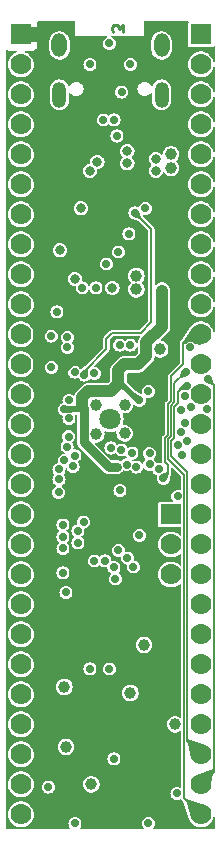
<source format=gbr>
%TF.GenerationSoftware,KiCad,Pcbnew,7.0.9-7.0.9~ubuntu22.04.1*%
%TF.CreationDate,2025-04-08T09:34:51+03:00*%
%TF.ProjectId,PICO2-BB48_Rev_A,5049434f-322d-4424-9234-385f5265765f,A*%
%TF.SameCoordinates,PX8321560PY7f50c60*%
%TF.FileFunction,Copper,L3,Inr*%
%TF.FilePolarity,Positive*%
%FSLAX46Y46*%
G04 Gerber Fmt 4.6, Leading zero omitted, Abs format (unit mm)*
G04 Created by KiCad (PCBNEW 7.0.9-7.0.9~ubuntu22.04.1) date 2025-04-08 09:34:51*
%MOMM*%
%LPD*%
G01*
G04 APERTURE LIST*
%ADD10C,0.222250*%
%TA.AperFunction,NonConductor*%
%ADD11C,0.222250*%
%TD*%
%TA.AperFunction,ComponentPad*%
%ADD12O,1.200000X2.200000*%
%TD*%
%TA.AperFunction,ComponentPad*%
%ADD13O,1.300000X2.000000*%
%TD*%
%TA.AperFunction,ComponentPad*%
%ADD14R,1.778000X1.778000*%
%TD*%
%TA.AperFunction,ComponentPad*%
%ADD15C,1.778000*%
%TD*%
%TA.AperFunction,HeatsinkPad*%
%ADD16C,1.000000*%
%TD*%
%TA.AperFunction,HeatsinkPad*%
%ADD17C,1.800000*%
%TD*%
%TA.AperFunction,ViaPad*%
%ADD18C,0.800000*%
%TD*%
%TA.AperFunction,ViaPad*%
%ADD19C,0.700000*%
%TD*%
%TA.AperFunction,ViaPad*%
%ADD20C,1.000000*%
%TD*%
%TA.AperFunction,Conductor*%
%ADD21C,1.016000*%
%TD*%
%TA.AperFunction,Conductor*%
%ADD22C,0.508000*%
%TD*%
%TA.AperFunction,Conductor*%
%ADD23C,0.762000*%
%TD*%
%TA.AperFunction,Conductor*%
%ADD24C,0.127000*%
%TD*%
G04 APERTURE END LIST*
D10*
D11*
X10182287Y67798667D02*
X10182287Y68349001D01*
X10182287Y68349001D02*
X9843621Y68052667D01*
X9843621Y68052667D02*
X9843621Y68179667D01*
X9843621Y68179667D02*
X9801287Y68264334D01*
X9801287Y68264334D02*
X9758954Y68306667D01*
X9758954Y68306667D02*
X9674287Y68349001D01*
X9674287Y68349001D02*
X9462621Y68349001D01*
X9462621Y68349001D02*
X9377954Y68306667D01*
X9377954Y68306667D02*
X9335621Y68264334D01*
X9335621Y68264334D02*
X9293287Y68179667D01*
X9293287Y68179667D02*
X9293287Y67925667D01*
X9293287Y67925667D02*
X9335621Y67841001D01*
X9335621Y67841001D02*
X9377954Y67798667D01*
D12*
%TO.N,GND*%
%TO.C,USB-C1*%
X4830000Y62470000D03*
X13470000Y62470000D03*
D13*
X4830000Y66650000D03*
X13470000Y66650000D03*
%TD*%
D14*
%TO.N,/SWDIO*%
%TO.C,SWD1*%
X14265000Y26940000D03*
D15*
%TO.N,/SWCLK*%
X14265000Y24400000D03*
%TO.N,GND*%
X14265000Y21860000D03*
%TD*%
D16*
%TO.N,GND*%
%TO.C,U3*%
X7950000Y33730000D03*
X10350000Y33800000D03*
D17*
X9150000Y35000000D03*
D16*
X7950000Y36200000D03*
X10350000Y36200000D03*
%TD*%
D14*
%TO.N,VBUS*%
%TO.C,EXT2*%
X16805000Y67587000D03*
D15*
%TO.N,VSYS*%
X16805000Y65047000D03*
%TO.N,GND*%
X16805000Y62507000D03*
%TO.N,/GPIO24\u005CSPI1_RX\u005CSD_DAT0*%
X16805000Y59967000D03*
%TO.N,/GPIO25\u005CUser_Led*%
X16805000Y57427000D03*
%TO.N,/GPIO26*%
X16805000Y54887000D03*
%TO.N,/GPIO27*%
X16805000Y52347000D03*
%TO.N,/GPIO28*%
X16805000Y49807000D03*
%TO.N,/GPIO29*%
X16805000Y47267000D03*
%TO.N,/GPIO30*%
X16805000Y44727000D03*
%TO.N,/GPIO31*%
X16805000Y42187000D03*
%TO.N,/GPIO32*%
X16805000Y39647000D03*
%TO.N,/GPIO33*%
X16805000Y37107000D03*
%TO.N,/GPIO34*%
X16805000Y34567000D03*
%TO.N,/GPIO35*%
X16805000Y32027000D03*
%TO.N,/GPIO36*%
X16805000Y29487000D03*
%TO.N,/GPIO37*%
X16805000Y26947000D03*
%TO.N,/GPIO38*%
X16805000Y24407000D03*
%TO.N,/GPIO39*%
X16805000Y21867000D03*
%TO.N,/GPIO40*%
X16805000Y19327000D03*
%TO.N,/GPIO41*%
X16805000Y16787000D03*
%TO.N,/GPIO42*%
X16805000Y14247000D03*
%TO.N,/GPIO43*%
X16805000Y11707000D03*
%TO.N,/GPIO44*%
X16805000Y9167000D03*
%TO.N,/GPIO45*%
X16805000Y6627000D03*
%TO.N,/GPIO46*%
X16805000Y4087000D03*
%TO.N,/GPIO47*%
X16805000Y1547000D03*
%TD*%
D14*
%TO.N,+3.3V*%
%TO.C,EXT1*%
X1565000Y67587000D03*
D15*
%TO.N,GND*%
X1565000Y65047000D03*
%TO.N,/3V3_EN*%
X1565000Y62507000D03*
%TO.N,/GPIO0\u005CUART0_TX*%
X1565000Y59967000D03*
%TO.N,/GPIO1\u005CUART0_RX*%
X1565000Y57427000D03*
%TO.N,/GPIO2\u005CI2C1_SDA*%
X1565000Y54887000D03*
%TO.N,/GPIO3\u005CI2C1_SCL*%
X1565000Y52347000D03*
%TO.N,/GPIO4\u005CSPI0_RX(MISO)*%
X1565000Y49807000D03*
%TO.N,/GPIO5\u005CSPI0_CSn(CS#)*%
X1565000Y47267000D03*
%TO.N,/GPIO6\u005CSPI0_SCK(SCK)*%
X1565000Y44727000D03*
%TO.N,/GPIO7\u005CSPI0_TX(MOSI)*%
X1565000Y42187000D03*
%TO.N,/GPIO8\u005CQMI_CS1n*%
X1565000Y39647000D03*
%TO.N,/GPIO9\u005CSPI1_CSn*%
X1565000Y37107000D03*
%TO.N,/GPIO10\u005CSPI1_SCK\u005CSD_CLK*%
X1565000Y34567000D03*
%TO.N,/GPIO11\u005CSPI1_TX\u005CSD_CMD*%
X1565000Y32027000D03*
%TO.N,/GPIO12*%
X1565000Y29487000D03*
%TO.N,/GPIO13*%
X1565000Y26947000D03*
%TO.N,/GPIO14*%
X1565000Y24407000D03*
%TO.N,/GPIO15*%
X1565000Y21867000D03*
%TO.N,/GPIO16*%
X1565000Y19327000D03*
%TO.N,/GPIO17*%
X1565000Y16787000D03*
%TO.N,/GPIO18*%
X1565000Y14247000D03*
%TO.N,/GPIO19*%
X1565000Y11707000D03*
%TO.N,/GPIO20*%
X1565000Y9167000D03*
%TO.N,/GPIO21*%
X1565000Y6627000D03*
%TO.N,/GPIO22*%
X1565000Y4087000D03*
%TO.N,/GPIO23*%
X1565000Y1547000D03*
%TD*%
D18*
%TO.N,GND*%
X12995000Y57046000D03*
D19*
X9058000Y66825000D03*
X9058000Y13866000D03*
X9439000Y6246000D03*
D18*
X10582000Y57681000D03*
D19*
X9693000Y58976400D03*
D20*
X7534000Y4087000D03*
D19*
X6867000Y26312838D03*
D20*
X10836000Y11834000D03*
X14646000Y9167000D03*
D19*
X9947000Y28979000D03*
D20*
X11344000Y47140000D03*
D19*
X10836000Y65047000D03*
X5629000Y35075000D03*
X11598000Y25169000D03*
X12106000Y52855000D03*
D18*
X4867000Y49299000D03*
D19*
X5629000Y36599000D03*
D20*
X11979000Y15898000D03*
D18*
X12995000Y56030000D03*
D19*
X7407000Y13866000D03*
X12360000Y785000D03*
X14849200Y28471000D03*
X3901800Y3858400D03*
D18*
X7407000Y56030000D03*
D20*
X11344000Y45997000D03*
D19*
X6137000Y785000D03*
X14773000Y3325000D03*
D18*
X8042000Y56792000D03*
D20*
X5248000Y12342000D03*
D19*
X4613000Y44092000D03*
X7407000Y65047000D03*
D18*
X10582000Y56665000D03*
D19*
X15916000Y41094800D03*
D18*
X6137000Y46886000D03*
X9312000Y46124000D03*
D19*
X9820000Y23899000D03*
D20*
X13369793Y40923207D03*
X5375000Y7262000D03*
D18*
X6645000Y52855000D03*
D19*
%TO.N,/USB_D-*%
X8550000Y60348000D03*
%TO.N,/USB_D+*%
X9446930Y60347588D03*
D20*
%TO.N,+3.3V*%
X12233000Y38377000D03*
X11090000Y38377000D03*
D19*
X12074000Y35837000D03*
X5146400Y37665800D03*
X5121000Y27074000D03*
X14519000Y16152000D03*
X6772000Y41425000D03*
D20*
X7153000Y19581000D03*
X4359000Y8024000D03*
D19*
X5121000Y27963000D03*
D18*
X14011000Y47013000D03*
D19*
X5171800Y34287600D03*
X13249000Y5865000D03*
D20*
X4613000Y51966000D03*
X8931000Y4087000D03*
D19*
X12074000Y35075000D03*
X2657200Y17828400D03*
D20*
X4613000Y53109000D03*
D19*
%TO.N,/+1V1*%
X9693000Y30941000D03*
D20*
X13503000Y44727000D03*
D19*
X11598000Y36599000D03*
X5248000Y35837000D03*
D20*
X13503000Y45870000D03*
D19*
%TO.N,/RUN*%
X10582000Y23264000D03*
X5121000Y24058000D03*
%TO.N,/GPIO25\u005CUser_Led*%
X10074000Y32408000D03*
%TO.N,/GPIO29*%
X12468200Y32103200D03*
%TO.N,/GPIO7\u005CSPI0_TX(MOSI)*%
X9566000Y21486000D03*
%TO.N,/GPIO5\u005CSPI0_CSn(CS#)*%
X8677000Y23010000D03*
%TO.N,/GPIO4\u005CSPI0_RX(MISO)*%
X4137000Y39393000D03*
X7788000Y23010000D03*
%TO.N,/GPIO0\u005CUART0_TX*%
X5502000Y41933000D03*
X5121000Y26058000D03*
%TO.N,/GPIO1\u005CUART0_RX*%
X5502000Y41076000D03*
X5121000Y25042000D03*
%TO.N,/GPIO18*%
X6137000Y31900000D03*
%TO.N,/GPIO24\u005CSPI1_RX\u005CSD_DAT0*%
X9185000Y32567000D03*
%TO.N,/GPIO20*%
X4790800Y30757000D03*
%TO.N,/GPIO19*%
X5248000Y31519000D03*
%TO.N,/GPIO21*%
X4790800Y29911940D03*
%TO.N,/GPIO23*%
X4772000Y28820000D03*
%TO.N,/GPIO22*%
X5984600Y31011000D03*
%TO.N,/GPIO26*%
X10963000Y32133613D03*
%TO.N,/GPIO27*%
X10531200Y31163400D03*
%TO.N,/GPIO28*%
X11344000Y30960200D03*
%TO.N,/USB_CC1*%
X10099400Y62710200D03*
%TO.N,/D-*%
X10836000Y41272600D03*
%TO.N,/D+*%
X9921600Y41272600D03*
D20*
%TO.N,VSYS*%
X14265000Y57427000D03*
X14265000Y56284000D03*
D19*
%TO.N,/GPIO31*%
X13630000Y29995000D03*
%TO.N,/GPIO30*%
X12461600Y31188800D03*
%TO.N,/GPIO9\u005CSPI1_CSn*%
X5121000Y21994000D03*
X5375000Y20343000D03*
%TO.N,/GPIO8\u005CQMI_CS1n*%
X6924400Y38732600D03*
X11217000Y52474000D03*
%TO.N,/GPIO3\u005CI2C1_SCL*%
X4130400Y42034600D03*
X6391000Y25550000D03*
%TO.N,/GPIO2\u005CI2C1_SDA*%
X6111600Y38986600D03*
X6391000Y24534000D03*
%TO.N,/GPIO17*%
X5476600Y32687400D03*
%TO.N,/GPIO16*%
X5603600Y33525600D03*
%TO.N,/GPIO6\u005CSPI0_SCK(SCK)*%
X9439000Y22451200D03*
%TO.N,/GPIO47*%
X15535000Y39012000D03*
%TO.N,/GPIO46*%
X17440000Y38377000D03*
%TO.N,/GPIO45*%
X15611200Y37818200D03*
%TO.N,/QSPI_CSn*%
X7788000Y38885000D03*
X11090000Y22502000D03*
%TO.N,/GPIO44*%
X12360000Y37361000D03*
%TO.N,/QSPI_CLK*%
X9820000Y49172000D03*
%TO.N,/GPIO40*%
X17344500Y35837000D03*
%TO.N,/QSPI_SD0*%
X8804000Y48156000D03*
%TO.N,/QSPI_SD1*%
X6772000Y46124000D03*
%TO.N,/GPIO41*%
X15157227Y35813150D03*
%TO.N,/GPIO42*%
X15964846Y36030553D03*
%TO.N,/QSPI_SD2*%
X7915000Y46124000D03*
%TO.N,/QSPI_SD3*%
X10709000Y50696000D03*
%TO.N,/GPIO43*%
X15433400Y36929200D03*
%TO.N,/GPIO35*%
X15172800Y32009315D03*
%TO.N,/GPIO32*%
X13249000Y30757000D03*
%TO.N,/GPIO36*%
X14874600Y32789000D03*
%TO.N,/GPIO37*%
X15636600Y33195400D03*
%TO.N,/GPIO38*%
X15137434Y33904076D03*
%TO.N,/GPIO39*%
X15433400Y34694000D03*
%TD*%
D21*
%TO.N,+3.3V*%
X15027000Y45997000D02*
X14074500Y46949500D01*
D22*
X6772000Y41425000D02*
X6899000Y41552000D01*
D21*
X3114400Y38351600D02*
X3114400Y42237800D01*
X3597000Y27074000D02*
X3597000Y8786000D01*
X14544400Y41958400D02*
X15027000Y42441000D01*
D22*
X6899000Y41552000D02*
X7280000Y41552000D01*
D21*
X13249000Y6246000D02*
X10709000Y8786000D01*
D23*
X5146400Y39291400D02*
X5146400Y37665800D01*
D21*
X5121000Y8786000D02*
X4359000Y8024000D01*
D23*
X7280000Y41425000D02*
X5146400Y39291400D01*
D22*
X14011000Y47013000D02*
X14074500Y46949500D01*
D21*
X14544400Y40152228D02*
X14544400Y41958400D01*
X14074500Y46949500D02*
X14074500Y49235500D01*
X7280000Y41552000D02*
X7280000Y43203000D01*
X15027000Y42441000D02*
X15027000Y45997000D01*
X3470000Y50823000D02*
X4613000Y51966000D01*
X12614000Y35964000D02*
X13553800Y36903800D01*
X7280000Y43203000D02*
X3470000Y47013000D01*
X3597000Y37869000D02*
X3114400Y38351600D01*
X12487000Y35964000D02*
X12614000Y35964000D01*
X13553800Y39161628D02*
X14544400Y40152228D01*
X13249000Y5865000D02*
X13249000Y6246000D01*
X13553800Y36903800D02*
X13553800Y39161628D01*
X10709000Y8786000D02*
X5121000Y8786000D01*
X3597000Y27074000D02*
X3597000Y37869000D01*
X3470000Y47013000D02*
X3470000Y50823000D01*
X5121000Y27074000D02*
X3597000Y27074000D01*
D23*
X7280000Y41552000D02*
X7280000Y41425000D01*
D21*
X3597000Y8786000D02*
X4359000Y8024000D01*
%TO.N,/+1V1*%
X7280000Y37361000D02*
X6772000Y36853000D01*
D22*
X5248000Y35837000D02*
X6518000Y35837000D01*
D21*
X10328000Y39647000D02*
X9820000Y39139000D01*
X13503000Y44727000D02*
X13503000Y45870000D01*
D23*
X6899000Y33043000D02*
X9001000Y30941000D01*
D21*
X13503000Y44727000D02*
X13503000Y42822000D01*
D23*
X9001000Y30941000D02*
X9693000Y30941000D01*
X6899000Y35964000D02*
X6899000Y33043000D01*
D21*
X12182200Y41501200D02*
X12182200Y40358200D01*
D22*
X10074000Y37996000D02*
X9820000Y37996000D01*
X6518000Y35837000D02*
X6772000Y36091000D01*
D21*
X13503000Y42822000D02*
X12182200Y41501200D01*
X9820000Y37996000D02*
X9185000Y37361000D01*
D23*
X6772000Y36091000D02*
X6899000Y35964000D01*
D22*
X11471000Y36599000D02*
X10074000Y37996000D01*
D21*
X6772000Y36853000D02*
X6772000Y36091000D01*
X12182200Y40358200D02*
X11471000Y39647000D01*
X9185000Y37361000D02*
X7280000Y37361000D01*
D22*
X11598000Y36599000D02*
X11471000Y36599000D01*
D21*
X9820000Y39139000D02*
X9820000Y37996000D01*
X11471000Y39647000D02*
X10328000Y39647000D01*
D24*
%TO.N,/GPIO31*%
X13757000Y31392000D02*
X14011000Y31138000D01*
X14011000Y30376000D02*
X13630000Y29995000D01*
X14290400Y38656400D02*
X14290400Y36539110D01*
X14011000Y33656210D02*
X13757000Y33402210D01*
X14290400Y36539110D02*
X14011000Y36259710D01*
X14011000Y36259710D02*
X14011000Y33656210D01*
X16043000Y42187000D02*
X15281000Y41425000D01*
X16805000Y42187000D02*
X16043000Y42187000D01*
X15281000Y41425000D02*
X15281000Y39647000D01*
X14011000Y31138000D02*
X14011000Y30376000D01*
X13757000Y33402210D02*
X13757000Y31392000D01*
X15281000Y39647000D02*
X14290400Y38656400D01*
%TO.N,/GPIO8\u005CQMI_CS1n*%
X11725000Y42314000D02*
X12614000Y43203000D01*
X9312000Y42314000D02*
X11725000Y42314000D01*
X6924400Y38732600D02*
X6924400Y39037400D01*
X8804000Y41806000D02*
X9312000Y42314000D01*
X12614000Y43203000D02*
X12614000Y51077000D01*
X6924400Y39037400D02*
X8804000Y40917000D01*
X12614000Y51077000D02*
X11217000Y52474000D01*
X8804000Y40917000D02*
X8804000Y41806000D01*
%TO.N,/GPIO47*%
X14011000Y33297000D02*
X14011000Y31646000D01*
X15408000Y2944000D02*
X16805000Y1547000D01*
X14569800Y36448405D02*
X14265000Y36143605D01*
X15408000Y30249000D02*
X15408000Y2944000D01*
X14011000Y31646000D02*
X15408000Y30249000D01*
X14265000Y33551000D02*
X14011000Y33297000D01*
X14569800Y38046800D02*
X14569800Y36448405D01*
X14265000Y36143605D02*
X14265000Y33551000D01*
X15535000Y39012000D02*
X14569800Y38046800D01*
%TO.N,/GPIO46*%
X17884500Y5166500D02*
X16805000Y4087000D01*
X17440000Y38377000D02*
X17884500Y37932500D01*
X17884500Y37932500D02*
X17884500Y5166500D01*
%TO.N,/GPIO45*%
X14849200Y37310200D02*
X14849200Y36357700D01*
X14849200Y36357700D02*
X14519000Y36027500D01*
X15611200Y37818200D02*
X15357200Y37818200D01*
X15662000Y30503000D02*
X15662000Y7770000D01*
X14265000Y33170000D02*
X14265000Y31900000D01*
X14265000Y31900000D02*
X15662000Y30503000D01*
X14519000Y33424000D02*
X14265000Y33170000D01*
X15662000Y7770000D02*
X16805000Y6627000D01*
X14519000Y36027500D02*
X14519000Y33424000D01*
X15357200Y37818200D02*
X14849200Y37310200D01*
%TD*%
%TA.AperFunction,Conductor*%
%TO.N,+3.3V*%
G36*
X6118694Y68676394D02*
G01*
X6137000Y68632200D01*
X6137000Y67460000D01*
X8838292Y67460000D01*
X8882486Y67441694D01*
X8900792Y67397500D01*
X8882486Y67353306D01*
X8862209Y67339758D01*
X8837766Y67329634D01*
X8780376Y67305862D01*
X8665379Y67217621D01*
X8577138Y67102624D01*
X8521670Y66968709D01*
X8521668Y66968703D01*
X8502750Y66825003D01*
X8502750Y66824998D01*
X8521668Y66681298D01*
X8521669Y66681293D01*
X8521670Y66681291D01*
X8547153Y66619769D01*
X8574623Y66553448D01*
X8577139Y66547375D01*
X8665379Y66432379D01*
X8780375Y66344139D01*
X8914291Y66288670D01*
X8914295Y66288670D01*
X8914297Y66288669D01*
X9057997Y66269750D01*
X9058000Y66269750D01*
X9058003Y66269750D01*
X9201702Y66288669D01*
X9201702Y66288670D01*
X9201709Y66288670D01*
X9335625Y66344139D01*
X9450621Y66432379D01*
X9538861Y66547375D01*
X9594330Y66681291D01*
X9613250Y66825000D01*
X9594330Y66968709D01*
X9538861Y67102625D01*
X9450621Y67217621D01*
X9335625Y67305861D01*
X9253790Y67339758D01*
X9219966Y67373582D01*
X9219965Y67421417D01*
X9253790Y67455242D01*
X9277708Y67460000D01*
X11979000Y67460000D01*
X11979000Y68632200D01*
X11997306Y68676394D01*
X12041500Y68694700D01*
X15704062Y68694700D01*
X15748256Y68676394D01*
X15766562Y68632200D01*
X15756029Y68597477D01*
X15727133Y68554233D01*
X15727132Y68554231D01*
X15715500Y68495749D01*
X15715500Y66678252D01*
X15727132Y66619770D01*
X15727133Y66619768D01*
X15771447Y66553448D01*
X15837767Y66509134D01*
X15837769Y66509133D01*
X15896252Y66497500D01*
X17713748Y66497500D01*
X17772231Y66509133D01*
X17838552Y66553448D01*
X17880233Y66615827D01*
X17920007Y66642403D01*
X17966923Y66633071D01*
X17993499Y66593297D01*
X17994700Y66581104D01*
X17994700Y65294864D01*
X17976394Y65250670D01*
X17932200Y65232364D01*
X17888006Y65250670D01*
X17872086Y65277760D01*
X17853613Y65342681D01*
X17825281Y65442259D01*
X17735280Y65623005D01*
X17613600Y65784136D01*
X17531544Y65858940D01*
X17464388Y65920162D01*
X17464385Y65920164D01*
X17464384Y65920165D01*
X17292713Y66026459D01*
X17292711Y66026460D01*
X17237986Y66047660D01*
X17104433Y66099399D01*
X17104430Y66099400D01*
X17104429Y66099400D01*
X16905961Y66136500D01*
X16905957Y66136500D01*
X16704043Y66136500D01*
X16704038Y66136500D01*
X16505570Y66099400D01*
X16317288Y66026460D01*
X16145611Y65920162D01*
X15996403Y65784139D01*
X15996396Y65784131D01*
X15874720Y65623005D01*
X15784719Y65442260D01*
X15729462Y65248057D01*
X15729460Y65248046D01*
X15710832Y65047005D01*
X15710832Y65046996D01*
X15729460Y64845955D01*
X15729462Y64845944D01*
X15783968Y64654380D01*
X15784719Y64651741D01*
X15874720Y64470995D01*
X15996400Y64309864D01*
X16081205Y64232554D01*
X16145611Y64173839D01*
X16145612Y64173838D01*
X16145616Y64173835D01*
X16317287Y64067541D01*
X16505567Y63994601D01*
X16704043Y63957500D01*
X16704046Y63957500D01*
X16905954Y63957500D01*
X16905957Y63957500D01*
X17104433Y63994601D01*
X17292713Y64067541D01*
X17464384Y64173835D01*
X17613600Y64309864D01*
X17735280Y64470995D01*
X17825281Y64651741D01*
X17872086Y64816241D01*
X17901788Y64853739D01*
X17949304Y64859251D01*
X17986802Y64829549D01*
X17994700Y64799137D01*
X17994700Y62754864D01*
X17976394Y62710670D01*
X17932200Y62692364D01*
X17888006Y62710670D01*
X17872086Y62737760D01*
X17850964Y62811992D01*
X17825281Y62902259D01*
X17735280Y63083005D01*
X17613600Y63244136D01*
X17530898Y63319529D01*
X17464388Y63380162D01*
X17464385Y63380164D01*
X17464384Y63380165D01*
X17292713Y63486459D01*
X17292711Y63486460D01*
X17237986Y63507660D01*
X17104433Y63559399D01*
X17104430Y63559400D01*
X17104429Y63559400D01*
X16905961Y63596500D01*
X16905957Y63596500D01*
X16704043Y63596500D01*
X16704038Y63596500D01*
X16505570Y63559400D01*
X16317288Y63486460D01*
X16145611Y63380162D01*
X15996403Y63244139D01*
X15996396Y63244131D01*
X15874720Y63083005D01*
X15784719Y62902260D01*
X15729462Y62708057D01*
X15729460Y62708046D01*
X15710832Y62507005D01*
X15710832Y62506996D01*
X15729460Y62305955D01*
X15729462Y62305944D01*
X15767042Y62173869D01*
X15784719Y62111741D01*
X15874720Y61930995D01*
X15996400Y61769864D01*
X16081205Y61692554D01*
X16145611Y61633839D01*
X16145612Y61633838D01*
X16145616Y61633835D01*
X16317287Y61527541D01*
X16505567Y61454601D01*
X16704043Y61417500D01*
X16704046Y61417500D01*
X16905954Y61417500D01*
X16905957Y61417500D01*
X17104433Y61454601D01*
X17292713Y61527541D01*
X17464384Y61633835D01*
X17613600Y61769864D01*
X17735280Y61930995D01*
X17825281Y62111741D01*
X17872086Y62276241D01*
X17901788Y62313739D01*
X17949304Y62319251D01*
X17986802Y62289549D01*
X17994700Y62259137D01*
X17994700Y60214864D01*
X17976394Y60170670D01*
X17932200Y60152364D01*
X17888006Y60170670D01*
X17872086Y60197760D01*
X17853613Y60262681D01*
X17825281Y60362259D01*
X17735280Y60543005D01*
X17613600Y60704136D01*
X17476783Y60828862D01*
X17464388Y60840162D01*
X17464385Y60840164D01*
X17464384Y60840165D01*
X17292713Y60946459D01*
X17292711Y60946460D01*
X17237986Y60967660D01*
X17104433Y61019399D01*
X17104430Y61019400D01*
X17104429Y61019400D01*
X16905961Y61056500D01*
X16905957Y61056500D01*
X16704043Y61056500D01*
X16704038Y61056500D01*
X16505570Y61019400D01*
X16317288Y60946460D01*
X16145611Y60840162D01*
X15996403Y60704139D01*
X15996396Y60704131D01*
X15874720Y60543005D01*
X15784719Y60362260D01*
X15729462Y60168057D01*
X15729460Y60168046D01*
X15710832Y59967005D01*
X15710832Y59966996D01*
X15729460Y59765955D01*
X15729462Y59765944D01*
X15784719Y59571741D01*
X15874720Y59390995D01*
X15996400Y59229864D01*
X16081205Y59152554D01*
X16145611Y59093839D01*
X16145612Y59093838D01*
X16145616Y59093835D01*
X16317287Y58987541D01*
X16505567Y58914601D01*
X16704043Y58877500D01*
X16704046Y58877500D01*
X16905954Y58877500D01*
X16905957Y58877500D01*
X17104433Y58914601D01*
X17292713Y58987541D01*
X17464384Y59093835D01*
X17613600Y59229864D01*
X17735280Y59390995D01*
X17825281Y59571741D01*
X17872086Y59736241D01*
X17901788Y59773739D01*
X17949304Y59779251D01*
X17986802Y59749549D01*
X17994700Y59719137D01*
X17994700Y57674864D01*
X17976394Y57630670D01*
X17932200Y57612364D01*
X17888006Y57630670D01*
X17872086Y57657760D01*
X17844437Y57754932D01*
X17825281Y57822259D01*
X17735280Y58003005D01*
X17613600Y58164136D01*
X17501811Y58266046D01*
X17464388Y58300162D01*
X17464385Y58300164D01*
X17464384Y58300165D01*
X17292713Y58406459D01*
X17292711Y58406460D01*
X17237986Y58427660D01*
X17104433Y58479399D01*
X17104430Y58479400D01*
X17104429Y58479400D01*
X16905961Y58516500D01*
X16905957Y58516500D01*
X16704043Y58516500D01*
X16704038Y58516500D01*
X16505570Y58479400D01*
X16317288Y58406460D01*
X16145611Y58300162D01*
X15996403Y58164139D01*
X15996396Y58164131D01*
X15874720Y58003005D01*
X15784719Y57822260D01*
X15729462Y57628057D01*
X15729460Y57628046D01*
X15710832Y57427005D01*
X15710832Y57426996D01*
X15729460Y57225955D01*
X15729462Y57225944D01*
X15767209Y57093282D01*
X15784719Y57031741D01*
X15874720Y56850995D01*
X15996400Y56689864D01*
X16075538Y56617720D01*
X16145611Y56553839D01*
X16145612Y56553838D01*
X16145616Y56553835D01*
X16317287Y56447541D01*
X16505567Y56374601D01*
X16704043Y56337500D01*
X16704046Y56337500D01*
X16905954Y56337500D01*
X16905957Y56337500D01*
X17104433Y56374601D01*
X17292713Y56447541D01*
X17464384Y56553835D01*
X17613600Y56689864D01*
X17735280Y56850995D01*
X17825281Y57031741D01*
X17872086Y57196241D01*
X17901788Y57233739D01*
X17949304Y57239251D01*
X17986802Y57209549D01*
X17994700Y57179137D01*
X17994700Y55134864D01*
X17976394Y55090670D01*
X17932200Y55072364D01*
X17888006Y55090670D01*
X17872086Y55117760D01*
X17853613Y55182681D01*
X17825281Y55282259D01*
X17735280Y55463005D01*
X17613600Y55624136D01*
X17500590Y55727159D01*
X17464388Y55760162D01*
X17464385Y55760164D01*
X17464384Y55760165D01*
X17292713Y55866459D01*
X17292711Y55866460D01*
X17187584Y55907186D01*
X17104433Y55939399D01*
X17104430Y55939400D01*
X17104429Y55939400D01*
X16905961Y55976500D01*
X16905957Y55976500D01*
X16704043Y55976500D01*
X16704038Y55976500D01*
X16505570Y55939400D01*
X16317288Y55866460D01*
X16145611Y55760162D01*
X15996403Y55624139D01*
X15996396Y55624131D01*
X15874720Y55463005D01*
X15784719Y55282260D01*
X15729462Y55088057D01*
X15729460Y55088046D01*
X15710832Y54887005D01*
X15710832Y54886996D01*
X15729460Y54685955D01*
X15729462Y54685944D01*
X15784719Y54491741D01*
X15874720Y54310995D01*
X15996400Y54149864D01*
X16081205Y54072554D01*
X16145611Y54013839D01*
X16145612Y54013838D01*
X16145616Y54013835D01*
X16317287Y53907541D01*
X16505567Y53834601D01*
X16704043Y53797500D01*
X16704046Y53797500D01*
X16905954Y53797500D01*
X16905957Y53797500D01*
X17104433Y53834601D01*
X17292713Y53907541D01*
X17464384Y54013835D01*
X17613600Y54149864D01*
X17735280Y54310995D01*
X17825281Y54491741D01*
X17872086Y54656241D01*
X17901788Y54693739D01*
X17949304Y54699251D01*
X17986802Y54669549D01*
X17994700Y54639137D01*
X17994700Y52594864D01*
X17976394Y52550670D01*
X17932200Y52532364D01*
X17888006Y52550670D01*
X17872086Y52577760D01*
X17834092Y52711291D01*
X17825281Y52742259D01*
X17735280Y52923005D01*
X17613600Y53084136D01*
X17532749Y53157842D01*
X17464388Y53220162D01*
X17464385Y53220164D01*
X17464384Y53220165D01*
X17292713Y53326459D01*
X17292711Y53326460D01*
X17237986Y53347660D01*
X17104433Y53399399D01*
X17104430Y53399400D01*
X17104429Y53399400D01*
X16905961Y53436500D01*
X16905957Y53436500D01*
X16704043Y53436500D01*
X16704038Y53436500D01*
X16505570Y53399400D01*
X16505567Y53399400D01*
X16505567Y53399399D01*
X16466153Y53384130D01*
X16317288Y53326460D01*
X16145611Y53220162D01*
X15996403Y53084139D01*
X15996396Y53084131D01*
X15874720Y52923005D01*
X15784719Y52742260D01*
X15729462Y52548057D01*
X15729460Y52548046D01*
X15710832Y52347005D01*
X15710832Y52346996D01*
X15729460Y52145955D01*
X15729462Y52145944D01*
X15780740Y51965725D01*
X15784719Y51951741D01*
X15874720Y51770995D01*
X15996400Y51609864D01*
X16081205Y51532554D01*
X16145611Y51473839D01*
X16145612Y51473838D01*
X16145616Y51473835D01*
X16317287Y51367541D01*
X16505567Y51294601D01*
X16704043Y51257500D01*
X16704046Y51257500D01*
X16905954Y51257500D01*
X16905957Y51257500D01*
X17104433Y51294601D01*
X17292713Y51367541D01*
X17464384Y51473835D01*
X17613600Y51609864D01*
X17735280Y51770995D01*
X17825281Y51951741D01*
X17872086Y52116241D01*
X17901788Y52153739D01*
X17949304Y52159251D01*
X17986802Y52129549D01*
X17994700Y52099137D01*
X17994700Y50054864D01*
X17976394Y50010670D01*
X17932200Y49992364D01*
X17888006Y50010670D01*
X17872086Y50037760D01*
X17837399Y50159669D01*
X17825281Y50202259D01*
X17735280Y50383005D01*
X17613600Y50544136D01*
X17538992Y50612151D01*
X17464388Y50680162D01*
X17464385Y50680164D01*
X17464384Y50680165D01*
X17292713Y50786459D01*
X17292711Y50786460D01*
X17237986Y50807660D01*
X17104433Y50859399D01*
X17104430Y50859400D01*
X17104429Y50859400D01*
X16905961Y50896500D01*
X16905957Y50896500D01*
X16704043Y50896500D01*
X16704038Y50896500D01*
X16505570Y50859400D01*
X16317288Y50786460D01*
X16145611Y50680162D01*
X15996403Y50544139D01*
X15996396Y50544131D01*
X15874720Y50383005D01*
X15784719Y50202260D01*
X15729462Y50008057D01*
X15729460Y50008046D01*
X15710832Y49807005D01*
X15710832Y49806996D01*
X15729460Y49605955D01*
X15729462Y49605944D01*
X15773940Y49449625D01*
X15784719Y49411741D01*
X15874720Y49230995D01*
X15996400Y49069864D01*
X16077247Y48996162D01*
X16145611Y48933839D01*
X16145612Y48933838D01*
X16145616Y48933835D01*
X16317287Y48827541D01*
X16505567Y48754601D01*
X16704043Y48717500D01*
X16704046Y48717500D01*
X16905954Y48717500D01*
X16905957Y48717500D01*
X17104433Y48754601D01*
X17292713Y48827541D01*
X17464384Y48933835D01*
X17613600Y49069864D01*
X17735280Y49230995D01*
X17825281Y49411741D01*
X17872086Y49576241D01*
X17901788Y49613739D01*
X17949304Y49619251D01*
X17986802Y49589549D01*
X17994700Y49559137D01*
X17994700Y47514864D01*
X17976394Y47470670D01*
X17932200Y47452364D01*
X17888006Y47470670D01*
X17872086Y47497760D01*
X17840739Y47607929D01*
X17825281Y47662259D01*
X17735280Y47843005D01*
X17613600Y48004136D01*
X17538992Y48072151D01*
X17464388Y48140162D01*
X17464385Y48140164D01*
X17464384Y48140165D01*
X17292713Y48246459D01*
X17292711Y48246460D01*
X17237986Y48267660D01*
X17104433Y48319399D01*
X17104430Y48319400D01*
X17104429Y48319400D01*
X16905961Y48356500D01*
X16905957Y48356500D01*
X16704043Y48356500D01*
X16704038Y48356500D01*
X16505570Y48319400D01*
X16317288Y48246460D01*
X16145611Y48140162D01*
X15996403Y48004139D01*
X15996396Y48004131D01*
X15874720Y47843005D01*
X15784719Y47662260D01*
X15729462Y47468057D01*
X15729460Y47468046D01*
X15710832Y47267005D01*
X15710832Y47266996D01*
X15729460Y47065955D01*
X15729462Y47065944D01*
X15780661Y46886002D01*
X15784719Y46871741D01*
X15874720Y46690995D01*
X15996400Y46529864D01*
X16005336Y46521718D01*
X16145611Y46393839D01*
X16145612Y46393838D01*
X16145616Y46393835D01*
X16317287Y46287541D01*
X16505567Y46214601D01*
X16704043Y46177500D01*
X16704046Y46177500D01*
X16905954Y46177500D01*
X16905957Y46177500D01*
X17104433Y46214601D01*
X17292713Y46287541D01*
X17464384Y46393835D01*
X17613600Y46529864D01*
X17735280Y46690995D01*
X17825281Y46871741D01*
X17872086Y47036241D01*
X17901788Y47073739D01*
X17949304Y47079251D01*
X17986802Y47049549D01*
X17994700Y47019137D01*
X17994700Y44974864D01*
X17976394Y44930670D01*
X17932200Y44912364D01*
X17888006Y44930670D01*
X17872086Y44957760D01*
X17853613Y45022681D01*
X17825281Y45122259D01*
X17735280Y45303005D01*
X17613600Y45464136D01*
X17531525Y45538958D01*
X17464388Y45600162D01*
X17464385Y45600164D01*
X17464384Y45600165D01*
X17292713Y45706459D01*
X17292711Y45706460D01*
X17228384Y45731380D01*
X17104433Y45779399D01*
X17104430Y45779400D01*
X17104429Y45779400D01*
X16905961Y45816500D01*
X16905957Y45816500D01*
X16704043Y45816500D01*
X16704038Y45816500D01*
X16505570Y45779400D01*
X16317288Y45706460D01*
X16145611Y45600162D01*
X15996403Y45464139D01*
X15996396Y45464131D01*
X15874720Y45303005D01*
X15784719Y45122260D01*
X15729462Y44928057D01*
X15729460Y44928046D01*
X15710832Y44727005D01*
X15710832Y44726996D01*
X15729460Y44525955D01*
X15729462Y44525944D01*
X15773940Y44369625D01*
X15784719Y44331741D01*
X15874720Y44150995D01*
X15996400Y43989864D01*
X16081205Y43912554D01*
X16145611Y43853839D01*
X16145612Y43853838D01*
X16145616Y43853835D01*
X16317287Y43747541D01*
X16505567Y43674601D01*
X16704043Y43637500D01*
X16704046Y43637500D01*
X16905954Y43637500D01*
X16905957Y43637500D01*
X17104433Y43674601D01*
X17292713Y43747541D01*
X17464384Y43853835D01*
X17613600Y43989864D01*
X17735280Y44150995D01*
X17825281Y44331741D01*
X17872086Y44496241D01*
X17901788Y44533739D01*
X17949304Y44539251D01*
X17986802Y44509549D01*
X17994700Y44479137D01*
X17994700Y42434864D01*
X17976394Y42390670D01*
X17932200Y42372364D01*
X17888006Y42390670D01*
X17872086Y42417760D01*
X17844287Y42515461D01*
X17825281Y42582259D01*
X17735280Y42763005D01*
X17613600Y42924136D01*
X17538992Y42992151D01*
X17464388Y43060162D01*
X17464385Y43060164D01*
X17464384Y43060165D01*
X17292713Y43166459D01*
X17292711Y43166460D01*
X17237986Y43187660D01*
X17104433Y43239399D01*
X17104430Y43239400D01*
X17104429Y43239400D01*
X16905961Y43276500D01*
X16905957Y43276500D01*
X16704043Y43276500D01*
X16704038Y43276500D01*
X16505570Y43239400D01*
X16317288Y43166460D01*
X16145611Y43060162D01*
X15996403Y42924139D01*
X15996396Y42924131D01*
X15874722Y42763008D01*
X15874718Y42763002D01*
X15837630Y42688521D01*
X15833067Y42680801D01*
X15106037Y41630858D01*
X15094851Y41619855D01*
X15095020Y41619686D01*
X15090667Y41615333D01*
X15070787Y41585582D01*
X15070786Y41585580D01*
X15032319Y41528012D01*
X15032316Y41528007D01*
X15011828Y41425001D01*
X15011828Y41425000D01*
X15015799Y41405036D01*
X15017000Y41392843D01*
X15017000Y39782241D01*
X14998694Y39738047D01*
X14126462Y38865816D01*
X14116995Y38858046D01*
X14100068Y38846735D01*
X14080187Y38816982D01*
X14080186Y38816980D01*
X14041719Y38759412D01*
X14041716Y38759407D01*
X14021228Y38656400D01*
X14025199Y38636436D01*
X14026400Y38624243D01*
X14026400Y36674351D01*
X14008094Y36630157D01*
X13847062Y36469126D01*
X13837595Y36461356D01*
X13820668Y36450045D01*
X13800787Y36420292D01*
X13800786Y36420290D01*
X13762319Y36362722D01*
X13762316Y36362717D01*
X13741828Y36259711D01*
X13741828Y36259710D01*
X13745799Y36239746D01*
X13747000Y36227553D01*
X13747000Y33791451D01*
X13728694Y33747257D01*
X13593062Y33611626D01*
X13583595Y33603856D01*
X13566668Y33592545D01*
X13546787Y33562792D01*
X13546786Y33562790D01*
X13508319Y33505222D01*
X13508316Y33505217D01*
X13487828Y33402211D01*
X13487828Y33402210D01*
X13491799Y33382246D01*
X13493000Y33370053D01*
X13493000Y31424158D01*
X13491799Y31411966D01*
X13490143Y31403638D01*
X13487828Y31392000D01*
X13493000Y31365998D01*
X13494063Y31360650D01*
X13494946Y31356212D01*
X13485610Y31309296D01*
X13445835Y31282723D01*
X13409729Y31286280D01*
X13404070Y31288624D01*
X13392709Y31293330D01*
X13392707Y31293331D01*
X13392702Y31293332D01*
X13249003Y31312250D01*
X13248997Y31312250D01*
X13105297Y31293332D01*
X13105284Y31293329D01*
X13083622Y31284356D01*
X13035787Y31284357D01*
X13001964Y31318184D01*
X12999173Y31328598D01*
X12998991Y31328549D01*
X12997931Y31332503D01*
X12997930Y31332509D01*
X12942461Y31466425D01*
X12854221Y31581421D01*
X12854219Y31581423D01*
X12854218Y31581424D01*
X12837979Y31593885D01*
X12814062Y31635312D01*
X12826443Y31681517D01*
X12837973Y31693048D01*
X12860821Y31710579D01*
X12949061Y31825575D01*
X13004530Y31959491D01*
X13004531Y31959498D01*
X13023450Y32103198D01*
X13023450Y32103203D01*
X13004531Y32246903D01*
X13004530Y32246905D01*
X13004530Y32246909D01*
X12949061Y32380825D01*
X12860821Y32495821D01*
X12745825Y32584061D01*
X12744526Y32584599D01*
X12692579Y32606116D01*
X12611909Y32639530D01*
X12611907Y32639531D01*
X12611902Y32639532D01*
X12468203Y32658450D01*
X12468197Y32658450D01*
X12324497Y32639532D01*
X12324491Y32639530D01*
X12190576Y32584062D01*
X12075579Y32495821D01*
X11987338Y32380824D01*
X11931870Y32246909D01*
X11931868Y32246903D01*
X11912950Y32103203D01*
X11912950Y32103198D01*
X11931868Y31959498D01*
X11931869Y31959493D01*
X11931870Y31959491D01*
X11968246Y31871671D01*
X11987181Y31825955D01*
X11987339Y31825575D01*
X12075579Y31710579D01*
X12089718Y31699730D01*
X12091819Y31698118D01*
X12115737Y31656691D01*
X12103357Y31610486D01*
X12091822Y31598950D01*
X12068977Y31581420D01*
X11980739Y31466427D01*
X11980739Y31466426D01*
X11925270Y31332509D01*
X11925268Y31332503D01*
X11919619Y31289596D01*
X11895701Y31248170D01*
X11849495Y31235790D01*
X11808069Y31259708D01*
X11789155Y31284357D01*
X11736621Y31352821D01*
X11621625Y31441061D01*
X11597639Y31450996D01*
X11560390Y31466425D01*
X11487709Y31496530D01*
X11487707Y31496531D01*
X11487702Y31496532D01*
X11344003Y31515450D01*
X11343997Y31515450D01*
X11200297Y31496532D01*
X11200291Y31496530D01*
X11085395Y31448939D01*
X11069446Y31442333D01*
X11021611Y31442334D01*
X10995945Y31462028D01*
X10977746Y31485745D01*
X10965365Y31531950D01*
X10989282Y31573377D01*
X11019172Y31585758D01*
X11106702Y31597282D01*
X11106702Y31597283D01*
X11106709Y31597283D01*
X11240625Y31652752D01*
X11355621Y31740992D01*
X11443861Y31855988D01*
X11499330Y31989904D01*
X11501886Y32009315D01*
X11518250Y32133611D01*
X11518250Y32133616D01*
X11499331Y32277316D01*
X11499330Y32277318D01*
X11499330Y32277322D01*
X11443861Y32411238D01*
X11355621Y32526234D01*
X11240625Y32614474D01*
X11106709Y32669943D01*
X11106707Y32669944D01*
X11106702Y32669945D01*
X10963003Y32688863D01*
X10962997Y32688863D01*
X10819297Y32669945D01*
X10819291Y32669943D01*
X10685374Y32614474D01*
X10685369Y32614471D01*
X10673319Y32605225D01*
X10627113Y32592846D01*
X10585688Y32616766D01*
X10577531Y32630893D01*
X10554861Y32685625D01*
X10466621Y32800621D01*
X10351625Y32888861D01*
X10345973Y32891202D01*
X10269673Y32922806D01*
X10217709Y32944330D01*
X10217707Y32944331D01*
X10217702Y32944332D01*
X10074003Y32963250D01*
X10073997Y32963250D01*
X9930297Y32944332D01*
X9930291Y32944330D01*
X9796376Y32888862D01*
X9742446Y32847481D01*
X9696241Y32835102D01*
X9654815Y32859020D01*
X9631916Y32888862D01*
X9577621Y32959621D01*
X9462625Y33047861D01*
X9458011Y33049772D01*
X9408669Y33070210D01*
X9328709Y33103330D01*
X9328707Y33103331D01*
X9328702Y33103332D01*
X9185003Y33122250D01*
X9184997Y33122250D01*
X9041297Y33103332D01*
X9041291Y33103330D01*
X8907376Y33047862D01*
X8792379Y32959621D01*
X8704138Y32844624D01*
X8648670Y32710709D01*
X8648668Y32710703D01*
X8629750Y32567003D01*
X8629750Y32566998D01*
X8648668Y32423298D01*
X8648669Y32423293D01*
X8648670Y32423291D01*
X8666245Y32380861D01*
X8701900Y32294779D01*
X8704139Y32289375D01*
X8792379Y32174379D01*
X8907375Y32086139D01*
X9041291Y32030670D01*
X9041295Y32030670D01*
X9041297Y32030669D01*
X9184997Y32011750D01*
X9185000Y32011750D01*
X9185003Y32011750D01*
X9328702Y32030669D01*
X9328702Y32030670D01*
X9328709Y32030670D01*
X9462625Y32086139D01*
X9516553Y32127521D01*
X9562754Y32139900D01*
X9604181Y32115985D01*
X9681379Y32015379D01*
X9796375Y31927139D01*
X9930291Y31871670D01*
X9930295Y31871670D01*
X9930297Y31871669D01*
X10073997Y31852750D01*
X10074000Y31852750D01*
X10074003Y31852750D01*
X10217702Y31871669D01*
X10217702Y31871670D01*
X10217709Y31871670D01*
X10351625Y31927139D01*
X10363676Y31936387D01*
X10409879Y31948770D01*
X10451307Y31924854D01*
X10459467Y31910722D01*
X10478155Y31865606D01*
X10482139Y31855988D01*
X10516454Y31811268D01*
X10528834Y31765063D01*
X10504917Y31723636D01*
X10475028Y31711256D01*
X10387497Y31699732D01*
X10387491Y31699730D01*
X10253576Y31644262D01*
X10138576Y31556019D01*
X10068240Y31464356D01*
X10026813Y31440439D01*
X9990187Y31447722D01*
X9990043Y31447372D01*
X9988284Y31448101D01*
X9987412Y31448274D01*
X9986259Y31448940D01*
X9844805Y31507532D01*
X9844803Y31507533D01*
X9844802Y31507533D01*
X9844800Y31507534D01*
X9844794Y31507535D01*
X9731122Y31522500D01*
X9731116Y31522500D01*
X9267753Y31522500D01*
X9223559Y31540806D01*
X7841559Y32922806D01*
X7823253Y32967000D01*
X7841559Y33011194D01*
X7885753Y33029500D01*
X8035054Y33029500D01*
X8035056Y33029500D01*
X8200225Y33070210D01*
X8350852Y33149266D01*
X8478183Y33262071D01*
X8574818Y33402070D01*
X8635140Y33561128D01*
X8638347Y33587541D01*
X8655645Y33729997D01*
X8655645Y33730004D01*
X8635141Y33898865D01*
X8635140Y33898867D01*
X8635140Y33898872D01*
X8631334Y33908908D01*
X8632778Y33956721D01*
X8667608Y33989509D01*
X8712347Y33989352D01*
X8847544Y33936976D01*
X9048024Y33899500D01*
X9048027Y33899500D01*
X9251973Y33899500D01*
X9251976Y33899500D01*
X9452456Y33936976D01*
X9574097Y33984100D01*
X9621918Y33982995D01*
X9654953Y33948398D01*
X9658717Y33918287D01*
X9644355Y33800004D01*
X9644355Y33799997D01*
X9664858Y33631136D01*
X9664859Y33631130D01*
X9725182Y33472069D01*
X9821811Y33332078D01*
X9821816Y33332072D01*
X9821817Y33332071D01*
X9949148Y33219266D01*
X10099775Y33140210D01*
X10264944Y33099500D01*
X10264946Y33099500D01*
X10435054Y33099500D01*
X10435056Y33099500D01*
X10600225Y33140210D01*
X10750852Y33219266D01*
X10878183Y33332071D01*
X10892605Y33352964D01*
X10912196Y33381348D01*
X10974818Y33472070D01*
X11035140Y33631128D01*
X11047145Y33729997D01*
X11055645Y33799997D01*
X11055645Y33800004D01*
X11035141Y33968865D01*
X11035140Y33968871D01*
X11029364Y33984100D01*
X10974818Y34127930D01*
X10948648Y34165844D01*
X10878188Y34267923D01*
X10878181Y34267931D01*
X10750851Y34380735D01*
X10600226Y34459790D01*
X10435059Y34500500D01*
X10435056Y34500500D01*
X10264944Y34500500D01*
X10264938Y34500500D01*
X10242958Y34495082D01*
X10195667Y34502280D01*
X10167318Y34540810D01*
X10172055Y34583626D01*
X10180582Y34600750D01*
X10236397Y34796917D01*
X10236398Y34796925D01*
X10255215Y34999997D01*
X10255215Y35000004D01*
X10236398Y35203076D01*
X10236396Y35203087D01*
X10220800Y35257900D01*
X10180582Y35399250D01*
X10172053Y35416377D01*
X10168742Y35464097D01*
X10200143Y35500183D01*
X10242958Y35504919D01*
X10264944Y35499500D01*
X10264946Y35499500D01*
X10435054Y35499500D01*
X10435056Y35499500D01*
X10600225Y35540210D01*
X10750852Y35619266D01*
X10878183Y35732071D01*
X10974818Y35872070D01*
X11035140Y36031128D01*
X11041282Y36081714D01*
X11055645Y36199997D01*
X11055645Y36203781D01*
X11057357Y36203781D01*
X11068672Y36244432D01*
X11110328Y36267948D01*
X11156411Y36255121D01*
X11162480Y36249698D01*
X11195692Y36215877D01*
X11196999Y36214788D01*
X11202387Y36209180D01*
X11202483Y36209275D01*
X11205379Y36206379D01*
X11320373Y36118140D01*
X11320374Y36118140D01*
X11320375Y36118139D01*
X11454291Y36062670D01*
X11454295Y36062670D01*
X11454297Y36062669D01*
X11597997Y36043750D01*
X11598000Y36043750D01*
X11598003Y36043750D01*
X11741702Y36062669D01*
X11741702Y36062670D01*
X11741709Y36062670D01*
X11875625Y36118139D01*
X11990621Y36206379D01*
X12078861Y36321375D01*
X12134330Y36455291D01*
X12134331Y36455298D01*
X12153250Y36598998D01*
X12153250Y36599003D01*
X12134331Y36742703D01*
X12134330Y36742705D01*
X12134330Y36742709D01*
X12134117Y36743221D01*
X12134117Y36743499D01*
X12133270Y36746663D01*
X12134117Y36746891D01*
X12134115Y36791055D01*
X12167938Y36824882D01*
X12212110Y36824885D01*
X12212337Y36825730D01*
X12215489Y36824885D01*
X12215772Y36824885D01*
X12216291Y36824670D01*
X12216295Y36824670D01*
X12216297Y36824669D01*
X12359997Y36805750D01*
X12360000Y36805750D01*
X12360003Y36805750D01*
X12503702Y36824669D01*
X12503702Y36824670D01*
X12503709Y36824670D01*
X12637625Y36880139D01*
X12752621Y36968379D01*
X12840861Y37083375D01*
X12896330Y37217291D01*
X12896980Y37222226D01*
X12915250Y37360998D01*
X12915250Y37361003D01*
X12896331Y37504703D01*
X12896330Y37504705D01*
X12896330Y37504709D01*
X12840861Y37638625D01*
X12752621Y37753621D01*
X12637625Y37841861D01*
X12632125Y37844139D01*
X12563242Y37872671D01*
X12503709Y37897330D01*
X12503707Y37897331D01*
X12503702Y37897332D01*
X12360003Y37916250D01*
X12359997Y37916250D01*
X12216297Y37897332D01*
X12216291Y37897330D01*
X12082376Y37841862D01*
X11967379Y37753621D01*
X11879138Y37638624D01*
X11823670Y37504709D01*
X11823668Y37504703D01*
X11804750Y37361003D01*
X11804750Y37360998D01*
X11823284Y37220216D01*
X11810904Y37174010D01*
X11769477Y37150093D01*
X11731200Y37157294D01*
X11348482Y37367784D01*
X11334407Y37378354D01*
X10546806Y38165955D01*
X10528500Y38210149D01*
X10528500Y38819642D01*
X10546806Y38863836D01*
X10603166Y38920196D01*
X10647359Y38938500D01*
X11448643Y38938500D01*
X11450530Y38938443D01*
X11514093Y38934598D01*
X11566604Y38944222D01*
X11576733Y38946077D01*
X11578572Y38946358D01*
X11632453Y38952901D01*
X11641794Y38954034D01*
X11641794Y38954035D01*
X11641801Y38954035D01*
X11656732Y38959698D01*
X11667615Y38962732D01*
X11683329Y38965611D01*
X11741422Y38991758D01*
X11743122Y38992462D01*
X11802675Y39015046D01*
X11815813Y39024116D01*
X11825666Y39029673D01*
X11840226Y39036225D01*
X11890355Y39075501D01*
X11891864Y39076610D01*
X11898059Y39080887D01*
X11944273Y39112785D01*
X11986525Y39160479D01*
X11987779Y39161811D01*
X12667389Y39841421D01*
X12668721Y39842675D01*
X12716415Y39884927D01*
X12752598Y39937348D01*
X12753682Y39938823D01*
X12792975Y39988975D01*
X12799525Y40003529D01*
X12805082Y40013384D01*
X12814154Y40026525D01*
X12836734Y40086067D01*
X12837449Y40087794D01*
X12863589Y40145871D01*
X12866468Y40161585D01*
X12869502Y40172468D01*
X12875165Y40187399D01*
X12882842Y40250631D01*
X12883118Y40252446D01*
X12890388Y40292118D01*
X12916359Y40332287D01*
X12963129Y40342327D01*
X12980905Y40336194D01*
X13119568Y40263417D01*
X13284737Y40222707D01*
X13284739Y40222707D01*
X13454847Y40222707D01*
X13454849Y40222707D01*
X13620018Y40263417D01*
X13770645Y40342473D01*
X13897976Y40455278D01*
X13994611Y40595277D01*
X14054933Y40754335D01*
X14059475Y40791739D01*
X14075438Y40923204D01*
X14075438Y40923211D01*
X14054934Y41092072D01*
X14054933Y41092078D01*
X14053247Y41096523D01*
X13994611Y41251137D01*
X13994610Y41251139D01*
X13897981Y41391130D01*
X13897974Y41391138D01*
X13770644Y41503942D01*
X13620019Y41582997D01*
X13454852Y41623707D01*
X13451099Y41624162D01*
X13451355Y41626279D01*
X13413371Y41642013D01*
X13395065Y41686207D01*
X13413371Y41730401D01*
X13553396Y41870426D01*
X13988189Y42305221D01*
X13989521Y42306475D01*
X14037215Y42348727D01*
X14073390Y42401136D01*
X14074499Y42402645D01*
X14113775Y42452774D01*
X14120327Y42467334D01*
X14125885Y42477187D01*
X14132938Y42487405D01*
X14134954Y42490325D01*
X14157536Y42549872D01*
X14158255Y42551606D01*
X14184388Y42609670D01*
X14187266Y42625380D01*
X14190301Y42636267D01*
X14195965Y42651199D01*
X14203645Y42714461D01*
X14203920Y42716263D01*
X14215401Y42778907D01*
X14211557Y42842460D01*
X14211500Y42844347D01*
X14211500Y45912860D01*
X14211499Y45912866D01*
X14195966Y46040794D01*
X14195965Y46040798D01*
X14195965Y46040801D01*
X14134954Y46201675D01*
X14134952Y46201677D01*
X14134952Y46201679D01*
X14037220Y46343267D01*
X14037213Y46343275D01*
X13908429Y46457368D01*
X13756084Y46537325D01*
X13589031Y46578500D01*
X13589028Y46578500D01*
X13416972Y46578500D01*
X13416968Y46578500D01*
X13249915Y46537325D01*
X13097570Y46457368D01*
X12981945Y46354932D01*
X12936726Y46339328D01*
X12893718Y46360269D01*
X12878000Y46401714D01*
X12878000Y51044848D01*
X12879201Y51057041D01*
X12883171Y51077000D01*
X12878000Y51102999D01*
X12878000Y51103002D01*
X12862683Y51180008D01*
X12804333Y51267333D01*
X12787407Y51278643D01*
X12777936Y51286416D01*
X11947769Y52116583D01*
X11933361Y52139051D01*
X11930805Y52145944D01*
X11897913Y52234666D01*
X11899714Y52282466D01*
X11934789Y52314993D01*
X11964673Y52318356D01*
X12105997Y52299750D01*
X12106000Y52299750D01*
X12106003Y52299750D01*
X12249702Y52318669D01*
X12249702Y52318670D01*
X12249709Y52318670D01*
X12383625Y52374139D01*
X12498621Y52462379D01*
X12586861Y52577375D01*
X12642330Y52711291D01*
X12661250Y52855000D01*
X12647964Y52955913D01*
X12642331Y52998703D01*
X12642330Y52998705D01*
X12642330Y52998709D01*
X12586861Y53132625D01*
X12498621Y53247621D01*
X12383625Y53335861D01*
X12249709Y53391330D01*
X12249707Y53391331D01*
X12249702Y53391332D01*
X12106003Y53410250D01*
X12105997Y53410250D01*
X11962297Y53391332D01*
X11962291Y53391330D01*
X11828376Y53335862D01*
X11713379Y53247621D01*
X11625138Y53132624D01*
X11605054Y53084136D01*
X11574485Y53010332D01*
X11568103Y52994925D01*
X11566567Y52995562D01*
X11540903Y52962140D01*
X11493474Y52955913D01*
X11485755Y52958535D01*
X11477052Y52962140D01*
X11360709Y53010330D01*
X11360707Y53010331D01*
X11360702Y53010332D01*
X11217003Y53029250D01*
X11216997Y53029250D01*
X11073297Y53010332D01*
X11073291Y53010330D01*
X10939376Y52954862D01*
X10824379Y52866621D01*
X10736138Y52751624D01*
X10680670Y52617709D01*
X10680668Y52617703D01*
X10661750Y52474003D01*
X10661750Y52473998D01*
X10680668Y52330298D01*
X10680669Y52330293D01*
X10680670Y52330291D01*
X10736139Y52196375D01*
X10824379Y52081379D01*
X10939375Y51993139D01*
X10994687Y51970229D01*
X11003505Y51965727D01*
X11022986Y51953746D01*
X11551949Y51757639D01*
X11574417Y51743231D01*
X12331694Y50985954D01*
X12350000Y50941760D01*
X12350000Y43338240D01*
X12331694Y43294046D01*
X11633954Y42596306D01*
X11589760Y42578000D01*
X9344152Y42578000D01*
X9331960Y42579201D01*
X9312000Y42583171D01*
X9311999Y42583171D01*
X9302331Y42581248D01*
X9287908Y42578380D01*
X9287887Y42578376D01*
X9208993Y42562684D01*
X9208988Y42562681D01*
X9121667Y42504334D01*
X9121666Y42504333D01*
X9110354Y42487405D01*
X9102584Y42477938D01*
X8640062Y42015416D01*
X8630595Y42007646D01*
X8613668Y41996335D01*
X8593787Y41966582D01*
X8593786Y41966580D01*
X8555319Y41909012D01*
X8555316Y41909007D01*
X8534828Y41806000D01*
X8538799Y41786036D01*
X8540000Y41773843D01*
X8540000Y41052241D01*
X8521694Y41008047D01*
X7049744Y39536098D01*
X7034132Y39524710D01*
X7028710Y39521923D01*
X6684361Y39248433D01*
X6638369Y39235282D01*
X6596548Y39258504D01*
X6594193Y39261966D01*
X6592462Y39264222D01*
X6592461Y39264225D01*
X6504221Y39379221D01*
X6389225Y39467461D01*
X6255309Y39522930D01*
X6255307Y39522931D01*
X6255302Y39522932D01*
X6111603Y39541850D01*
X6111597Y39541850D01*
X5967897Y39522932D01*
X5967891Y39522930D01*
X5833976Y39467462D01*
X5718979Y39379221D01*
X5630738Y39264224D01*
X5575270Y39130309D01*
X5575268Y39130303D01*
X5556350Y38986603D01*
X5556350Y38986598D01*
X5575268Y38842898D01*
X5575269Y38842893D01*
X5575270Y38842891D01*
X5630739Y38708975D01*
X5718979Y38593979D01*
X5833975Y38505739D01*
X5967891Y38450270D01*
X5967895Y38450270D01*
X5967897Y38450269D01*
X6111597Y38431350D01*
X6111600Y38431350D01*
X6111603Y38431350D01*
X6255302Y38450269D01*
X6255302Y38450270D01*
X6255309Y38450270D01*
X6359896Y38493591D01*
X6407730Y38493590D01*
X6441554Y38459766D01*
X6443537Y38454979D01*
X6443536Y38454979D01*
X6443538Y38454976D01*
X6443539Y38454975D01*
X6531779Y38339979D01*
X6646775Y38251739D01*
X6780691Y38196270D01*
X6780695Y38196270D01*
X6780697Y38196269D01*
X6924397Y38177350D01*
X6924400Y38177350D01*
X6924403Y38177350D01*
X7068102Y38196269D01*
X7068102Y38196270D01*
X7068109Y38196270D01*
X7202025Y38251739D01*
X7317021Y38339979D01*
X7381616Y38424161D01*
X7423042Y38448078D01*
X7469247Y38435698D01*
X7469248Y38435697D01*
X7510373Y38404140D01*
X7510374Y38404140D01*
X7510375Y38404139D01*
X7644291Y38348670D01*
X7644295Y38348670D01*
X7644297Y38348669D01*
X7787997Y38329750D01*
X7788000Y38329750D01*
X7788003Y38329750D01*
X7931702Y38348669D01*
X7931702Y38348670D01*
X7931709Y38348670D01*
X8065625Y38404139D01*
X8180621Y38492379D01*
X8268861Y38607375D01*
X8324330Y38741291D01*
X8335310Y38824691D01*
X8343250Y38884998D01*
X8343250Y38885003D01*
X8324331Y39028703D01*
X8324330Y39028705D01*
X8324330Y39028709D01*
X8268861Y39162625D01*
X8180621Y39277621D01*
X8065625Y39365861D01*
X7931709Y39421330D01*
X7931707Y39421331D01*
X7931701Y39421332D01*
X7836421Y39433876D01*
X7794994Y39457794D01*
X7782614Y39503999D01*
X7800384Y39540034D01*
X8967943Y40707593D01*
X8977409Y40715360D01*
X8994333Y40726667D01*
X9006114Y40744300D01*
X9006125Y40744314D01*
X9009061Y40748709D01*
X9009063Y40748710D01*
X9052683Y40813992D01*
X9073172Y40917000D01*
X9071937Y40923207D01*
X9069201Y40936966D01*
X9068000Y40949158D01*
X9068000Y41670760D01*
X9086306Y41714954D01*
X9403046Y42031694D01*
X9447240Y42050000D01*
X11581033Y42050000D01*
X11625227Y42031694D01*
X11643533Y41987500D01*
X11632468Y41951994D01*
X11611811Y41922070D01*
X11610694Y41920551D01*
X11571424Y41870425D01*
X11564870Y41855864D01*
X11559317Y41846018D01*
X11550245Y41832875D01*
X11527670Y41773348D01*
X11526948Y41771605D01*
X11500813Y41713535D01*
X11500809Y41713522D01*
X11497931Y41697821D01*
X11494896Y41686932D01*
X11489234Y41672001D01*
X11489234Y41672000D01*
X11481559Y41608796D01*
X11481278Y41606949D01*
X11476890Y41582997D01*
X11469798Y41544296D01*
X11473027Y41490912D01*
X11457423Y41445694D01*
X11414414Y41424753D01*
X11369196Y41440357D01*
X11352898Y41463222D01*
X11341429Y41490912D01*
X11316861Y41550225D01*
X11228621Y41665221D01*
X11113625Y41753461D01*
X11105141Y41756975D01*
X11049558Y41779998D01*
X10979709Y41808930D01*
X10979707Y41808931D01*
X10979702Y41808932D01*
X10836003Y41827850D01*
X10835997Y41827850D01*
X10692297Y41808932D01*
X10692291Y41808930D01*
X10558376Y41753462D01*
X10443376Y41665219D01*
X10428384Y41645681D01*
X10386957Y41621764D01*
X10340752Y41634145D01*
X10329216Y41645681D01*
X10314223Y41665219D01*
X10314221Y41665220D01*
X10314221Y41665221D01*
X10199225Y41753461D01*
X10190741Y41756975D01*
X10135158Y41779998D01*
X10065309Y41808930D01*
X10065307Y41808931D01*
X10065302Y41808932D01*
X9921603Y41827850D01*
X9921597Y41827850D01*
X9777897Y41808932D01*
X9777891Y41808930D01*
X9643976Y41753462D01*
X9528979Y41665221D01*
X9440738Y41550224D01*
X9385270Y41416309D01*
X9385268Y41416303D01*
X9366350Y41272603D01*
X9366350Y41272598D01*
X9385268Y41128898D01*
X9385269Y41128893D01*
X9385270Y41128891D01*
X9440739Y40994975D01*
X9528979Y40879979D01*
X9643975Y40791739D01*
X9777891Y40736270D01*
X9777895Y40736270D01*
X9777897Y40736269D01*
X9921597Y40717350D01*
X9921600Y40717350D01*
X9921603Y40717350D01*
X10065302Y40736269D01*
X10065302Y40736270D01*
X10065309Y40736270D01*
X10199225Y40791739D01*
X10314221Y40879979D01*
X10329215Y40899519D01*
X10370642Y40923437D01*
X10416847Y40911057D01*
X10428385Y40899519D01*
X10443379Y40879979D01*
X10558375Y40791739D01*
X10692291Y40736270D01*
X10692295Y40736270D01*
X10692297Y40736269D01*
X10835997Y40717350D01*
X10836000Y40717350D01*
X10836003Y40717350D01*
X10979702Y40736269D01*
X10979702Y40736270D01*
X10979709Y40736270D01*
X11113625Y40791739D01*
X11228621Y40879979D01*
X11316861Y40994975D01*
X11353457Y41083329D01*
X11387282Y41117153D01*
X11435117Y41117154D01*
X11468942Y41083329D01*
X11473700Y41059411D01*
X11473700Y40677558D01*
X11455394Y40633364D01*
X11195836Y40373806D01*
X11151642Y40355500D01*
X10350345Y40355500D01*
X10348459Y40355557D01*
X10284907Y40359401D01*
X10284906Y40359401D01*
X10284904Y40359401D01*
X10222285Y40347926D01*
X10220433Y40347644D01*
X10202137Y40345422D01*
X10157206Y40339967D01*
X10157201Y40339966D01*
X10150152Y40337293D01*
X10142266Y40334303D01*
X10131376Y40331267D01*
X10115672Y40328389D01*
X10115670Y40328389D01*
X10057605Y40302256D01*
X10055868Y40301537D01*
X10048918Y40298901D01*
X9996326Y40278956D01*
X9983177Y40269880D01*
X9973332Y40264328D01*
X9958778Y40257777D01*
X9958770Y40257772D01*
X9908648Y40218505D01*
X9907129Y40217387D01*
X9854727Y40181216D01*
X9854724Y40181213D01*
X9812503Y40133556D01*
X9811210Y40132182D01*
X9334825Y39655797D01*
X9333450Y39654503D01*
X9285787Y39612276D01*
X9285782Y39612270D01*
X9249612Y39559870D01*
X9248494Y39558351D01*
X9209224Y39508225D01*
X9202670Y39493664D01*
X9197117Y39483818D01*
X9188045Y39470675D01*
X9165470Y39411148D01*
X9164748Y39409405D01*
X9138613Y39351335D01*
X9138609Y39351322D01*
X9135731Y39335621D01*
X9132696Y39324732D01*
X9127034Y39309801D01*
X9127034Y39309800D01*
X9119359Y39246596D01*
X9119078Y39244749D01*
X9113940Y39216706D01*
X9107598Y39182097D01*
X9107598Y39182094D01*
X9107598Y39182093D01*
X9108907Y39160453D01*
X9111443Y39118531D01*
X9111500Y39116644D01*
X9111500Y38315358D01*
X9093194Y38271164D01*
X8909836Y38087806D01*
X8865642Y38069500D01*
X7302345Y38069500D01*
X7300459Y38069557D01*
X7236907Y38073401D01*
X7236906Y38073401D01*
X7236904Y38073401D01*
X7174285Y38061926D01*
X7172433Y38061644D01*
X7154137Y38059422D01*
X7109206Y38053967D01*
X7109201Y38053966D01*
X7102152Y38051293D01*
X7094266Y38048303D01*
X7083376Y38045267D01*
X7067672Y38042389D01*
X7067670Y38042389D01*
X7009605Y38016256D01*
X7007868Y38015537D01*
X7000918Y38012901D01*
X6948326Y37992956D01*
X6935177Y37983880D01*
X6925332Y37978328D01*
X6910778Y37971777D01*
X6910770Y37971772D01*
X6860648Y37932505D01*
X6859129Y37931387D01*
X6806727Y37895216D01*
X6806724Y37895213D01*
X6764503Y37847556D01*
X6763210Y37846182D01*
X6286825Y37369797D01*
X6285450Y37368503D01*
X6237787Y37326276D01*
X6237782Y37326270D01*
X6201612Y37273870D01*
X6200494Y37272351D01*
X6161224Y37222225D01*
X6154670Y37207664D01*
X6149117Y37197818D01*
X6140045Y37184675D01*
X6117470Y37125148D01*
X6116748Y37123405D01*
X6090613Y37065335D01*
X6090610Y37065326D01*
X6088687Y37054837D01*
X6062709Y37014670D01*
X6015938Y37004636D01*
X5989164Y37016526D01*
X5979683Y37023801D01*
X5906625Y37079861D01*
X5898141Y37083375D01*
X5841114Y37106996D01*
X5772709Y37135330D01*
X5772707Y37135331D01*
X5772702Y37135332D01*
X5629003Y37154250D01*
X5628997Y37154250D01*
X5485297Y37135332D01*
X5485291Y37135330D01*
X5351376Y37079862D01*
X5236379Y36991621D01*
X5148138Y36876624D01*
X5092670Y36742709D01*
X5092668Y36742703D01*
X5073750Y36599003D01*
X5073750Y36598998D01*
X5092668Y36455298D01*
X5092671Y36455288D01*
X5099431Y36438968D01*
X5099431Y36391132D01*
X5065607Y36357308D01*
X4970378Y36317863D01*
X4970375Y36317862D01*
X4970375Y36317861D01*
X4894593Y36259711D01*
X4855379Y36229621D01*
X4767138Y36114624D01*
X4711670Y35980709D01*
X4711668Y35980703D01*
X4692750Y35837003D01*
X4692750Y35836998D01*
X4711668Y35693298D01*
X4711669Y35693293D01*
X4711670Y35693291D01*
X4767139Y35559375D01*
X4855379Y35444379D01*
X4970375Y35356139D01*
X5065606Y35316694D01*
X5099431Y35282869D01*
X5099431Y35235035D01*
X5092670Y35218709D01*
X5092668Y35218703D01*
X5073750Y35075003D01*
X5073750Y35074998D01*
X5092668Y34931298D01*
X5092669Y34931293D01*
X5092670Y34931291D01*
X5148139Y34797375D01*
X5236379Y34682379D01*
X5351375Y34594139D01*
X5485291Y34538670D01*
X5485295Y34538670D01*
X5485297Y34538669D01*
X5628997Y34519750D01*
X5629000Y34519750D01*
X5629003Y34519750D01*
X5772702Y34538669D01*
X5772702Y34538670D01*
X5772709Y34538670D01*
X5906625Y34594139D01*
X6021621Y34682379D01*
X6109861Y34797375D01*
X6165330Y34931291D01*
X6170640Y34971625D01*
X6184250Y35074998D01*
X6184250Y35075003D01*
X6165331Y35218703D01*
X6165330Y35218705D01*
X6165330Y35218709D01*
X6133281Y35296084D01*
X6133282Y35343918D01*
X6167107Y35377743D01*
X6191024Y35382500D01*
X6255000Y35382500D01*
X6299194Y35364194D01*
X6317500Y35320000D01*
X6317500Y33083165D01*
X6317232Y33079082D01*
X6312482Y33043002D01*
X6312482Y33042996D01*
X6317231Y33006919D01*
X6317233Y33006913D01*
X6322748Y32965025D01*
X6332465Y32891206D01*
X6332466Y32891202D01*
X6332467Y32891198D01*
X6391060Y32749741D01*
X6391061Y32749740D01*
X6461578Y32657839D01*
X6461602Y32657810D01*
X6482255Y32630893D01*
X6484269Y32628269D01*
X6502247Y32614474D01*
X6513140Y32606116D01*
X6516216Y32603418D01*
X8561416Y30558219D01*
X8564107Y30555150D01*
X8586266Y30526272D01*
X8586267Y30526271D01*
X8586269Y30526269D01*
X8621404Y30499310D01*
X8653513Y30474671D01*
X8707741Y30433060D01*
X8849198Y30374467D01*
X8849202Y30374467D01*
X8849204Y30374466D01*
X9000998Y30354482D01*
X9001000Y30354482D01*
X9001002Y30354482D01*
X9037080Y30359232D01*
X9041164Y30359500D01*
X9731110Y30359500D01*
X9731116Y30359500D01*
X9844802Y30374467D01*
X9986259Y30433061D01*
X10107731Y30526269D01*
X10200939Y30647741D01*
X10200938Y30647741D01*
X10203433Y30650991D01*
X10204961Y30649819D01*
X10237819Y30675062D01*
X10277946Y30672445D01*
X10387491Y30627070D01*
X10387495Y30627070D01*
X10387497Y30627069D01*
X10531197Y30608150D01*
X10531200Y30608150D01*
X10531203Y30608150D01*
X10674902Y30627069D01*
X10674902Y30627070D01*
X10674909Y30627070D01*
X10805754Y30681268D01*
X10853588Y30681268D01*
X10879253Y30661574D01*
X10951379Y30567579D01*
X11066375Y30479339D01*
X11200291Y30423870D01*
X11200295Y30423870D01*
X11200297Y30423869D01*
X11343997Y30404950D01*
X11344000Y30404950D01*
X11344003Y30404950D01*
X11487702Y30423869D01*
X11487702Y30423870D01*
X11487709Y30423870D01*
X11621625Y30479339D01*
X11736621Y30567579D01*
X11824861Y30682575D01*
X11880330Y30816491D01*
X11885528Y30855973D01*
X11885980Y30859404D01*
X11909897Y30900830D01*
X11956103Y30913211D01*
X11997528Y30889295D01*
X12021726Y30857760D01*
X12058551Y30809768D01*
X12068979Y30796179D01*
X12183975Y30707939D01*
X12317891Y30652470D01*
X12317895Y30652470D01*
X12317897Y30652469D01*
X12461597Y30633550D01*
X12461600Y30633550D01*
X12461603Y30633550D01*
X12605305Y30652469D01*
X12605307Y30652470D01*
X12605309Y30652470D01*
X12626973Y30661445D01*
X12674807Y30661446D01*
X12708633Y30627623D01*
X12711426Y30617204D01*
X12711608Y30617252D01*
X12712668Y30613296D01*
X12712669Y30613292D01*
X12712670Y30613291D01*
X12715687Y30606008D01*
X12766620Y30483041D01*
X12768139Y30479375D01*
X12856379Y30364379D01*
X12971375Y30276139D01*
X13066606Y30236694D01*
X13100431Y30202869D01*
X13100432Y30155034D01*
X13093670Y30138709D01*
X13093668Y30138703D01*
X13074750Y29995003D01*
X13074750Y29994998D01*
X13093668Y29851298D01*
X13093669Y29851293D01*
X13093670Y29851291D01*
X13149139Y29717375D01*
X13237379Y29602379D01*
X13352375Y29514139D01*
X13486291Y29458670D01*
X13486295Y29458670D01*
X13486297Y29458669D01*
X13629997Y29439750D01*
X13630000Y29439750D01*
X13630003Y29439750D01*
X13773702Y29458669D01*
X13773702Y29458670D01*
X13773709Y29458670D01*
X13907625Y29514139D01*
X14022621Y29602379D01*
X14110861Y29717375D01*
X14166330Y29851291D01*
X14179735Y29953123D01*
X14183408Y29967507D01*
X14184132Y29969377D01*
X14226795Y30214160D01*
X14236401Y30238151D01*
X14247873Y30255319D01*
X14259683Y30272992D01*
X14275000Y30349998D01*
X14275000Y30350002D01*
X14280171Y30376000D01*
X14276201Y30395961D01*
X14275000Y30408153D01*
X14275000Y30488079D01*
X14275263Y30492123D01*
X14276464Y30501334D01*
X14277019Y30507750D01*
X14277092Y30508785D01*
X14277462Y30513967D01*
X14275883Y30523261D01*
X14275000Y30533729D01*
X14275000Y30857760D01*
X14293306Y30901954D01*
X14337500Y30920260D01*
X14381694Y30901954D01*
X15125694Y30157954D01*
X15144000Y30113760D01*
X15144000Y29038285D01*
X15125694Y28994091D01*
X15081500Y28975785D01*
X15057583Y28980542D01*
X15023896Y28994495D01*
X14992909Y29007330D01*
X14992907Y29007331D01*
X14992902Y29007332D01*
X14849203Y29026250D01*
X14849197Y29026250D01*
X14705497Y29007332D01*
X14705491Y29007330D01*
X14571576Y28951862D01*
X14456579Y28863621D01*
X14368338Y28748624D01*
X14312870Y28614709D01*
X14312868Y28614703D01*
X14293950Y28471003D01*
X14293950Y28470998D01*
X14312868Y28327298D01*
X14312870Y28327292D01*
X14368339Y28193375D01*
X14416932Y28130047D01*
X14429312Y28083842D01*
X14405394Y28042415D01*
X14367347Y28029500D01*
X13356252Y28029500D01*
X13297769Y28017868D01*
X13297767Y28017867D01*
X13231447Y27973553D01*
X13187133Y27907233D01*
X13187132Y27907231D01*
X13175500Y27848749D01*
X13175500Y26031252D01*
X13187132Y25972770D01*
X13187133Y25972768D01*
X13231447Y25906448D01*
X13297767Y25862134D01*
X13297769Y25862133D01*
X13356252Y25850500D01*
X15081500Y25850500D01*
X15125694Y25832194D01*
X15144000Y25788000D01*
X15144000Y25214507D01*
X15125694Y25170313D01*
X15081500Y25152007D01*
X15039394Y25168319D01*
X14924388Y25273162D01*
X14924385Y25273164D01*
X14924384Y25273165D01*
X14752713Y25379459D01*
X14752711Y25379460D01*
X14697986Y25400660D01*
X14564433Y25452399D01*
X14564430Y25452400D01*
X14564429Y25452400D01*
X14365961Y25489500D01*
X14365957Y25489500D01*
X14164043Y25489500D01*
X14164038Y25489500D01*
X13965570Y25452400D01*
X13777288Y25379460D01*
X13605611Y25273162D01*
X13456403Y25137139D01*
X13456396Y25137131D01*
X13334720Y24976005D01*
X13244719Y24795260D01*
X13189462Y24601057D01*
X13189460Y24601046D01*
X13170832Y24400005D01*
X13170832Y24399996D01*
X13189460Y24198955D01*
X13189462Y24198944D01*
X13229564Y24058003D01*
X13244719Y24004741D01*
X13334720Y23823995D01*
X13456400Y23662864D01*
X13485115Y23636687D01*
X13605611Y23526839D01*
X13605612Y23526838D01*
X13605616Y23526835D01*
X13777287Y23420541D01*
X13965567Y23347601D01*
X14164043Y23310500D01*
X14164046Y23310500D01*
X14365954Y23310500D01*
X14365957Y23310500D01*
X14564433Y23347601D01*
X14752713Y23420541D01*
X14924384Y23526835D01*
X15039394Y23631682D01*
X15084386Y23647926D01*
X15127688Y23627599D01*
X15144000Y23585493D01*
X15144000Y22674507D01*
X15125694Y22630313D01*
X15081500Y22612007D01*
X15039394Y22628319D01*
X14924388Y22733162D01*
X14924385Y22733164D01*
X14924384Y22733165D01*
X14752713Y22839459D01*
X14752711Y22839460D01*
X14697986Y22860660D01*
X14564433Y22912399D01*
X14564430Y22912400D01*
X14564429Y22912400D01*
X14365961Y22949500D01*
X14365957Y22949500D01*
X14164043Y22949500D01*
X14164038Y22949500D01*
X13965570Y22912400D01*
X13777288Y22839460D01*
X13605611Y22733162D01*
X13456403Y22597139D01*
X13456396Y22597131D01*
X13334720Y22436005D01*
X13244719Y22255260D01*
X13189462Y22061057D01*
X13189460Y22061046D01*
X13170832Y21860005D01*
X13170832Y21859996D01*
X13189460Y21658955D01*
X13189462Y21658944D01*
X13230948Y21513139D01*
X13244719Y21464741D01*
X13334720Y21283995D01*
X13456400Y21122864D01*
X13490606Y21091681D01*
X13605611Y20986839D01*
X13605612Y20986838D01*
X13605616Y20986835D01*
X13777287Y20880541D01*
X13965567Y20807601D01*
X14164043Y20770500D01*
X14164046Y20770500D01*
X14365954Y20770500D01*
X14365957Y20770500D01*
X14564433Y20807601D01*
X14752713Y20880541D01*
X14924384Y20986835D01*
X15039394Y21091682D01*
X15084386Y21107926D01*
X15127688Y21087599D01*
X15144000Y21045493D01*
X15144000Y9799762D01*
X15125694Y9755568D01*
X15081500Y9737262D01*
X15050667Y9746868D01*
X15050200Y9745977D01*
X14896226Y9826790D01*
X14731059Y9867500D01*
X14731056Y9867500D01*
X14560944Y9867500D01*
X14560940Y9867500D01*
X14395773Y9826790D01*
X14245148Y9747735D01*
X14117818Y9634931D01*
X14117811Y9634923D01*
X14021182Y9494932D01*
X13960859Y9335871D01*
X13960858Y9335865D01*
X13940355Y9167004D01*
X13940355Y9166997D01*
X13960858Y8998136D01*
X13960859Y8998130D01*
X14021182Y8839069D01*
X14117811Y8699078D01*
X14117818Y8699070D01*
X14245148Y8586266D01*
X14365518Y8523090D01*
X14395775Y8507210D01*
X14560944Y8466500D01*
X14560946Y8466500D01*
X14731054Y8466500D01*
X14731056Y8466500D01*
X14896225Y8507210D01*
X15046852Y8586266D01*
X15046851Y8586266D01*
X15050200Y8588023D01*
X15050883Y8586722D01*
X15092757Y8595717D01*
X15132931Y8569751D01*
X15144000Y8534239D01*
X15144000Y3860205D01*
X15125694Y3816011D01*
X15081500Y3797705D01*
X15054659Y3804895D01*
X15054410Y3804293D01*
X15050625Y3805861D01*
X14916709Y3861330D01*
X14916707Y3861331D01*
X14916702Y3861332D01*
X14773003Y3880250D01*
X14772997Y3880250D01*
X14629297Y3861332D01*
X14629291Y3861330D01*
X14495376Y3805862D01*
X14380379Y3717621D01*
X14292138Y3602624D01*
X14236670Y3468709D01*
X14236668Y3468703D01*
X14217750Y3325003D01*
X14217750Y3324998D01*
X14236668Y3181298D01*
X14236669Y3181293D01*
X14236670Y3181291D01*
X14292139Y3047375D01*
X14380379Y2932379D01*
X14495375Y2844139D01*
X14629291Y2788670D01*
X14629295Y2788670D01*
X14629297Y2788669D01*
X14772997Y2769750D01*
X14773000Y2769750D01*
X14773003Y2769750D01*
X14916702Y2788669D01*
X14916702Y2788670D01*
X14916709Y2788670D01*
X15050625Y2844139D01*
X15068146Y2857584D01*
X15114348Y2869966D01*
X15155776Y2846050D01*
X15158160Y2842724D01*
X15217666Y2753668D01*
X15217667Y2753667D01*
X15234591Y2742359D01*
X15244062Y2734586D01*
X15307494Y2671154D01*
X15323003Y2645449D01*
X15540775Y1942259D01*
X15774857Y1186402D01*
X15784719Y1151741D01*
X15874720Y970995D01*
X15996400Y809864D01*
X16023677Y784998D01*
X16145611Y673839D01*
X16145612Y673838D01*
X16145616Y673835D01*
X16317287Y567541D01*
X16505567Y494601D01*
X16704043Y457500D01*
X16704046Y457500D01*
X16905954Y457500D01*
X16905957Y457500D01*
X17104433Y494601D01*
X17292713Y567541D01*
X17464384Y673835D01*
X17613600Y809864D01*
X17735280Y970995D01*
X17825281Y1151741D01*
X17872086Y1316241D01*
X17901788Y1353739D01*
X17949304Y1359251D01*
X17986802Y1329549D01*
X17994700Y1299137D01*
X17994700Y367800D01*
X17976394Y323606D01*
X17932200Y305300D01*
X12812541Y305300D01*
X12768347Y323606D01*
X12750041Y367800D01*
X12762956Y405848D01*
X12840861Y507375D01*
X12896330Y641291D01*
X12915250Y785000D01*
X12896330Y928709D01*
X12840861Y1062625D01*
X12752621Y1177621D01*
X12637625Y1265861D01*
X12503709Y1321330D01*
X12503707Y1321331D01*
X12503702Y1321332D01*
X12360003Y1340250D01*
X12359997Y1340250D01*
X12216297Y1321332D01*
X12216291Y1321330D01*
X12082376Y1265862D01*
X11967379Y1177621D01*
X11879138Y1062624D01*
X11823670Y928709D01*
X11823668Y928703D01*
X11804750Y785003D01*
X11804750Y784998D01*
X11823668Y641298D01*
X11823669Y641293D01*
X11823670Y641291D01*
X11879139Y507375D01*
X11888941Y494601D01*
X11957044Y405848D01*
X11969424Y359642D01*
X11945507Y318215D01*
X11907459Y305300D01*
X6589541Y305300D01*
X6545347Y323606D01*
X6527041Y367800D01*
X6539956Y405848D01*
X6617861Y507375D01*
X6673330Y641291D01*
X6692250Y785000D01*
X6673330Y928709D01*
X6617861Y1062625D01*
X6529621Y1177621D01*
X6414625Y1265861D01*
X6280709Y1321330D01*
X6280707Y1321331D01*
X6280702Y1321332D01*
X6137003Y1340250D01*
X6136997Y1340250D01*
X5993297Y1321332D01*
X5993291Y1321330D01*
X5859376Y1265862D01*
X5744379Y1177621D01*
X5656138Y1062624D01*
X5600670Y928709D01*
X5600668Y928703D01*
X5581750Y785003D01*
X5581750Y784998D01*
X5600668Y641298D01*
X5600669Y641293D01*
X5600670Y641291D01*
X5656139Y507375D01*
X5665941Y494601D01*
X5734044Y405848D01*
X5746424Y359642D01*
X5722507Y318215D01*
X5684459Y305300D01*
X367800Y305300D01*
X323606Y323606D01*
X305300Y367800D01*
X305300Y1546996D01*
X470832Y1546996D01*
X489460Y1345955D01*
X489462Y1345944D01*
X534857Y1186402D01*
X544719Y1151741D01*
X634720Y970995D01*
X756400Y809864D01*
X783677Y784998D01*
X905611Y673839D01*
X905612Y673838D01*
X905616Y673835D01*
X1077287Y567541D01*
X1265567Y494601D01*
X1464043Y457500D01*
X1464046Y457500D01*
X1665954Y457500D01*
X1665957Y457500D01*
X1864433Y494601D01*
X2052713Y567541D01*
X2224384Y673835D01*
X2373600Y809864D01*
X2495280Y970995D01*
X2585281Y1151741D01*
X2640538Y1345947D01*
X2659168Y1547000D01*
X2640538Y1748053D01*
X2639793Y1750670D01*
X2627219Y1794864D01*
X2585281Y1942259D01*
X2495280Y2123005D01*
X2373600Y2284136D01*
X2298992Y2352151D01*
X2224388Y2420162D01*
X2224385Y2420164D01*
X2224384Y2420165D01*
X2052713Y2526459D01*
X2052711Y2526460D01*
X1979066Y2554990D01*
X1864433Y2599399D01*
X1864430Y2599400D01*
X1864429Y2599400D01*
X1665961Y2636500D01*
X1665957Y2636500D01*
X1464043Y2636500D01*
X1464038Y2636500D01*
X1265570Y2599400D01*
X1077288Y2526460D01*
X905611Y2420162D01*
X756403Y2284139D01*
X756396Y2284131D01*
X634720Y2123005D01*
X544719Y1942260D01*
X489462Y1748057D01*
X489460Y1748046D01*
X470832Y1547005D01*
X470832Y1546996D01*
X305300Y1546996D01*
X305300Y4086996D01*
X470832Y4086996D01*
X489460Y3885955D01*
X489462Y3885944D01*
X514569Y3797705D01*
X544719Y3691741D01*
X634720Y3510995D01*
X756400Y3349864D01*
X786890Y3322069D01*
X905611Y3213839D01*
X905612Y3213838D01*
X905616Y3213835D01*
X1077287Y3107541D01*
X1265567Y3034601D01*
X1464043Y2997500D01*
X1464046Y2997500D01*
X1665954Y2997500D01*
X1665957Y2997500D01*
X1864433Y3034601D01*
X2052713Y3107541D01*
X2224384Y3213835D01*
X2373600Y3349864D01*
X2495280Y3510995D01*
X2585281Y3691741D01*
X2632700Y3858398D01*
X3346550Y3858398D01*
X3365468Y3714698D01*
X3365470Y3714692D01*
X3411888Y3602625D01*
X3420939Y3580775D01*
X3509179Y3465779D01*
X3624175Y3377539D01*
X3758091Y3322070D01*
X3758095Y3322070D01*
X3758097Y3322069D01*
X3901797Y3303150D01*
X3901800Y3303150D01*
X3901803Y3303150D01*
X4045502Y3322069D01*
X4045502Y3322070D01*
X4045509Y3322070D01*
X4179425Y3377539D01*
X4294421Y3465779D01*
X4382661Y3580775D01*
X4438130Y3714691D01*
X4457050Y3858400D01*
X4456812Y3860205D01*
X4438131Y4002103D01*
X4438130Y4002105D01*
X4438130Y4002109D01*
X4402969Y4086997D01*
X6828355Y4086997D01*
X6848858Y3918136D01*
X6848859Y3918130D01*
X6909182Y3759069D01*
X7005811Y3619078D01*
X7005816Y3619072D01*
X7005817Y3619071D01*
X7133148Y3506266D01*
X7283775Y3427210D01*
X7448944Y3386500D01*
X7448946Y3386500D01*
X7619054Y3386500D01*
X7619056Y3386500D01*
X7784225Y3427210D01*
X7934852Y3506266D01*
X8062183Y3619071D01*
X8158818Y3759070D01*
X8219140Y3918128D01*
X8235658Y4054162D01*
X8239645Y4086997D01*
X8239645Y4087004D01*
X8219141Y4255865D01*
X8219140Y4255871D01*
X8206935Y4288053D01*
X8158818Y4414930D01*
X8158817Y4414932D01*
X8062188Y4554923D01*
X8062181Y4554931D01*
X7934851Y4667735D01*
X7784226Y4746790D01*
X7619059Y4787500D01*
X7619056Y4787500D01*
X7448944Y4787500D01*
X7448940Y4787500D01*
X7283773Y4746790D01*
X7133148Y4667735D01*
X7005818Y4554931D01*
X7005811Y4554923D01*
X6909182Y4414932D01*
X6848859Y4255871D01*
X6848858Y4255865D01*
X6828355Y4087004D01*
X6828355Y4086997D01*
X4402969Y4086997D01*
X4382661Y4136025D01*
X4294421Y4251021D01*
X4179425Y4339261D01*
X4045509Y4394730D01*
X4045507Y4394731D01*
X4045502Y4394732D01*
X3901803Y4413650D01*
X3901797Y4413650D01*
X3758097Y4394732D01*
X3758091Y4394730D01*
X3624176Y4339262D01*
X3509179Y4251021D01*
X3420938Y4136024D01*
X3365470Y4002109D01*
X3365468Y4002103D01*
X3346550Y3858403D01*
X3346550Y3858398D01*
X2632700Y3858398D01*
X2640538Y3885947D01*
X2643521Y3918136D01*
X2659168Y4086996D01*
X2659168Y4087005D01*
X2640539Y4288046D01*
X2640537Y4288057D01*
X2604437Y4414932D01*
X2585281Y4482259D01*
X2495280Y4663005D01*
X2373600Y4824136D01*
X2298992Y4892151D01*
X2224388Y4960162D01*
X2224385Y4960164D01*
X2224384Y4960165D01*
X2052713Y5066459D01*
X2052711Y5066460D01*
X1955204Y5104234D01*
X1864433Y5139399D01*
X1864430Y5139400D01*
X1864429Y5139400D01*
X1665961Y5176500D01*
X1665957Y5176500D01*
X1464043Y5176500D01*
X1464038Y5176500D01*
X1265570Y5139400D01*
X1077288Y5066460D01*
X905611Y4960162D01*
X756403Y4824139D01*
X756396Y4824131D01*
X634720Y4663005D01*
X544719Y4482260D01*
X489462Y4288057D01*
X489460Y4288046D01*
X470832Y4087005D01*
X470832Y4086996D01*
X305300Y4086996D01*
X305300Y6626996D01*
X470832Y6626996D01*
X489460Y6425955D01*
X489462Y6425944D01*
X499774Y6389703D01*
X544719Y6231741D01*
X634720Y6050995D01*
X756400Y5889864D01*
X796421Y5853380D01*
X905611Y5753839D01*
X905612Y5753838D01*
X905616Y5753835D01*
X1077287Y5647541D01*
X1265567Y5574601D01*
X1464043Y5537500D01*
X1464046Y5537500D01*
X1665954Y5537500D01*
X1665957Y5537500D01*
X1864433Y5574601D01*
X2052713Y5647541D01*
X2224384Y5753835D01*
X2373600Y5889864D01*
X2495280Y6050995D01*
X2585281Y6231741D01*
X2589338Y6245998D01*
X8883750Y6245998D01*
X8902668Y6102298D01*
X8902669Y6102293D01*
X8902670Y6102291D01*
X8958139Y5968375D01*
X9046379Y5853379D01*
X9161375Y5765139D01*
X9295291Y5709670D01*
X9295295Y5709670D01*
X9295297Y5709669D01*
X9438997Y5690750D01*
X9439000Y5690750D01*
X9439003Y5690750D01*
X9582702Y5709669D01*
X9582702Y5709670D01*
X9582709Y5709670D01*
X9716625Y5765139D01*
X9831621Y5853379D01*
X9919861Y5968375D01*
X9975330Y6102291D01*
X9975331Y6102298D01*
X9994250Y6245998D01*
X9994250Y6246003D01*
X9975331Y6389703D01*
X9975330Y6389705D01*
X9975330Y6389709D01*
X9919861Y6523625D01*
X9831621Y6638621D01*
X9716625Y6726861D01*
X9582709Y6782330D01*
X9582707Y6782331D01*
X9582702Y6782332D01*
X9439003Y6801250D01*
X9438997Y6801250D01*
X9295297Y6782332D01*
X9295291Y6782330D01*
X9161376Y6726862D01*
X9046379Y6638621D01*
X8958138Y6523624D01*
X8902670Y6389709D01*
X8902668Y6389703D01*
X8883750Y6246003D01*
X8883750Y6245998D01*
X2589338Y6245998D01*
X2640538Y6425947D01*
X2659168Y6627000D01*
X2658091Y6638621D01*
X2640539Y6828046D01*
X2640537Y6828057D01*
X2631596Y6859480D01*
X2585281Y7022259D01*
X2495280Y7203005D01*
X2450731Y7261997D01*
X4669355Y7261997D01*
X4689858Y7093136D01*
X4689859Y7093130D01*
X4750182Y6934069D01*
X4846811Y6794078D01*
X4846816Y6794072D01*
X4846817Y6794071D01*
X4974148Y6681266D01*
X5124775Y6602210D01*
X5289944Y6561500D01*
X5289946Y6561500D01*
X5460054Y6561500D01*
X5460056Y6561500D01*
X5625225Y6602210D01*
X5775852Y6681266D01*
X5903183Y6794071D01*
X5999818Y6934070D01*
X6060140Y7093128D01*
X6080645Y7262000D01*
X6068243Y7364136D01*
X6060141Y7430865D01*
X6060140Y7430871D01*
X6034152Y7499396D01*
X5999818Y7589930D01*
X5988409Y7606459D01*
X5903188Y7729923D01*
X5903181Y7729931D01*
X5775851Y7842735D01*
X5625226Y7921790D01*
X5460059Y7962500D01*
X5460056Y7962500D01*
X5289944Y7962500D01*
X5289940Y7962500D01*
X5124773Y7921790D01*
X4974148Y7842735D01*
X4846818Y7729931D01*
X4846811Y7729923D01*
X4750182Y7589932D01*
X4689859Y7430871D01*
X4689858Y7430865D01*
X4669355Y7262004D01*
X4669355Y7261997D01*
X2450731Y7261997D01*
X2373600Y7364136D01*
X2298992Y7432151D01*
X2224388Y7500162D01*
X2224385Y7500164D01*
X2224384Y7500165D01*
X2052713Y7606459D01*
X2052711Y7606460D01*
X1948351Y7646889D01*
X1864433Y7679399D01*
X1864430Y7679400D01*
X1864429Y7679400D01*
X1665961Y7716500D01*
X1665957Y7716500D01*
X1464043Y7716500D01*
X1464038Y7716500D01*
X1265570Y7679400D01*
X1265567Y7679400D01*
X1265567Y7679399D01*
X1226153Y7664130D01*
X1077288Y7606460D01*
X905611Y7500162D01*
X756403Y7364139D01*
X756396Y7364131D01*
X634720Y7203005D01*
X544719Y7022260D01*
X489462Y6828057D01*
X489460Y6828046D01*
X470832Y6627005D01*
X470832Y6626996D01*
X305300Y6626996D01*
X305300Y9166996D01*
X470832Y9166996D01*
X489460Y8965955D01*
X489462Y8965944D01*
X525562Y8839070D01*
X544719Y8771741D01*
X634720Y8590995D01*
X756400Y8429864D01*
X836286Y8357038D01*
X905611Y8293839D01*
X905612Y8293838D01*
X905616Y8293835D01*
X1077287Y8187541D01*
X1265567Y8114601D01*
X1464043Y8077500D01*
X1464046Y8077500D01*
X1665954Y8077500D01*
X1665957Y8077500D01*
X1864433Y8114601D01*
X2052713Y8187541D01*
X2224384Y8293835D01*
X2373600Y8429864D01*
X2495280Y8590995D01*
X2585281Y8771741D01*
X2640538Y8965947D01*
X2659168Y9167000D01*
X2640538Y9368053D01*
X2585281Y9562259D01*
X2495280Y9743005D01*
X2373600Y9904136D01*
X2298992Y9972151D01*
X2224388Y10040162D01*
X2224385Y10040164D01*
X2224384Y10040165D01*
X2052713Y10146459D01*
X2052711Y10146460D01*
X1997986Y10167660D01*
X1864433Y10219399D01*
X1864430Y10219400D01*
X1864429Y10219400D01*
X1665961Y10256500D01*
X1665957Y10256500D01*
X1464043Y10256500D01*
X1464038Y10256500D01*
X1265570Y10219400D01*
X1077288Y10146460D01*
X905611Y10040162D01*
X756403Y9904139D01*
X756396Y9904131D01*
X634720Y9743005D01*
X544719Y9562260D01*
X489462Y9368057D01*
X489460Y9368046D01*
X470832Y9167005D01*
X470832Y9166996D01*
X305300Y9166996D01*
X305300Y11706996D01*
X470832Y11706996D01*
X489460Y11505955D01*
X489462Y11505944D01*
X529261Y11366070D01*
X544719Y11311741D01*
X634720Y11130995D01*
X756400Y10969864D01*
X836286Y10897038D01*
X905611Y10833839D01*
X905612Y10833838D01*
X905616Y10833835D01*
X1077287Y10727541D01*
X1265567Y10654601D01*
X1464043Y10617500D01*
X1464046Y10617500D01*
X1665954Y10617500D01*
X1665957Y10617500D01*
X1864433Y10654601D01*
X2052713Y10727541D01*
X2224384Y10833835D01*
X2373600Y10969864D01*
X2495280Y11130995D01*
X2585281Y11311741D01*
X2640538Y11505947D01*
X2640539Y11505955D01*
X2659168Y11706996D01*
X2659168Y11707005D01*
X2640539Y11908046D01*
X2640537Y11908057D01*
X2613561Y12002865D01*
X2585281Y12102259D01*
X2495280Y12283005D01*
X2450731Y12341997D01*
X4542355Y12341997D01*
X4562858Y12173136D01*
X4562859Y12173130D01*
X4623182Y12014069D01*
X4719811Y11874078D01*
X4719816Y11874072D01*
X4719817Y11874071D01*
X4847148Y11761266D01*
X4997775Y11682210D01*
X5162944Y11641500D01*
X5162946Y11641500D01*
X5333054Y11641500D01*
X5333056Y11641500D01*
X5498225Y11682210D01*
X5648852Y11761266D01*
X5730949Y11833997D01*
X10130355Y11833997D01*
X10150858Y11665136D01*
X10150859Y11665130D01*
X10211182Y11506069D01*
X10307811Y11366078D01*
X10307816Y11366072D01*
X10307817Y11366071D01*
X10435148Y11253266D01*
X10585775Y11174210D01*
X10750944Y11133500D01*
X10750946Y11133500D01*
X10921054Y11133500D01*
X10921056Y11133500D01*
X11086225Y11174210D01*
X11236852Y11253266D01*
X11364183Y11366071D01*
X11460818Y11506070D01*
X11521140Y11665128D01*
X11526225Y11707005D01*
X11541645Y11833997D01*
X11541645Y11834004D01*
X11521141Y12002865D01*
X11521140Y12002871D01*
X11516893Y12014069D01*
X11460818Y12161930D01*
X11453089Y12173128D01*
X11364188Y12301923D01*
X11364181Y12301931D01*
X11236851Y12414735D01*
X11086226Y12493790D01*
X10921059Y12534500D01*
X10921056Y12534500D01*
X10750944Y12534500D01*
X10750940Y12534500D01*
X10585773Y12493790D01*
X10435148Y12414735D01*
X10307818Y12301931D01*
X10307811Y12301923D01*
X10211182Y12161932D01*
X10150859Y12002871D01*
X10150858Y12002865D01*
X10130355Y11834004D01*
X10130355Y11833997D01*
X5730949Y11833997D01*
X5776183Y11874071D01*
X5872818Y12014070D01*
X5933140Y12173128D01*
X5948779Y12301923D01*
X5953645Y12341997D01*
X5953645Y12342004D01*
X5933141Y12510865D01*
X5933140Y12510871D01*
X5929106Y12521507D01*
X5872818Y12669930D01*
X5861409Y12686459D01*
X5776188Y12809923D01*
X5776181Y12809931D01*
X5648851Y12922735D01*
X5498226Y13001790D01*
X5333059Y13042500D01*
X5333056Y13042500D01*
X5162944Y13042500D01*
X5162940Y13042500D01*
X4997773Y13001790D01*
X4847148Y12922735D01*
X4719818Y12809931D01*
X4719811Y12809923D01*
X4623182Y12669932D01*
X4562859Y12510871D01*
X4562858Y12510865D01*
X4542355Y12342004D01*
X4542355Y12341997D01*
X2450731Y12341997D01*
X2373600Y12444136D01*
X2298992Y12512151D01*
X2224388Y12580162D01*
X2224385Y12580164D01*
X2224384Y12580165D01*
X2052713Y12686459D01*
X2052711Y12686460D01*
X1997986Y12707660D01*
X1864433Y12759399D01*
X1864430Y12759400D01*
X1864429Y12759400D01*
X1665961Y12796500D01*
X1665957Y12796500D01*
X1464043Y12796500D01*
X1464038Y12796500D01*
X1265570Y12759400D01*
X1077288Y12686460D01*
X905611Y12580162D01*
X756403Y12444139D01*
X756396Y12444131D01*
X634720Y12283005D01*
X544719Y12102260D01*
X489462Y11908057D01*
X489460Y11908046D01*
X470832Y11707005D01*
X470832Y11706996D01*
X305300Y11706996D01*
X305300Y14246996D01*
X470832Y14246996D01*
X489460Y14045955D01*
X489462Y14045944D01*
X499774Y14009703D01*
X544719Y13851741D01*
X634720Y13670995D01*
X756400Y13509864D01*
X796421Y13473380D01*
X905611Y13373839D01*
X905612Y13373838D01*
X905616Y13373835D01*
X1077287Y13267541D01*
X1265567Y13194601D01*
X1464043Y13157500D01*
X1464046Y13157500D01*
X1665954Y13157500D01*
X1665957Y13157500D01*
X1864433Y13194601D01*
X2052713Y13267541D01*
X2224384Y13373835D01*
X2373600Y13509864D01*
X2495280Y13670995D01*
X2585281Y13851741D01*
X2589338Y13865998D01*
X6851750Y13865998D01*
X6870668Y13722298D01*
X6870669Y13722293D01*
X6870670Y13722291D01*
X6926139Y13588375D01*
X7014379Y13473379D01*
X7129375Y13385139D01*
X7263291Y13329670D01*
X7263295Y13329670D01*
X7263297Y13329669D01*
X7406997Y13310750D01*
X7407000Y13310750D01*
X7407003Y13310750D01*
X7550702Y13329669D01*
X7550702Y13329670D01*
X7550709Y13329670D01*
X7684625Y13385139D01*
X7799621Y13473379D01*
X7887861Y13588375D01*
X7943330Y13722291D01*
X7962250Y13865998D01*
X8502750Y13865998D01*
X8521668Y13722298D01*
X8521669Y13722293D01*
X8521670Y13722291D01*
X8577139Y13588375D01*
X8665379Y13473379D01*
X8780375Y13385139D01*
X8914291Y13329670D01*
X8914295Y13329670D01*
X8914297Y13329669D01*
X9057997Y13310750D01*
X9058000Y13310750D01*
X9058003Y13310750D01*
X9201702Y13329669D01*
X9201702Y13329670D01*
X9201709Y13329670D01*
X9335625Y13385139D01*
X9450621Y13473379D01*
X9538861Y13588375D01*
X9594330Y13722291D01*
X9613250Y13866000D01*
X9594330Y14009709D01*
X9538861Y14143625D01*
X9450621Y14258621D01*
X9335625Y14346861D01*
X9201709Y14402330D01*
X9201707Y14402331D01*
X9201702Y14402332D01*
X9058003Y14421250D01*
X9057997Y14421250D01*
X8914297Y14402332D01*
X8914291Y14402330D01*
X8780376Y14346862D01*
X8665379Y14258621D01*
X8577138Y14143624D01*
X8521670Y14009709D01*
X8521668Y14009703D01*
X8502750Y13866003D01*
X8502750Y13865998D01*
X7962250Y13865998D01*
X7962250Y13866000D01*
X7943330Y14009709D01*
X7887861Y14143625D01*
X7799621Y14258621D01*
X7684625Y14346861D01*
X7550709Y14402330D01*
X7550707Y14402331D01*
X7550702Y14402332D01*
X7407003Y14421250D01*
X7406997Y14421250D01*
X7263297Y14402332D01*
X7263291Y14402330D01*
X7129376Y14346862D01*
X7014379Y14258621D01*
X6926138Y14143624D01*
X6870670Y14009709D01*
X6870668Y14009703D01*
X6851750Y13866003D01*
X6851750Y13865998D01*
X2589338Y13865998D01*
X2640538Y14045947D01*
X2659168Y14247000D01*
X2658091Y14258621D01*
X2640539Y14448046D01*
X2640537Y14448057D01*
X2631596Y14479480D01*
X2585281Y14642259D01*
X2495280Y14823005D01*
X2373600Y14984136D01*
X2298992Y15052151D01*
X2224388Y15120162D01*
X2224385Y15120164D01*
X2224384Y15120165D01*
X2052713Y15226459D01*
X2052711Y15226460D01*
X1997986Y15247660D01*
X1864433Y15299399D01*
X1864430Y15299400D01*
X1864429Y15299400D01*
X1665961Y15336500D01*
X1665957Y15336500D01*
X1464043Y15336500D01*
X1464038Y15336500D01*
X1265570Y15299400D01*
X1077288Y15226460D01*
X905611Y15120162D01*
X756403Y14984139D01*
X756396Y14984131D01*
X634720Y14823005D01*
X544719Y14642260D01*
X489462Y14448057D01*
X489460Y14448046D01*
X470832Y14247005D01*
X470832Y14246996D01*
X305300Y14246996D01*
X305300Y16786996D01*
X470832Y16786996D01*
X489460Y16585955D01*
X489462Y16585944D01*
X519967Y16478734D01*
X544719Y16391741D01*
X634720Y16210995D01*
X756400Y16049864D01*
X836286Y15977038D01*
X905611Y15913839D01*
X905612Y15913838D01*
X905616Y15913835D01*
X1077287Y15807541D01*
X1265567Y15734601D01*
X1464043Y15697500D01*
X1464046Y15697500D01*
X1665954Y15697500D01*
X1665957Y15697500D01*
X1864433Y15734601D01*
X2052713Y15807541D01*
X2198805Y15897997D01*
X11273355Y15897997D01*
X11293858Y15729136D01*
X11293859Y15729130D01*
X11354182Y15570069D01*
X11450811Y15430078D01*
X11450816Y15430072D01*
X11450817Y15430071D01*
X11578148Y15317266D01*
X11728775Y15238210D01*
X11893944Y15197500D01*
X11893946Y15197500D01*
X12064054Y15197500D01*
X12064056Y15197500D01*
X12229225Y15238210D01*
X12379852Y15317266D01*
X12507183Y15430071D01*
X12603818Y15570070D01*
X12664140Y15729128D01*
X12684645Y15898000D01*
X12682722Y15913835D01*
X12664141Y16066865D01*
X12664140Y16066871D01*
X12635234Y16143090D01*
X12603818Y16225930D01*
X12603817Y16225932D01*
X12507188Y16365923D01*
X12507181Y16365931D01*
X12379851Y16478735D01*
X12229226Y16557790D01*
X12064059Y16598500D01*
X12064056Y16598500D01*
X11893944Y16598500D01*
X11893940Y16598500D01*
X11728773Y16557790D01*
X11578148Y16478735D01*
X11450818Y16365931D01*
X11450811Y16365923D01*
X11354182Y16225932D01*
X11293859Y16066871D01*
X11293858Y16066865D01*
X11273355Y15898004D01*
X11273355Y15897997D01*
X2198805Y15897997D01*
X2224384Y15913835D01*
X2373600Y16049864D01*
X2495280Y16210995D01*
X2585281Y16391741D01*
X2640538Y16585947D01*
X2659168Y16787000D01*
X2640538Y16988053D01*
X2585281Y17182259D01*
X2495280Y17363005D01*
X2373600Y17524136D01*
X2298992Y17592151D01*
X2224388Y17660162D01*
X2224385Y17660164D01*
X2224384Y17660165D01*
X2052713Y17766459D01*
X2052711Y17766460D01*
X1997986Y17787660D01*
X1864433Y17839399D01*
X1864430Y17839400D01*
X1864429Y17839400D01*
X1665961Y17876500D01*
X1665957Y17876500D01*
X1464043Y17876500D01*
X1464038Y17876500D01*
X1265570Y17839400D01*
X1077288Y17766460D01*
X905611Y17660162D01*
X756403Y17524139D01*
X756396Y17524131D01*
X634720Y17363005D01*
X544719Y17182260D01*
X489462Y16988057D01*
X489460Y16988046D01*
X470832Y16787005D01*
X470832Y16786996D01*
X305300Y16786996D01*
X305300Y19326996D01*
X470832Y19326996D01*
X489460Y19125955D01*
X489462Y19125944D01*
X544719Y18931741D01*
X634720Y18750995D01*
X756400Y18589864D01*
X836286Y18517038D01*
X905611Y18453839D01*
X905612Y18453838D01*
X905616Y18453835D01*
X1077287Y18347541D01*
X1265567Y18274601D01*
X1464043Y18237500D01*
X1464046Y18237500D01*
X1665954Y18237500D01*
X1665957Y18237500D01*
X1864433Y18274601D01*
X2052713Y18347541D01*
X2224384Y18453835D01*
X2373600Y18589864D01*
X2495280Y18750995D01*
X2585281Y18931741D01*
X2640538Y19125947D01*
X2659168Y19327000D01*
X2640538Y19528053D01*
X2585281Y19722259D01*
X2495280Y19903005D01*
X2373600Y20064136D01*
X2298992Y20132151D01*
X2224388Y20200162D01*
X2224385Y20200164D01*
X2224384Y20200165D01*
X2052713Y20306459D01*
X2052711Y20306460D01*
X1997986Y20327660D01*
X1958394Y20342998D01*
X4819750Y20342998D01*
X4838668Y20199298D01*
X4838669Y20199293D01*
X4838670Y20199291D01*
X4894139Y20065375D01*
X4982379Y19950379D01*
X5097375Y19862139D01*
X5231291Y19806670D01*
X5231295Y19806670D01*
X5231297Y19806669D01*
X5374997Y19787750D01*
X5375000Y19787750D01*
X5375003Y19787750D01*
X5518702Y19806669D01*
X5518702Y19806670D01*
X5518709Y19806670D01*
X5652625Y19862139D01*
X5767621Y19950379D01*
X5855861Y20065375D01*
X5911330Y20199291D01*
X5925439Y20306459D01*
X5930250Y20342998D01*
X5930250Y20343003D01*
X5911331Y20486703D01*
X5911330Y20486705D01*
X5911330Y20486709D01*
X5855861Y20620625D01*
X5767621Y20735621D01*
X5652625Y20823861D01*
X5518709Y20879330D01*
X5518707Y20879331D01*
X5518702Y20879332D01*
X5375003Y20898250D01*
X5374997Y20898250D01*
X5231297Y20879332D01*
X5231291Y20879330D01*
X5097376Y20823862D01*
X4982379Y20735621D01*
X4894138Y20620624D01*
X4838670Y20486709D01*
X4838668Y20486703D01*
X4819750Y20343003D01*
X4819750Y20342998D01*
X1958394Y20342998D01*
X1864433Y20379399D01*
X1864430Y20379400D01*
X1864429Y20379400D01*
X1665961Y20416500D01*
X1665957Y20416500D01*
X1464043Y20416500D01*
X1464038Y20416500D01*
X1265570Y20379400D01*
X1077288Y20306460D01*
X905611Y20200162D01*
X756403Y20064139D01*
X756396Y20064131D01*
X634720Y19903005D01*
X544719Y19722260D01*
X489462Y19528057D01*
X489460Y19528046D01*
X470832Y19327005D01*
X470832Y19326996D01*
X305300Y19326996D01*
X305300Y21866996D01*
X470832Y21866996D01*
X489460Y21665955D01*
X489462Y21665944D01*
X499774Y21629703D01*
X544719Y21471741D01*
X634720Y21290995D01*
X756400Y21129864D01*
X836286Y21057038D01*
X905611Y20993839D01*
X905612Y20993838D01*
X905616Y20993835D01*
X1077287Y20887541D01*
X1265567Y20814601D01*
X1464043Y20777500D01*
X1464046Y20777500D01*
X1665954Y20777500D01*
X1665957Y20777500D01*
X1864433Y20814601D01*
X2052713Y20887541D01*
X2224384Y20993835D01*
X2373600Y21129864D01*
X2495280Y21290995D01*
X2585281Y21471741D01*
X2640538Y21665947D01*
X2657620Y21850292D01*
X2659168Y21866996D01*
X2659168Y21867005D01*
X2647400Y21993998D01*
X4565750Y21993998D01*
X4584668Y21850298D01*
X4584669Y21850293D01*
X4584670Y21850291D01*
X4640139Y21716375D01*
X4728379Y21601379D01*
X4843375Y21513139D01*
X4977291Y21457670D01*
X4977295Y21457670D01*
X4977297Y21457669D01*
X5120997Y21438750D01*
X5121000Y21438750D01*
X5121003Y21438750D01*
X5264702Y21457669D01*
X5264702Y21457670D01*
X5264709Y21457670D01*
X5398625Y21513139D01*
X5513621Y21601379D01*
X5601861Y21716375D01*
X5657330Y21850291D01*
X5659530Y21867000D01*
X5676250Y21993998D01*
X5676250Y21994003D01*
X5657331Y22137703D01*
X5657330Y22137705D01*
X5657330Y22137709D01*
X5601861Y22271625D01*
X5513621Y22386621D01*
X5398625Y22474861D01*
X5264709Y22530330D01*
X5264707Y22530331D01*
X5264702Y22530332D01*
X5121003Y22549250D01*
X5120997Y22549250D01*
X4977297Y22530332D01*
X4977291Y22530330D01*
X4843376Y22474862D01*
X4728379Y22386621D01*
X4640138Y22271624D01*
X4584670Y22137709D01*
X4584668Y22137703D01*
X4565750Y21994003D01*
X4565750Y21993998D01*
X2647400Y21993998D01*
X2640539Y22068046D01*
X2640537Y22068057D01*
X2628779Y22109380D01*
X2585281Y22262259D01*
X2495280Y22443005D01*
X2373600Y22604136D01*
X2296407Y22674507D01*
X2224388Y22740162D01*
X2224385Y22740164D01*
X2224384Y22740165D01*
X2052713Y22846459D01*
X2052711Y22846460D01*
X1928392Y22894621D01*
X1864433Y22919399D01*
X1864430Y22919400D01*
X1864429Y22919400D01*
X1665961Y22956500D01*
X1665957Y22956500D01*
X1464043Y22956500D01*
X1464038Y22956500D01*
X1265570Y22919400D01*
X1265567Y22919400D01*
X1265567Y22919399D01*
X1247498Y22912399D01*
X1077288Y22846460D01*
X905611Y22740162D01*
X756403Y22604139D01*
X756396Y22604131D01*
X634720Y22443005D01*
X544719Y22262260D01*
X489462Y22068057D01*
X489460Y22068046D01*
X470832Y21867005D01*
X470832Y21866996D01*
X305300Y21866996D01*
X305300Y23009998D01*
X7232750Y23009998D01*
X7251668Y22866298D01*
X7251669Y22866293D01*
X7251670Y22866291D01*
X7262784Y22839460D01*
X7303913Y22740162D01*
X7307139Y22732375D01*
X7395379Y22617379D01*
X7510375Y22529139D01*
X7644291Y22473670D01*
X7644295Y22473670D01*
X7644297Y22473669D01*
X7787997Y22454750D01*
X7788000Y22454750D01*
X7788003Y22454750D01*
X7931702Y22473669D01*
X7931702Y22473670D01*
X7931709Y22473670D01*
X8065625Y22529139D01*
X8180621Y22617379D01*
X8182915Y22620368D01*
X8224341Y22644286D01*
X8270547Y22631906D01*
X8282085Y22620368D01*
X8284379Y22617379D01*
X8399375Y22529139D01*
X8533291Y22473670D01*
X8533295Y22473670D01*
X8533297Y22473669D01*
X8676997Y22454750D01*
X8677000Y22454750D01*
X8677003Y22454750D01*
X8817802Y22473287D01*
X8864007Y22460907D01*
X8887925Y22419480D01*
X8902668Y22307499D01*
X8902669Y22307493D01*
X8902670Y22307491D01*
X8958139Y22173575D01*
X9046379Y22058579D01*
X9161375Y21970339D01*
X9161376Y21970339D01*
X9163642Y21968600D01*
X9187559Y21927173D01*
X9175179Y21880968D01*
X9085139Y21763626D01*
X9029670Y21629709D01*
X9029668Y21629703D01*
X9010750Y21486003D01*
X9010750Y21485998D01*
X9029668Y21342298D01*
X9029669Y21342293D01*
X9029670Y21342291D01*
X9085139Y21208375D01*
X9173379Y21093379D01*
X9288375Y21005139D01*
X9422291Y20949670D01*
X9422295Y20949670D01*
X9422297Y20949669D01*
X9565997Y20930750D01*
X9566000Y20930750D01*
X9566003Y20930750D01*
X9709702Y20949669D01*
X9709702Y20949670D01*
X9709709Y20949670D01*
X9843625Y21005139D01*
X9958621Y21093379D01*
X10046861Y21208375D01*
X10102330Y21342291D01*
X10102331Y21342298D01*
X10121250Y21485998D01*
X10121250Y21486003D01*
X10102331Y21629703D01*
X10102330Y21629705D01*
X10102330Y21629709D01*
X10046861Y21763625D01*
X9958621Y21878621D01*
X9958619Y21878622D01*
X9958619Y21878623D01*
X9845178Y21965669D01*
X9843625Y21966861D01*
X9843623Y21966862D01*
X9841358Y21968600D01*
X9817440Y22010027D01*
X9829820Y22056232D01*
X9829821Y22056233D01*
X9919860Y22173574D01*
X9919861Y22173575D01*
X9975330Y22307491D01*
X9994250Y22451200D01*
X9991342Y22473287D01*
X9975331Y22594903D01*
X9975330Y22594905D01*
X9975330Y22594909D01*
X9919861Y22728825D01*
X9831621Y22843821D01*
X9716625Y22932061D01*
X9582709Y22987530D01*
X9582707Y22987531D01*
X9582702Y22987532D01*
X9439003Y23006450D01*
X9438997Y23006450D01*
X9298197Y22987914D01*
X9251991Y23000295D01*
X9228074Y23041721D01*
X9213331Y23153703D01*
X9213330Y23153705D01*
X9213330Y23153709D01*
X9157861Y23287625D01*
X9069621Y23402621D01*
X8954625Y23490861D01*
X8820709Y23546330D01*
X8820707Y23546331D01*
X8820702Y23546332D01*
X8677003Y23565250D01*
X8676997Y23565250D01*
X8533297Y23546332D01*
X8533291Y23546330D01*
X8399376Y23490862D01*
X8284376Y23402619D01*
X8282082Y23399629D01*
X8240654Y23375714D01*
X8194449Y23388098D01*
X8182918Y23399629D01*
X8180623Y23402619D01*
X8180621Y23402620D01*
X8180621Y23402621D01*
X8065625Y23490861D01*
X7931709Y23546330D01*
X7931707Y23546331D01*
X7931702Y23546332D01*
X7788003Y23565250D01*
X7787997Y23565250D01*
X7644297Y23546332D01*
X7644291Y23546330D01*
X7510376Y23490862D01*
X7395379Y23402621D01*
X7307138Y23287624D01*
X7251670Y23153709D01*
X7251668Y23153703D01*
X7232750Y23010003D01*
X7232750Y23009998D01*
X305300Y23009998D01*
X305300Y24406996D01*
X470832Y24406996D01*
X489460Y24205955D01*
X489462Y24205944D01*
X532940Y24053139D01*
X544719Y24011741D01*
X634720Y23830995D01*
X756400Y23669864D01*
X809590Y23621375D01*
X905611Y23533839D01*
X905612Y23533838D01*
X905616Y23533835D01*
X1077287Y23427541D01*
X1265567Y23354601D01*
X1464043Y23317500D01*
X1464046Y23317500D01*
X1665954Y23317500D01*
X1665957Y23317500D01*
X1864433Y23354601D01*
X2052713Y23427541D01*
X2224384Y23533835D01*
X2373600Y23669864D01*
X2495280Y23830995D01*
X2585281Y24011741D01*
X2598442Y24057998D01*
X4565750Y24057998D01*
X4584668Y23914298D01*
X4584669Y23914293D01*
X4584670Y23914291D01*
X4640139Y23780375D01*
X4728379Y23665379D01*
X4843375Y23577139D01*
X4977291Y23521670D01*
X4977295Y23521670D01*
X4977297Y23521669D01*
X5120997Y23502750D01*
X5121000Y23502750D01*
X5121003Y23502750D01*
X5264702Y23521669D01*
X5264702Y23521670D01*
X5264709Y23521670D01*
X5398625Y23577139D01*
X5513621Y23665379D01*
X5601861Y23780375D01*
X5650996Y23898998D01*
X9264750Y23898998D01*
X9283668Y23755298D01*
X9283669Y23755293D01*
X9283670Y23755291D01*
X9339139Y23621375D01*
X9427379Y23506379D01*
X9542375Y23418139D01*
X9676291Y23362670D01*
X9676295Y23362670D01*
X9676297Y23362669D01*
X9819997Y23343750D01*
X9820000Y23343750D01*
X9820003Y23343750D01*
X9960326Y23362224D01*
X10006532Y23349844D01*
X10030449Y23308417D01*
X10030449Y23292102D01*
X10026750Y23264004D01*
X10026750Y23263998D01*
X10045668Y23120298D01*
X10045669Y23120293D01*
X10045670Y23120291D01*
X10076234Y23046501D01*
X10100660Y22987530D01*
X10101139Y22986375D01*
X10189379Y22871379D01*
X10304375Y22783139D01*
X10438291Y22727670D01*
X10438295Y22727670D01*
X10438297Y22727669D01*
X10500345Y22719500D01*
X10541771Y22695583D01*
X10554152Y22649377D01*
X10534750Y22502003D01*
X10534750Y22501998D01*
X10553668Y22358298D01*
X10553669Y22358293D01*
X10553670Y22358291D01*
X10609139Y22224375D01*
X10697379Y22109379D01*
X10812375Y22021139D01*
X10946291Y21965670D01*
X10946295Y21965670D01*
X10946297Y21965669D01*
X11089997Y21946750D01*
X11090000Y21946750D01*
X11090003Y21946750D01*
X11233702Y21965669D01*
X11233702Y21965670D01*
X11233709Y21965670D01*
X11367625Y22021139D01*
X11482621Y22109379D01*
X11570861Y22224375D01*
X11626330Y22358291D01*
X11634386Y22419480D01*
X11645250Y22501998D01*
X11645250Y22502003D01*
X11626331Y22645703D01*
X11626330Y22645705D01*
X11626330Y22645709D01*
X11570861Y22779625D01*
X11482621Y22894621D01*
X11367625Y22982861D01*
X11359141Y22986375D01*
X11233704Y23038332D01*
X11233705Y23038332D01*
X11171654Y23046501D01*
X11130227Y23070419D01*
X11117847Y23116624D01*
X11137250Y23263998D01*
X11137250Y23264003D01*
X11118331Y23407703D01*
X11118330Y23407705D01*
X11118330Y23407709D01*
X11062861Y23541625D01*
X10974621Y23656621D01*
X10859625Y23744861D01*
X10834444Y23755291D01*
X10773885Y23780375D01*
X10725709Y23800330D01*
X10725707Y23800331D01*
X10725702Y23800332D01*
X10582003Y23819250D01*
X10581997Y23819250D01*
X10441673Y23800776D01*
X10395467Y23813156D01*
X10371550Y23854583D01*
X10371550Y23870900D01*
X10375250Y23899000D01*
X10375250Y23899003D01*
X10356331Y24042703D01*
X10356330Y24042705D01*
X10356330Y24042709D01*
X10300861Y24176625D01*
X10212621Y24291621D01*
X10097625Y24379861D01*
X10072444Y24390291D01*
X10032114Y24406996D01*
X9963709Y24435330D01*
X9963707Y24435331D01*
X9963702Y24435332D01*
X9820003Y24454250D01*
X9819997Y24454250D01*
X9676297Y24435332D01*
X9676291Y24435330D01*
X9542376Y24379862D01*
X9427379Y24291621D01*
X9339138Y24176624D01*
X9283670Y24042709D01*
X9283668Y24042703D01*
X9264750Y23899003D01*
X9264750Y23898998D01*
X5650996Y23898998D01*
X5657330Y23914291D01*
X5657331Y23914298D01*
X5676250Y24057998D01*
X5676250Y24058003D01*
X5657331Y24201703D01*
X5657330Y24201705D01*
X5657330Y24201709D01*
X5601861Y24335625D01*
X5513621Y24450621D01*
X5513619Y24450622D01*
X5513619Y24450623D01*
X5479241Y24477002D01*
X5448727Y24500416D01*
X5429339Y24533998D01*
X5835750Y24533998D01*
X5854668Y24390298D01*
X5854669Y24390293D01*
X5854670Y24390291D01*
X5910139Y24256375D01*
X5998379Y24141379D01*
X6113375Y24053139D01*
X6247291Y23997670D01*
X6247295Y23997670D01*
X6247297Y23997669D01*
X6390997Y23978750D01*
X6391000Y23978750D01*
X6391003Y23978750D01*
X6534702Y23997669D01*
X6534702Y23997670D01*
X6534709Y23997670D01*
X6668625Y24053139D01*
X6783621Y24141379D01*
X6871861Y24256375D01*
X6927330Y24390291D01*
X6929530Y24407000D01*
X6946250Y24533998D01*
X6946250Y24534003D01*
X6927331Y24677703D01*
X6927330Y24677705D01*
X6927330Y24677709D01*
X6871861Y24811625D01*
X6783621Y24926621D01*
X6783619Y24926622D01*
X6783619Y24926623D01*
X6697877Y24992415D01*
X6673959Y25033842D01*
X6686339Y25080047D01*
X6697877Y25091585D01*
X6783621Y25157379D01*
X6792537Y25168998D01*
X11042750Y25168998D01*
X11061668Y25025298D01*
X11061669Y25025293D01*
X11061670Y25025291D01*
X11117139Y24891375D01*
X11205379Y24776379D01*
X11320375Y24688139D01*
X11454291Y24632670D01*
X11454295Y24632670D01*
X11454297Y24632669D01*
X11597997Y24613750D01*
X11598000Y24613750D01*
X11598003Y24613750D01*
X11741702Y24632669D01*
X11741702Y24632670D01*
X11741709Y24632670D01*
X11875625Y24688139D01*
X11990621Y24776379D01*
X12078861Y24891375D01*
X12134330Y25025291D01*
X12136530Y25042003D01*
X12153250Y25168998D01*
X12153250Y25169003D01*
X12134331Y25312703D01*
X12134330Y25312705D01*
X12134330Y25312709D01*
X12078861Y25446625D01*
X11990621Y25561621D01*
X11875625Y25649861D01*
X11741709Y25705330D01*
X11741707Y25705331D01*
X11741702Y25705332D01*
X11598003Y25724250D01*
X11597997Y25724250D01*
X11454297Y25705332D01*
X11454291Y25705330D01*
X11320376Y25649862D01*
X11205379Y25561621D01*
X11117138Y25446624D01*
X11061670Y25312709D01*
X11061668Y25312703D01*
X11042750Y25169003D01*
X11042750Y25168998D01*
X6792537Y25168998D01*
X6871861Y25272375D01*
X6927330Y25406291D01*
X6933400Y25452399D01*
X6946250Y25549998D01*
X6946250Y25550003D01*
X6927332Y25693697D01*
X6927331Y25693701D01*
X6927330Y25693709D01*
X6927326Y25693718D01*
X6927189Y25694231D01*
X6927225Y25694509D01*
X6926796Y25697770D01*
X6927669Y25697885D01*
X6933422Y25741659D01*
X6971366Y25770788D01*
X6979400Y25772386D01*
X6991759Y25774014D01*
X7010709Y25776508D01*
X7144625Y25831977D01*
X7259621Y25920217D01*
X7347861Y26035213D01*
X7403330Y26169129D01*
X7422250Y26312838D01*
X7414593Y26370995D01*
X7403331Y26456541D01*
X7403330Y26456543D01*
X7403330Y26456547D01*
X7347861Y26590463D01*
X7259621Y26705459D01*
X7144625Y26793699D01*
X7010709Y26849168D01*
X7010707Y26849169D01*
X7010702Y26849170D01*
X6867003Y26868088D01*
X6866997Y26868088D01*
X6723297Y26849170D01*
X6723291Y26849168D01*
X6589376Y26793700D01*
X6474379Y26705459D01*
X6386138Y26590462D01*
X6330670Y26456547D01*
X6330668Y26456541D01*
X6311750Y26312841D01*
X6311750Y26312836D01*
X6330670Y26169124D01*
X6330814Y26168586D01*
X6330777Y26168309D01*
X6331204Y26165068D01*
X6330335Y26164954D01*
X6324565Y26121161D01*
X6286610Y26092046D01*
X6278600Y26090453D01*
X6247295Y26086332D01*
X6113376Y26030862D01*
X5998379Y25942621D01*
X5910138Y25827624D01*
X5854670Y25693709D01*
X5854668Y25693703D01*
X5835750Y25550003D01*
X5835750Y25549998D01*
X5854668Y25406298D01*
X5854670Y25406292D01*
X5906913Y25280162D01*
X5910139Y25272375D01*
X5998379Y25157379D01*
X5998381Y25157377D01*
X6084123Y25091584D01*
X6108040Y25050158D01*
X6095659Y25003952D01*
X6084123Y24992416D01*
X5998381Y24926624D01*
X5910138Y24811624D01*
X5854670Y24677709D01*
X5854668Y24677703D01*
X5835750Y24534003D01*
X5835750Y24533998D01*
X5429339Y24533998D01*
X5424810Y24541842D01*
X5437190Y24588047D01*
X5448726Y24599584D01*
X5513621Y24649379D01*
X5601861Y24764375D01*
X5657330Y24898291D01*
X5661060Y24926624D01*
X5676250Y25041998D01*
X5676250Y25042003D01*
X5657331Y25185703D01*
X5657330Y25185705D01*
X5657330Y25185709D01*
X5601861Y25319625D01*
X5513621Y25434621D01*
X5513619Y25434622D01*
X5513619Y25434623D01*
X5427877Y25500415D01*
X5403959Y25541842D01*
X5416339Y25588047D01*
X5427877Y25599585D01*
X5513621Y25665379D01*
X5601861Y25780375D01*
X5657330Y25914291D01*
X5672677Y26030862D01*
X5676250Y26057998D01*
X5676250Y26058003D01*
X5657331Y26201703D01*
X5657330Y26201705D01*
X5657330Y26201709D01*
X5601861Y26335625D01*
X5513621Y26450621D01*
X5398625Y26538861D01*
X5367529Y26551741D01*
X5359397Y26555110D01*
X5264709Y26594330D01*
X5264707Y26594331D01*
X5264702Y26594332D01*
X5121003Y26613250D01*
X5120997Y26613250D01*
X4977297Y26594332D01*
X4977291Y26594330D01*
X4843376Y26538862D01*
X4728379Y26450621D01*
X4640138Y26335624D01*
X4584670Y26201709D01*
X4584668Y26201703D01*
X4565750Y26058003D01*
X4565750Y26057998D01*
X4584668Y25914298D01*
X4584669Y25914293D01*
X4584670Y25914291D01*
X4640139Y25780375D01*
X4706650Y25693697D01*
X4728381Y25665377D01*
X4814123Y25599584D01*
X4838040Y25558158D01*
X4825659Y25511952D01*
X4814123Y25500416D01*
X4728381Y25434624D01*
X4640138Y25319624D01*
X4584670Y25185709D01*
X4584668Y25185703D01*
X4565750Y25042003D01*
X4565750Y25041998D01*
X4584668Y24898298D01*
X4584669Y24898293D01*
X4584670Y24898291D01*
X4640139Y24764375D01*
X4728379Y24649379D01*
X4793272Y24599585D01*
X4817189Y24558158D01*
X4804809Y24511952D01*
X4793273Y24500417D01*
X4733108Y24454250D01*
X4728379Y24450621D01*
X4640138Y24335624D01*
X4584670Y24201709D01*
X4584668Y24201703D01*
X4565750Y24058003D01*
X4565750Y24057998D01*
X2598442Y24057998D01*
X2640538Y24205947D01*
X2652554Y24335624D01*
X2659168Y24406996D01*
X2659168Y24407005D01*
X2640539Y24608046D01*
X2640537Y24608057D01*
X2628779Y24649380D01*
X2585281Y24802259D01*
X2495280Y24983005D01*
X2373600Y25144136D01*
X2296407Y25214507D01*
X2224388Y25280162D01*
X2224385Y25280164D01*
X2224384Y25280165D01*
X2052713Y25386459D01*
X2052711Y25386460D01*
X1928387Y25434623D01*
X1864433Y25459399D01*
X1864430Y25459400D01*
X1864429Y25459400D01*
X1665961Y25496500D01*
X1665957Y25496500D01*
X1464043Y25496500D01*
X1464038Y25496500D01*
X1265570Y25459400D01*
X1265567Y25459400D01*
X1265567Y25459399D01*
X1232591Y25446624D01*
X1077288Y25386460D01*
X905611Y25280162D01*
X756403Y25144139D01*
X756396Y25144131D01*
X634720Y24983005D01*
X544719Y24802260D01*
X489462Y24608057D01*
X489460Y24608046D01*
X470832Y24407005D01*
X470832Y24406996D01*
X305300Y24406996D01*
X305300Y26946996D01*
X470832Y26946996D01*
X489460Y26745955D01*
X489462Y26745944D01*
X533702Y26590462D01*
X544719Y26551741D01*
X634720Y26370995D01*
X756400Y26209864D01*
X805539Y26165068D01*
X905611Y26073839D01*
X905612Y26073838D01*
X905616Y26073835D01*
X1077287Y25967541D01*
X1265567Y25894601D01*
X1464043Y25857500D01*
X1464046Y25857500D01*
X1665954Y25857500D01*
X1665957Y25857500D01*
X1864433Y25894601D01*
X2052713Y25967541D01*
X2224384Y26073835D01*
X2373600Y26209864D01*
X2495280Y26370995D01*
X2585281Y26551741D01*
X2640538Y26745947D01*
X2659168Y26947000D01*
X2640538Y27148053D01*
X2585281Y27342259D01*
X2495280Y27523005D01*
X2373600Y27684136D01*
X2298992Y27752151D01*
X2224388Y27820162D01*
X2224385Y27820164D01*
X2224384Y27820165D01*
X2052713Y27926459D01*
X2052711Y27926460D01*
X1997986Y27947660D01*
X1864433Y27999399D01*
X1864430Y27999400D01*
X1864429Y27999400D01*
X1665961Y28036500D01*
X1665957Y28036500D01*
X1464043Y28036500D01*
X1464038Y28036500D01*
X1265570Y27999400D01*
X1077288Y27926460D01*
X905611Y27820162D01*
X756403Y27684139D01*
X756396Y27684131D01*
X634720Y27523005D01*
X544719Y27342260D01*
X489462Y27148057D01*
X489460Y27148046D01*
X470832Y26947005D01*
X470832Y26946996D01*
X305300Y26946996D01*
X305300Y29486996D01*
X470832Y29486996D01*
X489460Y29285955D01*
X489462Y29285944D01*
X510325Y29212621D01*
X544719Y29091741D01*
X634720Y28910995D01*
X756400Y28749864D01*
X809590Y28701375D01*
X905611Y28613839D01*
X905612Y28613838D01*
X905616Y28613835D01*
X1077287Y28507541D01*
X1265567Y28434601D01*
X1464043Y28397500D01*
X1464046Y28397500D01*
X1665954Y28397500D01*
X1665957Y28397500D01*
X1864433Y28434601D01*
X2052713Y28507541D01*
X2224384Y28613835D01*
X2373600Y28749864D01*
X2426563Y28819998D01*
X4216750Y28819998D01*
X4235668Y28676298D01*
X4235669Y28676293D01*
X4235670Y28676291D01*
X4291139Y28542375D01*
X4379379Y28427379D01*
X4494375Y28339139D01*
X4628291Y28283670D01*
X4628295Y28283670D01*
X4628297Y28283669D01*
X4771997Y28264750D01*
X4772000Y28264750D01*
X4772003Y28264750D01*
X4915702Y28283669D01*
X4915702Y28283670D01*
X4915709Y28283670D01*
X5049625Y28339139D01*
X5164621Y28427379D01*
X5252861Y28542375D01*
X5308330Y28676291D01*
X5308428Y28677038D01*
X5327250Y28819998D01*
X5327250Y28820003D01*
X5308331Y28963703D01*
X5308330Y28963705D01*
X5308330Y28963709D01*
X5301997Y28978998D01*
X9391750Y28978998D01*
X9410668Y28835298D01*
X9410669Y28835293D01*
X9410670Y28835291D01*
X9466139Y28701375D01*
X9554379Y28586379D01*
X9669375Y28498139D01*
X9803291Y28442670D01*
X9803295Y28442670D01*
X9803297Y28442669D01*
X9946997Y28423750D01*
X9947000Y28423750D01*
X9947003Y28423750D01*
X10090702Y28442669D01*
X10090702Y28442670D01*
X10090709Y28442670D01*
X10224625Y28498139D01*
X10339621Y28586379D01*
X10427861Y28701375D01*
X10483330Y28835291D01*
X10502250Y28979000D01*
X10500263Y28994091D01*
X10483331Y29122703D01*
X10483330Y29122705D01*
X10483330Y29122709D01*
X10427861Y29256625D01*
X10339621Y29371621D01*
X10224625Y29459861D01*
X10090709Y29515330D01*
X10090707Y29515331D01*
X10090702Y29515332D01*
X9947003Y29534250D01*
X9946997Y29534250D01*
X9803297Y29515332D01*
X9803291Y29515330D01*
X9669376Y29459862D01*
X9554379Y29371621D01*
X9466138Y29256624D01*
X9410670Y29122709D01*
X9410668Y29122703D01*
X9391750Y28979003D01*
X9391750Y28978998D01*
X5301997Y28978998D01*
X5252861Y29097625D01*
X5164621Y29212621D01*
X5049625Y29300861D01*
X5049624Y29300862D01*
X5049622Y29300863D01*
X5041239Y29304335D01*
X5007415Y29338161D01*
X5007416Y29385996D01*
X5041241Y29419820D01*
X5068425Y29431079D01*
X5183421Y29519319D01*
X5271661Y29634315D01*
X5327130Y29768231D01*
X5338065Y29851291D01*
X5346050Y29911938D01*
X5346050Y29911943D01*
X5327131Y30055643D01*
X5327130Y30055645D01*
X5327130Y30055649D01*
X5271661Y30189565D01*
X5189665Y30296423D01*
X5177286Y30342628D01*
X5189666Y30372518D01*
X5192340Y30376003D01*
X5271661Y30479375D01*
X5327130Y30613291D01*
X5327645Y30617204D01*
X5346050Y30756998D01*
X5346050Y30757003D01*
X5339103Y30809768D01*
X5351483Y30855973D01*
X5392910Y30879891D01*
X5439115Y30867511D01*
X5458810Y30841844D01*
X5503739Y30733375D01*
X5591979Y30618379D01*
X5706975Y30530139D01*
X5840891Y30474670D01*
X5840895Y30474670D01*
X5840897Y30474669D01*
X5984597Y30455750D01*
X5984600Y30455750D01*
X5984603Y30455750D01*
X6128302Y30474669D01*
X6128302Y30474670D01*
X6128309Y30474670D01*
X6262225Y30530139D01*
X6377221Y30618379D01*
X6465461Y30733375D01*
X6520930Y30867291D01*
X6527904Y30920260D01*
X6539850Y31010998D01*
X6539850Y31011003D01*
X6520931Y31154703D01*
X6520930Y31154705D01*
X6520930Y31154709D01*
X6465461Y31288625D01*
X6421634Y31345741D01*
X6409255Y31391945D01*
X6433170Y31433370D01*
X6529621Y31507379D01*
X6617861Y31622375D01*
X6673330Y31756291D01*
X6682502Y31825955D01*
X6692250Y31899998D01*
X6692250Y31900003D01*
X6673331Y32043703D01*
X6673330Y32043705D01*
X6673330Y32043709D01*
X6617861Y32177625D01*
X6529621Y32292621D01*
X6414625Y32380861D01*
X6280709Y32436330D01*
X6280707Y32436331D01*
X6280702Y32436332D01*
X6137003Y32455250D01*
X6136997Y32455250D01*
X6074354Y32447003D01*
X6028148Y32459383D01*
X6004231Y32500810D01*
X6008453Y32532884D01*
X6012930Y32543691D01*
X6014503Y32555641D01*
X6031850Y32687398D01*
X6031850Y32687403D01*
X6012931Y32831103D01*
X6012930Y32831105D01*
X6012930Y32831109D01*
X5957461Y32965025D01*
X5957460Y32965027D01*
X5928757Y33002432D01*
X5916376Y33048637D01*
X5940293Y33090064D01*
X5940293Y33090065D01*
X5996221Y33132979D01*
X6084461Y33247975D01*
X6139930Y33381891D01*
X6148897Y33449999D01*
X6158850Y33525598D01*
X6158850Y33525603D01*
X6139931Y33669303D01*
X6139930Y33669305D01*
X6139930Y33669309D01*
X6084461Y33803225D01*
X5996221Y33918221D01*
X5881225Y34006461D01*
X5747309Y34061930D01*
X5747307Y34061931D01*
X5747302Y34061932D01*
X5603603Y34080850D01*
X5603597Y34080850D01*
X5459897Y34061932D01*
X5459891Y34061930D01*
X5325976Y34006462D01*
X5210979Y33918221D01*
X5122738Y33803224D01*
X5067270Y33669309D01*
X5067268Y33669303D01*
X5048350Y33525603D01*
X5048350Y33525598D01*
X5067268Y33381898D01*
X5067269Y33381893D01*
X5067270Y33381891D01*
X5090698Y33325330D01*
X5122739Y33247975D01*
X5122739Y33247974D01*
X5151442Y33210569D01*
X5163823Y33164364D01*
X5139906Y33122937D01*
X5083981Y33080024D01*
X4995738Y32965024D01*
X4940270Y32831109D01*
X4940268Y32831103D01*
X4921350Y32687403D01*
X4921350Y32687398D01*
X4940268Y32543698D01*
X4940269Y32543695D01*
X4940270Y32543691D01*
X4962436Y32490176D01*
X4990140Y32423291D01*
X4995739Y32409775D01*
X5083979Y32294779D01*
X5198975Y32206539D01*
X5237647Y32190521D01*
X5271472Y32156696D01*
X5271473Y32108861D01*
X5237648Y32075036D01*
X5221888Y32070813D01*
X5104298Y32055332D01*
X5104291Y32055330D01*
X4970376Y31999862D01*
X4855379Y31911621D01*
X4767138Y31796624D01*
X4711670Y31662709D01*
X4711668Y31662703D01*
X4692750Y31519003D01*
X4692750Y31518998D01*
X4711669Y31375293D01*
X4712237Y31373173D01*
X4712092Y31372077D01*
X4712204Y31371230D01*
X4711977Y31371201D01*
X4705991Y31325747D01*
X4668040Y31296628D01*
X4660026Y31295034D01*
X4647097Y31293332D01*
X4647091Y31293330D01*
X4513176Y31237862D01*
X4398179Y31149621D01*
X4309938Y31034624D01*
X4254470Y30900709D01*
X4254468Y30900703D01*
X4235550Y30757003D01*
X4235550Y30756998D01*
X4254468Y30613298D01*
X4254469Y30613296D01*
X4254470Y30613291D01*
X4285076Y30539400D01*
X4308420Y30483041D01*
X4309939Y30479375D01*
X4389260Y30376003D01*
X4391934Y30372518D01*
X4404314Y30326312D01*
X4391934Y30296422D01*
X4309938Y30189564D01*
X4254470Y30055649D01*
X4254468Y30055643D01*
X4235550Y29911943D01*
X4235550Y29911938D01*
X4254468Y29768238D01*
X4254469Y29768233D01*
X4254470Y29768231D01*
X4309939Y29634315D01*
X4398179Y29519319D01*
X4513175Y29431079D01*
X4521558Y29427607D01*
X4555383Y29393782D01*
X4555384Y29345947D01*
X4521560Y29312122D01*
X4494377Y29300863D01*
X4379379Y29212621D01*
X4291138Y29097624D01*
X4235670Y28963709D01*
X4235668Y28963703D01*
X4216750Y28820003D01*
X4216750Y28819998D01*
X2426563Y28819998D01*
X2495280Y28910995D01*
X2585281Y29091741D01*
X2640538Y29285947D01*
X2642242Y29304335D01*
X2659168Y29486996D01*
X2659168Y29487005D01*
X2640539Y29688046D01*
X2640537Y29688057D01*
X2594092Y29851291D01*
X2585281Y29882259D01*
X2495280Y30063005D01*
X2373600Y30224136D01*
X2294306Y30296422D01*
X2224388Y30360162D01*
X2224385Y30360164D01*
X2224384Y30360165D01*
X2052713Y30466459D01*
X2052711Y30466460D01*
X1990083Y30490722D01*
X1864433Y30539399D01*
X1864430Y30539400D01*
X1864429Y30539400D01*
X1665961Y30576500D01*
X1665957Y30576500D01*
X1464043Y30576500D01*
X1464038Y30576500D01*
X1265570Y30539400D01*
X1265567Y30539400D01*
X1265567Y30539399D01*
X1237320Y30528456D01*
X1077288Y30466460D01*
X905611Y30360162D01*
X756403Y30224139D01*
X756396Y30224131D01*
X634720Y30063005D01*
X544719Y29882260D01*
X489462Y29688057D01*
X489460Y29688046D01*
X470832Y29487005D01*
X470832Y29486996D01*
X305300Y29486996D01*
X305300Y32026996D01*
X470832Y32026996D01*
X489460Y31825955D01*
X489462Y31825944D01*
X525374Y31699730D01*
X544719Y31631741D01*
X634720Y31450995D01*
X756400Y31289864D01*
X813484Y31237825D01*
X905611Y31153839D01*
X905612Y31153838D01*
X905616Y31153835D01*
X1077287Y31047541D01*
X1265567Y30974601D01*
X1464043Y30937500D01*
X1464046Y30937500D01*
X1665954Y30937500D01*
X1665957Y30937500D01*
X1864433Y30974601D01*
X2052713Y31047541D01*
X2224384Y31153835D01*
X2373600Y31289864D01*
X2495280Y31450995D01*
X2585281Y31631741D01*
X2640538Y31825947D01*
X2648084Y31907383D01*
X2659168Y32026996D01*
X2659168Y32027005D01*
X2640539Y32228046D01*
X2640537Y32228057D01*
X2623090Y32289375D01*
X2585281Y32422259D01*
X2495280Y32603005D01*
X2373600Y32764136D01*
X2295754Y32835102D01*
X2224388Y32900162D01*
X2224385Y32900164D01*
X2224384Y32900165D01*
X2052713Y33006459D01*
X2052711Y33006460D01*
X1958400Y33042996D01*
X1864433Y33079399D01*
X1864430Y33079400D01*
X1864429Y33079400D01*
X1665961Y33116500D01*
X1665957Y33116500D01*
X1464043Y33116500D01*
X1464038Y33116500D01*
X1265570Y33079400D01*
X1265567Y33079400D01*
X1265567Y33079399D01*
X1226153Y33064130D01*
X1077288Y33006460D01*
X905611Y32900162D01*
X756403Y32764139D01*
X756396Y32764131D01*
X634720Y32603005D01*
X544719Y32422260D01*
X489462Y32228057D01*
X489460Y32228046D01*
X470832Y32027005D01*
X470832Y32026996D01*
X305300Y32026996D01*
X305300Y34566996D01*
X470832Y34566996D01*
X489460Y34365955D01*
X489462Y34365944D01*
X534049Y34209242D01*
X544719Y34171741D01*
X634720Y33990995D01*
X756400Y33829864D01*
X832634Y33760367D01*
X905611Y33693839D01*
X905612Y33693838D01*
X905616Y33693835D01*
X1077287Y33587541D01*
X1265567Y33514601D01*
X1464043Y33477500D01*
X1464046Y33477500D01*
X1665954Y33477500D01*
X1665957Y33477500D01*
X1864433Y33514601D01*
X2052713Y33587541D01*
X2224384Y33693835D01*
X2373600Y33829864D01*
X2495280Y33990995D01*
X2585281Y34171741D01*
X2640538Y34365947D01*
X2640539Y34365955D01*
X2659168Y34566996D01*
X2659168Y34567005D01*
X2640539Y34768046D01*
X2640537Y34768057D01*
X2616479Y34852611D01*
X2585281Y34962259D01*
X2495280Y35143005D01*
X2373600Y35304136D01*
X2287038Y35383048D01*
X2224388Y35440162D01*
X2224385Y35440164D01*
X2224384Y35440165D01*
X2052713Y35546459D01*
X2052711Y35546460D01*
X1997986Y35567660D01*
X1864433Y35619399D01*
X1864430Y35619400D01*
X1864429Y35619400D01*
X1665961Y35656500D01*
X1665957Y35656500D01*
X1464043Y35656500D01*
X1464038Y35656500D01*
X1265570Y35619400D01*
X1265567Y35619400D01*
X1265567Y35619399D01*
X1234204Y35607249D01*
X1077288Y35546460D01*
X905611Y35440162D01*
X770175Y35316694D01*
X756400Y35304136D01*
X756397Y35304133D01*
X756396Y35304131D01*
X634720Y35143005D01*
X544719Y34962260D01*
X489462Y34768057D01*
X489460Y34768046D01*
X470832Y34567005D01*
X470832Y34566996D01*
X305300Y34566996D01*
X305300Y37106996D01*
X470832Y37106996D01*
X489460Y36905955D01*
X489462Y36905944D01*
X533769Y36750226D01*
X544719Y36711741D01*
X634720Y36530995D01*
X756400Y36369864D01*
X824066Y36308178D01*
X905611Y36233839D01*
X905612Y36233838D01*
X905616Y36233835D01*
X1077287Y36127541D01*
X1265567Y36054601D01*
X1464043Y36017500D01*
X1464046Y36017500D01*
X1665954Y36017500D01*
X1665957Y36017500D01*
X1864433Y36054601D01*
X2052713Y36127541D01*
X2224384Y36233835D01*
X2373600Y36369864D01*
X2495280Y36530995D01*
X2585281Y36711741D01*
X2640538Y36905947D01*
X2641730Y36918806D01*
X2659168Y37106996D01*
X2659168Y37107005D01*
X2640539Y37308046D01*
X2640537Y37308057D01*
X2620535Y37378354D01*
X2585281Y37502259D01*
X2495280Y37683005D01*
X2373600Y37844136D01*
X2271242Y37937448D01*
X2224388Y37980162D01*
X2224385Y37980164D01*
X2224384Y37980165D01*
X2052713Y38086459D01*
X2052711Y38086460D01*
X1997986Y38107660D01*
X1864433Y38159399D01*
X1864430Y38159400D01*
X1864429Y38159400D01*
X1665961Y38196500D01*
X1665957Y38196500D01*
X1464043Y38196500D01*
X1464038Y38196500D01*
X1265570Y38159400D01*
X1077288Y38086460D01*
X905611Y37980162D01*
X756403Y37844139D01*
X756396Y37844131D01*
X634720Y37683005D01*
X544719Y37502260D01*
X489462Y37308057D01*
X489460Y37308046D01*
X470832Y37107005D01*
X470832Y37106996D01*
X305300Y37106996D01*
X305300Y39646996D01*
X470832Y39646996D01*
X489460Y39445955D01*
X489462Y39445944D01*
X537355Y39277621D01*
X544719Y39251741D01*
X634720Y39070995D01*
X756400Y38909864D01*
X829866Y38842891D01*
X905611Y38773839D01*
X905612Y38773838D01*
X905616Y38773835D01*
X1077287Y38667541D01*
X1265567Y38594601D01*
X1464043Y38557500D01*
X1464046Y38557500D01*
X1665954Y38557500D01*
X1665957Y38557500D01*
X1864433Y38594601D01*
X2052713Y38667541D01*
X2224384Y38773835D01*
X2373600Y38909864D01*
X2495280Y39070995D01*
X2585281Y39251741D01*
X2625473Y39392998D01*
X3581750Y39392998D01*
X3600668Y39249298D01*
X3600669Y39249293D01*
X3600670Y39249291D01*
X3656139Y39115375D01*
X3744379Y39000379D01*
X3859375Y38912139D01*
X3993291Y38856670D01*
X3993295Y38856670D01*
X3993297Y38856669D01*
X4136997Y38837750D01*
X4137000Y38837750D01*
X4137003Y38837750D01*
X4280702Y38856669D01*
X4280702Y38856670D01*
X4280709Y38856670D01*
X4414625Y38912139D01*
X4529621Y39000379D01*
X4617861Y39115375D01*
X4673330Y39249291D01*
X4681296Y39309800D01*
X4692250Y39392998D01*
X4692250Y39393003D01*
X4673331Y39536703D01*
X4673330Y39536705D01*
X4673330Y39536709D01*
X4617861Y39670625D01*
X4529621Y39785621D01*
X4414625Y39873861D01*
X4280709Y39929330D01*
X4280707Y39929331D01*
X4280702Y39929332D01*
X4137003Y39948250D01*
X4136997Y39948250D01*
X3993297Y39929332D01*
X3993291Y39929330D01*
X3859376Y39873862D01*
X3744379Y39785621D01*
X3656138Y39670624D01*
X3600670Y39536709D01*
X3600668Y39536703D01*
X3581750Y39393003D01*
X3581750Y39392998D01*
X2625473Y39392998D01*
X2640538Y39445947D01*
X2642532Y39467462D01*
X2659168Y39646996D01*
X2659168Y39647005D01*
X2640539Y39848046D01*
X2640537Y39848057D01*
X2612029Y39948250D01*
X2585281Y40042259D01*
X2495280Y40223005D01*
X2373600Y40384136D01*
X2248304Y40498359D01*
X2224388Y40520162D01*
X2224385Y40520164D01*
X2224384Y40520165D01*
X2052713Y40626459D01*
X2052711Y40626460D01*
X1987636Y40651670D01*
X1864433Y40699399D01*
X1864430Y40699400D01*
X1864429Y40699400D01*
X1665961Y40736500D01*
X1665957Y40736500D01*
X1464043Y40736500D01*
X1464038Y40736500D01*
X1265570Y40699400D01*
X1077288Y40626460D01*
X905611Y40520162D01*
X756403Y40384139D01*
X756396Y40384131D01*
X634720Y40223005D01*
X544719Y40042260D01*
X489462Y39848057D01*
X489460Y39848046D01*
X470832Y39647005D01*
X470832Y39646996D01*
X305300Y39646996D01*
X305300Y41075998D01*
X4946750Y41075998D01*
X4965668Y40932298D01*
X4965669Y40932293D01*
X4965670Y40932291D01*
X5021139Y40798375D01*
X5109379Y40683379D01*
X5224375Y40595139D01*
X5358291Y40539670D01*
X5358295Y40539670D01*
X5358297Y40539669D01*
X5501997Y40520750D01*
X5502000Y40520750D01*
X5502003Y40520750D01*
X5645702Y40539669D01*
X5645702Y40539670D01*
X5645709Y40539670D01*
X5779625Y40595139D01*
X5894621Y40683379D01*
X5982861Y40798375D01*
X6038330Y40932291D01*
X6038331Y40932298D01*
X6057250Y41075998D01*
X6057250Y41076003D01*
X6038331Y41219703D01*
X6038330Y41219705D01*
X6038330Y41219709D01*
X5982861Y41353625D01*
X5896284Y41466453D01*
X5883905Y41512658D01*
X5896285Y41542548D01*
X5897624Y41544293D01*
X5982861Y41655375D01*
X6038330Y41789291D01*
X6040916Y41808932D01*
X6057250Y41932998D01*
X6057250Y41933003D01*
X6038331Y42076703D01*
X6038330Y42076705D01*
X6038330Y42076709D01*
X5982861Y42210625D01*
X5894621Y42325621D01*
X5779625Y42413861D01*
X5645709Y42469330D01*
X5645707Y42469331D01*
X5645702Y42469332D01*
X5502003Y42488250D01*
X5501997Y42488250D01*
X5358297Y42469332D01*
X5358291Y42469330D01*
X5224376Y42413862D01*
X5109379Y42325621D01*
X5021138Y42210624D01*
X4965670Y42076709D01*
X4965668Y42076703D01*
X4946750Y41933003D01*
X4946750Y41932998D01*
X4965668Y41789298D01*
X4965669Y41789293D01*
X4965670Y41789291D01*
X5005871Y41692236D01*
X5021139Y41655375D01*
X5107714Y41542547D01*
X5120094Y41496342D01*
X5107714Y41466453D01*
X5021139Y41353626D01*
X4965670Y41219709D01*
X4965668Y41219703D01*
X4946750Y41076003D01*
X4946750Y41075998D01*
X305300Y41075998D01*
X305300Y42186996D01*
X470832Y42186996D01*
X489460Y41985955D01*
X489462Y41985944D01*
X533015Y41832875D01*
X544719Y41791741D01*
X634720Y41610995D01*
X756400Y41449864D01*
X805574Y41405036D01*
X905611Y41313839D01*
X905612Y41313838D01*
X905616Y41313835D01*
X1077287Y41207541D01*
X1265567Y41134601D01*
X1464043Y41097500D01*
X1464046Y41097500D01*
X1665954Y41097500D01*
X1665957Y41097500D01*
X1864433Y41134601D01*
X2052713Y41207541D01*
X2224384Y41313835D01*
X2373600Y41449864D01*
X2495280Y41610995D01*
X2585281Y41791741D01*
X2640538Y41985947D01*
X2641260Y41993739D01*
X2645046Y42034598D01*
X3575150Y42034598D01*
X3594068Y41890898D01*
X3594069Y41890893D01*
X3594070Y41890891D01*
X3649539Y41756975D01*
X3737779Y41641979D01*
X3852775Y41553739D01*
X3986691Y41498270D01*
X3986695Y41498270D01*
X3986697Y41498269D01*
X4130397Y41479350D01*
X4130400Y41479350D01*
X4130403Y41479350D01*
X4274102Y41498269D01*
X4274102Y41498270D01*
X4274109Y41498270D01*
X4408025Y41553739D01*
X4523021Y41641979D01*
X4611261Y41756975D01*
X4666730Y41890891D01*
X4679449Y41987500D01*
X4685650Y42034598D01*
X4685650Y42034603D01*
X4666731Y42178303D01*
X4666730Y42178305D01*
X4666730Y42178309D01*
X4611261Y42312225D01*
X4523021Y42427221D01*
X4408025Y42515461D01*
X4274109Y42570930D01*
X4274107Y42570931D01*
X4274102Y42570932D01*
X4130403Y42589850D01*
X4130397Y42589850D01*
X3986697Y42570932D01*
X3986691Y42570930D01*
X3852776Y42515462D01*
X3737779Y42427221D01*
X3649538Y42312224D01*
X3594070Y42178309D01*
X3594068Y42178303D01*
X3575150Y42034603D01*
X3575150Y42034598D01*
X2645046Y42034598D01*
X2659168Y42186996D01*
X2659168Y42187005D01*
X2640539Y42388046D01*
X2640537Y42388057D01*
X2614963Y42477938D01*
X2585281Y42582259D01*
X2495280Y42763005D01*
X2373600Y42924136D01*
X2298992Y42992151D01*
X2224388Y43060162D01*
X2224385Y43060164D01*
X2224384Y43060165D01*
X2052713Y43166459D01*
X2052711Y43166460D01*
X1997986Y43187660D01*
X1864433Y43239399D01*
X1864430Y43239400D01*
X1864429Y43239400D01*
X1665961Y43276500D01*
X1665957Y43276500D01*
X1464043Y43276500D01*
X1464038Y43276500D01*
X1265570Y43239400D01*
X1077288Y43166460D01*
X905611Y43060162D01*
X756403Y42924139D01*
X756396Y42924131D01*
X634720Y42763005D01*
X544719Y42582260D01*
X489462Y42388057D01*
X489460Y42388046D01*
X470832Y42187005D01*
X470832Y42186996D01*
X305300Y42186996D01*
X305300Y44726996D01*
X470832Y44726996D01*
X489460Y44525955D01*
X489462Y44525944D01*
X533940Y44369625D01*
X544719Y44331741D01*
X634720Y44150995D01*
X756400Y43989864D01*
X841205Y43912554D01*
X905611Y43853839D01*
X905612Y43853838D01*
X905616Y43853835D01*
X1077287Y43747541D01*
X1265567Y43674601D01*
X1464043Y43637500D01*
X1464046Y43637500D01*
X1665954Y43637500D01*
X1665957Y43637500D01*
X1864433Y43674601D01*
X2052713Y43747541D01*
X2224384Y43853835D01*
X2373600Y43989864D01*
X2450728Y44091998D01*
X4057750Y44091998D01*
X4076668Y43948298D01*
X4076669Y43948293D01*
X4076670Y43948291D01*
X4132139Y43814375D01*
X4220379Y43699379D01*
X4335375Y43611139D01*
X4469291Y43555670D01*
X4469295Y43555670D01*
X4469297Y43555669D01*
X4612997Y43536750D01*
X4613000Y43536750D01*
X4613003Y43536750D01*
X4756702Y43555669D01*
X4756702Y43555670D01*
X4756709Y43555670D01*
X4890625Y43611139D01*
X5005621Y43699379D01*
X5093861Y43814375D01*
X5149330Y43948291D01*
X5168250Y44092000D01*
X5149330Y44235709D01*
X5093861Y44369625D01*
X5005621Y44484621D01*
X4890625Y44572861D01*
X4756709Y44628330D01*
X4756707Y44628331D01*
X4756702Y44628332D01*
X4613003Y44647250D01*
X4612997Y44647250D01*
X4469297Y44628332D01*
X4469291Y44628330D01*
X4335376Y44572862D01*
X4220379Y44484621D01*
X4132138Y44369624D01*
X4076670Y44235709D01*
X4076668Y44235703D01*
X4057750Y44092003D01*
X4057750Y44091998D01*
X2450728Y44091998D01*
X2495280Y44150995D01*
X2585281Y44331741D01*
X2640538Y44525947D01*
X2644885Y44572861D01*
X2659168Y44726996D01*
X2659168Y44727005D01*
X2640539Y44928046D01*
X2640537Y44928057D01*
X2627219Y44974864D01*
X2585281Y45122259D01*
X2495280Y45303005D01*
X2373600Y45464136D01*
X2291525Y45538958D01*
X2224388Y45600162D01*
X2224385Y45600164D01*
X2224384Y45600165D01*
X2052713Y45706459D01*
X2052711Y45706460D01*
X1988384Y45731380D01*
X1864433Y45779399D01*
X1864430Y45779400D01*
X1864429Y45779400D01*
X1665961Y45816500D01*
X1665957Y45816500D01*
X1464043Y45816500D01*
X1464038Y45816500D01*
X1265570Y45779400D01*
X1077288Y45706460D01*
X905611Y45600162D01*
X756403Y45464139D01*
X756396Y45464131D01*
X634720Y45303005D01*
X544719Y45122260D01*
X489462Y44928057D01*
X489460Y44928046D01*
X470832Y44727005D01*
X470832Y44726996D01*
X305300Y44726996D01*
X305300Y47266996D01*
X470832Y47266996D01*
X489460Y47065955D01*
X489462Y47065944D01*
X540661Y46886002D01*
X544719Y46871741D01*
X634720Y46690995D01*
X756400Y46529864D01*
X765336Y46521718D01*
X905611Y46393839D01*
X905612Y46393838D01*
X905616Y46393835D01*
X1077287Y46287541D01*
X1265567Y46214601D01*
X1464043Y46177500D01*
X1464046Y46177500D01*
X1665954Y46177500D01*
X1665957Y46177500D01*
X1864433Y46214601D01*
X2052713Y46287541D01*
X2224384Y46393835D01*
X2373600Y46529864D01*
X2495280Y46690995D01*
X2585281Y46871741D01*
X2589338Y46885999D01*
X5531318Y46885999D01*
X5551954Y46729245D01*
X5551957Y46729235D01*
X5612462Y46583162D01*
X5612464Y46583159D01*
X5708717Y46457718D01*
X5834158Y46361465D01*
X5834161Y46361463D01*
X5878071Y46343275D01*
X5980238Y46300956D01*
X5980242Y46300956D01*
X5980244Y46300955D01*
X6136998Y46280318D01*
X6137000Y46280318D01*
X6137001Y46280318D01*
X6158343Y46283128D01*
X6204549Y46270748D01*
X6228467Y46229322D01*
X6228467Y46213005D01*
X6216750Y46124003D01*
X6216750Y46123998D01*
X6235668Y45980298D01*
X6235669Y45980293D01*
X6235670Y45980291D01*
X6291139Y45846375D01*
X6379379Y45731379D01*
X6494375Y45643139D01*
X6628291Y45587670D01*
X6628295Y45587670D01*
X6628297Y45587669D01*
X6771997Y45568750D01*
X6772000Y45568750D01*
X6772003Y45568750D01*
X6915702Y45587669D01*
X6915702Y45587670D01*
X6915709Y45587670D01*
X7049625Y45643139D01*
X7164621Y45731379D01*
X7252861Y45846375D01*
X7285757Y45925796D01*
X7319582Y45959620D01*
X7367417Y45959621D01*
X7401242Y45925796D01*
X7434139Y45846375D01*
X7522379Y45731379D01*
X7637375Y45643139D01*
X7771291Y45587670D01*
X7771295Y45587670D01*
X7771297Y45587669D01*
X7914997Y45568750D01*
X7915000Y45568750D01*
X7915003Y45568750D01*
X8058702Y45587669D01*
X8058702Y45587670D01*
X8058709Y45587670D01*
X8192625Y45643139D01*
X8307621Y45731379D01*
X8395861Y45846375D01*
X8451330Y45980291D01*
X8451331Y45980298D01*
X8470250Y46123998D01*
X8470250Y46123999D01*
X8706318Y46123999D01*
X8726954Y45967245D01*
X8726957Y45967235D01*
X8787462Y45821162D01*
X8787464Y45821159D01*
X8883717Y45695718D01*
X8952240Y45643139D01*
X9008249Y45600162D01*
X9009158Y45599465D01*
X9009161Y45599463D01*
X9057852Y45579295D01*
X9155238Y45538956D01*
X9155242Y45538956D01*
X9155244Y45538955D01*
X9311998Y45518318D01*
X9312000Y45518318D01*
X9312002Y45518318D01*
X9468755Y45538955D01*
X9468755Y45538956D01*
X9468762Y45538956D01*
X9614841Y45599464D01*
X9740282Y45695718D01*
X9836536Y45821159D01*
X9897044Y45967238D01*
X9897045Y45967245D01*
X9900962Y45996997D01*
X10638355Y45996997D01*
X10658858Y45828136D01*
X10658859Y45828130D01*
X10719182Y45669069D01*
X10815811Y45529078D01*
X10815816Y45529072D01*
X10815817Y45529071D01*
X10943148Y45416266D01*
X11093775Y45337210D01*
X11258944Y45296500D01*
X11258946Y45296500D01*
X11429054Y45296500D01*
X11429056Y45296500D01*
X11594225Y45337210D01*
X11744852Y45416266D01*
X11872183Y45529071D01*
X11879006Y45538955D01*
X11968817Y45669069D01*
X11968816Y45669069D01*
X11968818Y45669070D01*
X12029140Y45828128D01*
X12031356Y45846377D01*
X12049645Y45996997D01*
X12049645Y45997004D01*
X12029141Y46165865D01*
X12029140Y46165871D01*
X12024729Y46177501D01*
X11968818Y46324930D01*
X11956157Y46343273D01*
X11872188Y46464923D01*
X11872181Y46464931D01*
X11835414Y46497504D01*
X11808080Y46521719D01*
X11787140Y46564726D01*
X11802744Y46609945D01*
X11808081Y46615282D01*
X11845617Y46648536D01*
X11872183Y46672071D01*
X11968818Y46812070D01*
X12029140Y46971128D01*
X12029141Y46971136D01*
X12049645Y47139997D01*
X12049645Y47140004D01*
X12029141Y47308865D01*
X12029140Y47308871D01*
X11990583Y47410538D01*
X11968818Y47467930D01*
X11968733Y47468053D01*
X11872188Y47607923D01*
X11872181Y47607931D01*
X11744851Y47720735D01*
X11594226Y47799790D01*
X11429059Y47840500D01*
X11429056Y47840500D01*
X11258944Y47840500D01*
X11258940Y47840500D01*
X11093773Y47799790D01*
X10943148Y47720735D01*
X10815818Y47607931D01*
X10815811Y47607923D01*
X10719182Y47467932D01*
X10658859Y47308871D01*
X10658858Y47308865D01*
X10638355Y47140004D01*
X10638355Y47139997D01*
X10658858Y46971136D01*
X10658859Y46971130D01*
X10719182Y46812069D01*
X10815814Y46672074D01*
X10815818Y46672070D01*
X10879918Y46615282D01*
X10900859Y46572273D01*
X10885255Y46527055D01*
X10879918Y46521718D01*
X10815818Y46464931D01*
X10815814Y46464927D01*
X10719182Y46324932D01*
X10658859Y46165871D01*
X10658858Y46165865D01*
X10638355Y45997004D01*
X10638355Y45996997D01*
X9900962Y45996997D01*
X9917682Y46123999D01*
X9917682Y46124002D01*
X9897045Y46280756D01*
X9897044Y46280758D01*
X9897044Y46280762D01*
X9836536Y46426841D01*
X9763735Y46521718D01*
X9740282Y46552283D01*
X9614841Y46648536D01*
X9614838Y46648538D01*
X9468765Y46709043D01*
X9468755Y46709046D01*
X9312002Y46729682D01*
X9311998Y46729682D01*
X9155244Y46709046D01*
X9155234Y46709043D01*
X9009161Y46648538D01*
X9009158Y46648536D01*
X8883717Y46552283D01*
X8787464Y46426842D01*
X8787462Y46426839D01*
X8726957Y46280766D01*
X8726954Y46280756D01*
X8706318Y46124002D01*
X8706318Y46123999D01*
X8470250Y46123999D01*
X8470250Y46124003D01*
X8451331Y46267703D01*
X8451330Y46267705D01*
X8451330Y46267709D01*
X8395861Y46401625D01*
X8307621Y46516621D01*
X8192625Y46604861D01*
X8058709Y46660330D01*
X8058707Y46660331D01*
X8058702Y46660332D01*
X7915003Y46679250D01*
X7914997Y46679250D01*
X7771297Y46660332D01*
X7771291Y46660330D01*
X7637376Y46604862D01*
X7522379Y46516621D01*
X7434139Y46401625D01*
X7402372Y46324930D01*
X7401243Y46322205D01*
X7367418Y46288381D01*
X7319582Y46288380D01*
X7285758Y46322205D01*
X7285757Y46322205D01*
X7252861Y46401625D01*
X7164621Y46516621D01*
X7049625Y46604861D01*
X6915709Y46660330D01*
X6915707Y46660331D01*
X6915702Y46660332D01*
X6778391Y46678409D01*
X6736964Y46702326D01*
X6724584Y46748532D01*
X6742682Y46885999D01*
X6742682Y46886002D01*
X6722045Y47042756D01*
X6722044Y47042758D01*
X6722044Y47042762D01*
X6661536Y47188841D01*
X6569439Y47308865D01*
X6565282Y47314283D01*
X6439841Y47410536D01*
X6439838Y47410538D01*
X6293765Y47471043D01*
X6293755Y47471046D01*
X6137002Y47491682D01*
X6136998Y47491682D01*
X5980244Y47471046D01*
X5980234Y47471043D01*
X5834161Y47410538D01*
X5834158Y47410536D01*
X5708717Y47314283D01*
X5612464Y47188842D01*
X5612462Y47188839D01*
X5551957Y47042766D01*
X5551954Y47042756D01*
X5531318Y46886002D01*
X5531318Y46885999D01*
X2589338Y46885999D01*
X2640538Y47065947D01*
X2647400Y47140000D01*
X2659168Y47266996D01*
X2659168Y47267005D01*
X2640539Y47468046D01*
X2640537Y47468057D01*
X2600739Y47607929D01*
X2585281Y47662259D01*
X2495280Y47843005D01*
X2373600Y48004136D01*
X2298992Y48072151D01*
X2224388Y48140162D01*
X2224385Y48140164D01*
X2224384Y48140165D01*
X2198813Y48155998D01*
X8248750Y48155998D01*
X8267668Y48012298D01*
X8267669Y48012293D01*
X8267670Y48012291D01*
X8323139Y47878375D01*
X8411379Y47763379D01*
X8526375Y47675139D01*
X8660291Y47619670D01*
X8660295Y47619670D01*
X8660297Y47619669D01*
X8803997Y47600750D01*
X8804000Y47600750D01*
X8804003Y47600750D01*
X8947702Y47619669D01*
X8947702Y47619670D01*
X8947709Y47619670D01*
X9081625Y47675139D01*
X9196621Y47763379D01*
X9284861Y47878375D01*
X9340330Y48012291D01*
X9359250Y48156000D01*
X9347340Y48246460D01*
X9340331Y48299703D01*
X9340330Y48299705D01*
X9340330Y48299709D01*
X9284861Y48433625D01*
X9196621Y48548621D01*
X9081625Y48636861D01*
X8947709Y48692330D01*
X8947707Y48692331D01*
X8947702Y48692332D01*
X8804003Y48711250D01*
X8803997Y48711250D01*
X8660297Y48692332D01*
X8660291Y48692330D01*
X8526376Y48636862D01*
X8411379Y48548621D01*
X8323138Y48433624D01*
X8267670Y48299709D01*
X8267668Y48299703D01*
X8248750Y48156003D01*
X8248750Y48155998D01*
X2198813Y48155998D01*
X2052713Y48246459D01*
X2052711Y48246460D01*
X1997986Y48267660D01*
X1864433Y48319399D01*
X1864430Y48319400D01*
X1864429Y48319400D01*
X1665961Y48356500D01*
X1665957Y48356500D01*
X1464043Y48356500D01*
X1464038Y48356500D01*
X1265570Y48319400D01*
X1077288Y48246460D01*
X905611Y48140162D01*
X756403Y48004139D01*
X756396Y48004131D01*
X634720Y47843005D01*
X544719Y47662260D01*
X489462Y47468057D01*
X489460Y47468046D01*
X470832Y47267005D01*
X470832Y47266996D01*
X305300Y47266996D01*
X305300Y49806996D01*
X470832Y49806996D01*
X489460Y49605955D01*
X489462Y49605944D01*
X533940Y49449625D01*
X544719Y49411741D01*
X634720Y49230995D01*
X756400Y49069864D01*
X837247Y48996162D01*
X905611Y48933839D01*
X905612Y48933838D01*
X905616Y48933835D01*
X1077287Y48827541D01*
X1265567Y48754601D01*
X1464043Y48717500D01*
X1464046Y48717500D01*
X1665954Y48717500D01*
X1665957Y48717500D01*
X1864433Y48754601D01*
X2052713Y48827541D01*
X2224384Y48933835D01*
X2373600Y49069864D01*
X2495280Y49230995D01*
X2529142Y49298999D01*
X4261318Y49298999D01*
X4281954Y49142245D01*
X4281957Y49142235D01*
X4342462Y48996162D01*
X4342464Y48996159D01*
X4438717Y48870718D01*
X4534971Y48796861D01*
X4564159Y48774464D01*
X4710238Y48713956D01*
X4710242Y48713956D01*
X4710244Y48713955D01*
X4866998Y48693318D01*
X4867000Y48693318D01*
X4867002Y48693318D01*
X5023755Y48713955D01*
X5023755Y48713956D01*
X5023762Y48713956D01*
X5169841Y48774464D01*
X5295282Y48870718D01*
X5391536Y48996159D01*
X5452044Y49142238D01*
X5455962Y49171998D01*
X9264750Y49171998D01*
X9283668Y49028298D01*
X9283669Y49028293D01*
X9283670Y49028291D01*
X9339139Y48894375D01*
X9427379Y48779379D01*
X9542375Y48691139D01*
X9676291Y48635670D01*
X9676295Y48635670D01*
X9676297Y48635669D01*
X9819997Y48616750D01*
X9820000Y48616750D01*
X9820003Y48616750D01*
X9963702Y48635669D01*
X9963702Y48635670D01*
X9963709Y48635670D01*
X10097625Y48691139D01*
X10212621Y48779379D01*
X10300861Y48894375D01*
X10356330Y49028291D01*
X10361804Y49069870D01*
X10375250Y49171998D01*
X10375250Y49172003D01*
X10356331Y49315703D01*
X10356330Y49315705D01*
X10356330Y49315709D01*
X10300861Y49449625D01*
X10212621Y49564621D01*
X10097625Y49652861D01*
X9963709Y49708330D01*
X9963707Y49708331D01*
X9963702Y49708332D01*
X9820003Y49727250D01*
X9819997Y49727250D01*
X9676297Y49708332D01*
X9676291Y49708330D01*
X9542376Y49652862D01*
X9427379Y49564621D01*
X9339138Y49449624D01*
X9283670Y49315709D01*
X9283668Y49315703D01*
X9264750Y49172003D01*
X9264750Y49171998D01*
X5455962Y49171998D01*
X5472682Y49299000D01*
X5457839Y49411741D01*
X5452045Y49455756D01*
X5452044Y49455758D01*
X5452044Y49455762D01*
X5391536Y49601841D01*
X5352386Y49652862D01*
X5295282Y49727283D01*
X5169841Y49823536D01*
X5169838Y49823538D01*
X5023765Y49884043D01*
X5023755Y49884046D01*
X4867002Y49904682D01*
X4866998Y49904682D01*
X4710244Y49884046D01*
X4710234Y49884043D01*
X4564161Y49823538D01*
X4564158Y49823536D01*
X4438717Y49727283D01*
X4342464Y49601842D01*
X4342462Y49601839D01*
X4281957Y49455766D01*
X4281954Y49455756D01*
X4261318Y49299002D01*
X4261318Y49298999D01*
X2529142Y49298999D01*
X2585281Y49411741D01*
X2640538Y49605947D01*
X2644885Y49652861D01*
X2659168Y49806996D01*
X2659168Y49807005D01*
X2640539Y50008046D01*
X2640537Y50008057D01*
X2597399Y50159669D01*
X2585281Y50202259D01*
X2495280Y50383005D01*
X2373600Y50544136D01*
X2298992Y50612151D01*
X2224388Y50680162D01*
X2224385Y50680164D01*
X2224384Y50680165D01*
X2198813Y50695998D01*
X10153750Y50695998D01*
X10172668Y50552298D01*
X10172669Y50552293D01*
X10172670Y50552291D01*
X10228139Y50418375D01*
X10316379Y50303379D01*
X10431375Y50215139D01*
X10565291Y50159670D01*
X10565295Y50159670D01*
X10565297Y50159669D01*
X10708997Y50140750D01*
X10709000Y50140750D01*
X10709003Y50140750D01*
X10852702Y50159669D01*
X10852702Y50159670D01*
X10852709Y50159670D01*
X10986625Y50215139D01*
X11101621Y50303379D01*
X11189861Y50418375D01*
X11245330Y50552291D01*
X11264250Y50696000D01*
X11252340Y50786460D01*
X11245331Y50839703D01*
X11245330Y50839705D01*
X11245330Y50839709D01*
X11189861Y50973625D01*
X11101621Y51088621D01*
X10986625Y51176861D01*
X10979027Y51180008D01*
X10947397Y51193110D01*
X10852709Y51232330D01*
X10852707Y51232331D01*
X10852702Y51232332D01*
X10709003Y51251250D01*
X10708997Y51251250D01*
X10565297Y51232332D01*
X10565291Y51232330D01*
X10431376Y51176862D01*
X10316379Y51088621D01*
X10228138Y50973624D01*
X10172670Y50839709D01*
X10172668Y50839703D01*
X10153750Y50696003D01*
X10153750Y50695998D01*
X2198813Y50695998D01*
X2052713Y50786459D01*
X2052711Y50786460D01*
X1997986Y50807660D01*
X1864433Y50859399D01*
X1864430Y50859400D01*
X1864429Y50859400D01*
X1665961Y50896500D01*
X1665957Y50896500D01*
X1464043Y50896500D01*
X1464038Y50896500D01*
X1265570Y50859400D01*
X1077288Y50786460D01*
X905611Y50680162D01*
X756403Y50544139D01*
X756396Y50544131D01*
X634720Y50383005D01*
X544719Y50202260D01*
X489462Y50008057D01*
X489460Y50008046D01*
X470832Y49807005D01*
X470832Y49806996D01*
X305300Y49806996D01*
X305300Y52346996D01*
X470832Y52346996D01*
X489460Y52145955D01*
X489462Y52145944D01*
X540740Y51965725D01*
X544719Y51951741D01*
X634720Y51770995D01*
X756400Y51609864D01*
X841205Y51532554D01*
X905611Y51473839D01*
X905612Y51473838D01*
X905616Y51473835D01*
X1077287Y51367541D01*
X1265567Y51294601D01*
X1464043Y51257500D01*
X1464046Y51257500D01*
X1665954Y51257500D01*
X1665957Y51257500D01*
X1864433Y51294601D01*
X2052713Y51367541D01*
X2224384Y51473835D01*
X2373600Y51609864D01*
X2495280Y51770995D01*
X2585281Y51951741D01*
X2640538Y52145947D01*
X2654790Y52299750D01*
X2659168Y52346996D01*
X2659168Y52347005D01*
X2640539Y52548046D01*
X2640537Y52548057D01*
X2627219Y52594864D01*
X2585281Y52742259D01*
X2529143Y52854999D01*
X6039318Y52854999D01*
X6059954Y52698245D01*
X6059957Y52698235D01*
X6120462Y52552162D01*
X6120464Y52552159D01*
X6216717Y52426718D01*
X6342158Y52330465D01*
X6342161Y52330463D01*
X6371390Y52318356D01*
X6488238Y52269956D01*
X6488242Y52269956D01*
X6488244Y52269955D01*
X6644998Y52249318D01*
X6645000Y52249318D01*
X6645002Y52249318D01*
X6801755Y52269955D01*
X6801755Y52269956D01*
X6801762Y52269956D01*
X6947841Y52330464D01*
X7073282Y52426718D01*
X7169536Y52552159D01*
X7230044Y52698238D01*
X7230045Y52698245D01*
X7250682Y52854999D01*
X7250682Y52855002D01*
X7230045Y53011756D01*
X7230044Y53011758D01*
X7230044Y53011762D01*
X7169536Y53157841D01*
X7121716Y53220162D01*
X7073282Y53283283D01*
X6947841Y53379536D01*
X6947838Y53379538D01*
X6801765Y53440043D01*
X6801755Y53440046D01*
X6645002Y53460682D01*
X6644998Y53460682D01*
X6488244Y53440046D01*
X6488234Y53440043D01*
X6342161Y53379538D01*
X6342158Y53379536D01*
X6216717Y53283283D01*
X6120464Y53157842D01*
X6120462Y53157839D01*
X6059957Y53011766D01*
X6059954Y53011756D01*
X6039318Y52855002D01*
X6039318Y52854999D01*
X2529143Y52854999D01*
X2495280Y52923005D01*
X2373600Y53084136D01*
X2292749Y53157842D01*
X2224388Y53220162D01*
X2224385Y53220164D01*
X2224384Y53220165D01*
X2052713Y53326459D01*
X2052711Y53326460D01*
X1997986Y53347660D01*
X1864433Y53399399D01*
X1864430Y53399400D01*
X1864429Y53399400D01*
X1665961Y53436500D01*
X1665957Y53436500D01*
X1464043Y53436500D01*
X1464038Y53436500D01*
X1265570Y53399400D01*
X1265567Y53399400D01*
X1265567Y53399399D01*
X1226153Y53384130D01*
X1077288Y53326460D01*
X905611Y53220162D01*
X756403Y53084139D01*
X756396Y53084131D01*
X634720Y52923005D01*
X544719Y52742260D01*
X489462Y52548057D01*
X489460Y52548046D01*
X470832Y52347005D01*
X470832Y52346996D01*
X305300Y52346996D01*
X305300Y54886996D01*
X470832Y54886996D01*
X489460Y54685955D01*
X489462Y54685944D01*
X544719Y54491741D01*
X634720Y54310995D01*
X756400Y54149864D01*
X841205Y54072554D01*
X905611Y54013839D01*
X905612Y54013838D01*
X905616Y54013835D01*
X1077287Y53907541D01*
X1265567Y53834601D01*
X1464043Y53797500D01*
X1464046Y53797500D01*
X1665954Y53797500D01*
X1665957Y53797500D01*
X1864433Y53834601D01*
X2052713Y53907541D01*
X2224384Y54013835D01*
X2373600Y54149864D01*
X2495280Y54310995D01*
X2585281Y54491741D01*
X2640538Y54685947D01*
X2659168Y54887000D01*
X2640538Y55088053D01*
X2639793Y55090670D01*
X2627219Y55134864D01*
X2585281Y55282259D01*
X2495280Y55463005D01*
X2373600Y55624136D01*
X2260590Y55727159D01*
X2224388Y55760162D01*
X2224385Y55760164D01*
X2224384Y55760165D01*
X2052713Y55866459D01*
X2052711Y55866460D01*
X1947584Y55907186D01*
X1864433Y55939399D01*
X1864430Y55939400D01*
X1864429Y55939400D01*
X1665961Y55976500D01*
X1665957Y55976500D01*
X1464043Y55976500D01*
X1464038Y55976500D01*
X1265570Y55939400D01*
X1077288Y55866460D01*
X905611Y55760162D01*
X756403Y55624139D01*
X756396Y55624131D01*
X634720Y55463005D01*
X544719Y55282260D01*
X489462Y55088057D01*
X489460Y55088046D01*
X470832Y54887005D01*
X470832Y54886996D01*
X305300Y54886996D01*
X305300Y56029999D01*
X6801318Y56029999D01*
X6821954Y55873245D01*
X6821957Y55873235D01*
X6882462Y55727162D01*
X6882464Y55727159D01*
X6978717Y55601718D01*
X7074971Y55527861D01*
X7104159Y55505464D01*
X7250238Y55444956D01*
X7250242Y55444956D01*
X7250244Y55444955D01*
X7406998Y55424318D01*
X7407000Y55424318D01*
X7407002Y55424318D01*
X7563755Y55444955D01*
X7563755Y55444956D01*
X7563762Y55444956D01*
X7709841Y55505464D01*
X7835282Y55601718D01*
X7931536Y55727159D01*
X7992044Y55873238D01*
X7996513Y55907186D01*
X8012682Y56029999D01*
X12389318Y56029999D01*
X12409954Y55873245D01*
X12409957Y55873235D01*
X12470462Y55727162D01*
X12470464Y55727159D01*
X12566717Y55601718D01*
X12662971Y55527861D01*
X12692159Y55505464D01*
X12838238Y55444956D01*
X12838242Y55444956D01*
X12838244Y55444955D01*
X12994998Y55424318D01*
X12995000Y55424318D01*
X12995002Y55424318D01*
X13151755Y55444955D01*
X13151755Y55444956D01*
X13151762Y55444956D01*
X13297841Y55505464D01*
X13423282Y55601718D01*
X13519536Y55727159D01*
X13580044Y55873238D01*
X13580044Y55873243D01*
X13580094Y55873362D01*
X13613919Y55907186D01*
X13661755Y55907187D01*
X13689273Y55884948D01*
X13736811Y55816078D01*
X13736816Y55816072D01*
X13736817Y55816071D01*
X13864148Y55703266D01*
X14014775Y55624210D01*
X14179944Y55583500D01*
X14179946Y55583500D01*
X14350054Y55583500D01*
X14350056Y55583500D01*
X14515225Y55624210D01*
X14665852Y55703266D01*
X14793183Y55816071D01*
X14889818Y55956070D01*
X14950140Y56115128D01*
X14953217Y56140465D01*
X14970645Y56283997D01*
X14970645Y56284004D01*
X14950141Y56452865D01*
X14950140Y56452871D01*
X14948088Y56458281D01*
X14889818Y56611930D01*
X14889817Y56611932D01*
X14793188Y56751923D01*
X14793181Y56751931D01*
X14729081Y56808718D01*
X14708140Y56851726D01*
X14723744Y56896945D01*
X14729081Y56902282D01*
X14793183Y56959071D01*
X14799235Y56967838D01*
X14853186Y57046000D01*
X14889818Y57099070D01*
X14950140Y57258128D01*
X14957232Y57316538D01*
X14970645Y57426997D01*
X14970645Y57427004D01*
X14950141Y57595865D01*
X14950140Y57595871D01*
X14937935Y57628053D01*
X14889818Y57754930D01*
X14843344Y57822259D01*
X14793188Y57894923D01*
X14793181Y57894931D01*
X14665851Y58007735D01*
X14515226Y58086790D01*
X14350059Y58127500D01*
X14350056Y58127500D01*
X14179944Y58127500D01*
X14179940Y58127500D01*
X14014773Y58086790D01*
X13864148Y58007735D01*
X13736818Y57894931D01*
X13736811Y57894923D01*
X13640182Y57754932D01*
X13579859Y57595871D01*
X13579858Y57595866D01*
X13564170Y57466664D01*
X13540671Y57424999D01*
X13494592Y57412154D01*
X13452927Y57435653D01*
X13452541Y57436151D01*
X13423282Y57474283D01*
X13297841Y57570536D01*
X13297838Y57570538D01*
X13151765Y57631043D01*
X13151755Y57631046D01*
X12995002Y57651682D01*
X12994998Y57651682D01*
X12838244Y57631046D01*
X12838234Y57631043D01*
X12692161Y57570538D01*
X12692158Y57570536D01*
X12566717Y57474283D01*
X12470464Y57348842D01*
X12470462Y57348839D01*
X12409957Y57202766D01*
X12409954Y57202756D01*
X12389318Y57046002D01*
X12389318Y57045999D01*
X12409954Y56889245D01*
X12409957Y56889235D01*
X12466833Y56751923D01*
X12470464Y56743159D01*
X12566718Y56617718D01*
X12566719Y56617717D01*
X12566721Y56617715D01*
X12605988Y56587584D01*
X12629905Y56546158D01*
X12617524Y56499952D01*
X12605988Y56488416D01*
X12566721Y56458286D01*
X12566719Y56458283D01*
X12566718Y56458282D01*
X12492961Y56362159D01*
X12470462Y56332838D01*
X12409957Y56186766D01*
X12409954Y56186756D01*
X12389318Y56030002D01*
X12389318Y56029999D01*
X8012682Y56029999D01*
X8012682Y56030002D01*
X8006105Y56079958D01*
X8001110Y56117897D01*
X8013490Y56164101D01*
X8054915Y56188019D01*
X8198762Y56206956D01*
X8344841Y56267464D01*
X8470282Y56363718D01*
X8566536Y56489159D01*
X8627044Y56635238D01*
X8627045Y56635245D01*
X8630962Y56664999D01*
X9976318Y56664999D01*
X9996954Y56508245D01*
X9996957Y56508235D01*
X10057462Y56362162D01*
X10057464Y56362159D01*
X10153717Y56236718D01*
X10248355Y56164101D01*
X10279159Y56140464D01*
X10425238Y56079956D01*
X10425242Y56079956D01*
X10425244Y56079955D01*
X10581998Y56059318D01*
X10582000Y56059318D01*
X10582002Y56059318D01*
X10738755Y56079955D01*
X10738755Y56079956D01*
X10738762Y56079956D01*
X10884841Y56140464D01*
X11010282Y56236718D01*
X11106536Y56362159D01*
X11167044Y56508238D01*
X11173047Y56553835D01*
X11187682Y56664999D01*
X11187682Y56665002D01*
X11167045Y56821756D01*
X11167044Y56821758D01*
X11167044Y56821762D01*
X11106536Y56967841D01*
X11010282Y57093282D01*
X10971010Y57123417D01*
X10947093Y57164842D01*
X10959473Y57211047D01*
X10971010Y57222584D01*
X11010282Y57252718D01*
X11106536Y57378159D01*
X11167044Y57524238D01*
X11173139Y57570536D01*
X11187682Y57680999D01*
X11187682Y57681002D01*
X11167045Y57837756D01*
X11167044Y57837758D01*
X11167044Y57837762D01*
X11106536Y57983841D01*
X11027541Y58086790D01*
X11010282Y58109283D01*
X10884841Y58205536D01*
X10884838Y58205538D01*
X10738765Y58266043D01*
X10738755Y58266046D01*
X10582002Y58286682D01*
X10581998Y58286682D01*
X10425244Y58266046D01*
X10425234Y58266043D01*
X10279161Y58205538D01*
X10279158Y58205536D01*
X10153717Y58109283D01*
X10057464Y57983842D01*
X10057462Y57983839D01*
X9996957Y57837766D01*
X9996954Y57837756D01*
X9976318Y57681002D01*
X9976318Y57680999D01*
X9996954Y57524245D01*
X9996957Y57524235D01*
X10043382Y57412154D01*
X10057464Y57378159D01*
X10153718Y57252718D01*
X10153719Y57252717D01*
X10153721Y57252715D01*
X10192988Y57222584D01*
X10216905Y57181158D01*
X10204524Y57134952D01*
X10192988Y57123416D01*
X10153721Y57093286D01*
X10057462Y56967838D01*
X9996957Y56821766D01*
X9996954Y56821756D01*
X9976318Y56665002D01*
X9976318Y56664999D01*
X8630962Y56664999D01*
X8647682Y56791999D01*
X8647682Y56792002D01*
X8627045Y56948756D01*
X8627044Y56948758D01*
X8627044Y56948762D01*
X8566536Y57094841D01*
X8535758Y57134952D01*
X8470282Y57220283D01*
X8344841Y57316536D01*
X8344838Y57316538D01*
X8198765Y57377043D01*
X8198755Y57377046D01*
X8042002Y57397682D01*
X8041998Y57397682D01*
X7885244Y57377046D01*
X7885234Y57377043D01*
X7739161Y57316538D01*
X7739158Y57316536D01*
X7613717Y57220283D01*
X7517464Y57094842D01*
X7517462Y57094839D01*
X7456957Y56948766D01*
X7456954Y56948756D01*
X7436318Y56792002D01*
X7436318Y56791999D01*
X7447889Y56704105D01*
X7435508Y56657899D01*
X7394082Y56633982D01*
X7250244Y56615046D01*
X7250234Y56615043D01*
X7104161Y56554538D01*
X7104158Y56554536D01*
X6978717Y56458283D01*
X6882464Y56332842D01*
X6882462Y56332839D01*
X6821957Y56186766D01*
X6821954Y56186756D01*
X6801318Y56030002D01*
X6801318Y56029999D01*
X305300Y56029999D01*
X305300Y57426996D01*
X470832Y57426996D01*
X489460Y57225955D01*
X489462Y57225944D01*
X527209Y57093282D01*
X544719Y57031741D01*
X634720Y56850995D01*
X756400Y56689864D01*
X835538Y56617720D01*
X905611Y56553839D01*
X905612Y56553838D01*
X905616Y56553835D01*
X1077287Y56447541D01*
X1265567Y56374601D01*
X1464043Y56337500D01*
X1464046Y56337500D01*
X1665954Y56337500D01*
X1665957Y56337500D01*
X1864433Y56374601D01*
X2052713Y56447541D01*
X2224384Y56553835D01*
X2373600Y56689864D01*
X2495280Y56850995D01*
X2585281Y57031741D01*
X2640538Y57225947D01*
X2641771Y57239251D01*
X2659168Y57426996D01*
X2659168Y57427005D01*
X2640539Y57628046D01*
X2640537Y57628057D01*
X2625473Y57681000D01*
X2585281Y57822259D01*
X2495280Y58003005D01*
X2373600Y58164136D01*
X2261811Y58266046D01*
X2224388Y58300162D01*
X2224385Y58300164D01*
X2224384Y58300165D01*
X2052713Y58406459D01*
X2052711Y58406460D01*
X1997986Y58427660D01*
X1864433Y58479399D01*
X1864430Y58479400D01*
X1864429Y58479400D01*
X1665961Y58516500D01*
X1665957Y58516500D01*
X1464043Y58516500D01*
X1464038Y58516500D01*
X1265570Y58479400D01*
X1077288Y58406460D01*
X905611Y58300162D01*
X756403Y58164139D01*
X756396Y58164131D01*
X634720Y58003005D01*
X544719Y57822260D01*
X489462Y57628057D01*
X489460Y57628046D01*
X470832Y57427005D01*
X470832Y57426996D01*
X305300Y57426996D01*
X305300Y59966996D01*
X470832Y59966996D01*
X489460Y59765955D01*
X489462Y59765944D01*
X544719Y59571741D01*
X634720Y59390995D01*
X756400Y59229864D01*
X841205Y59152554D01*
X905611Y59093839D01*
X905612Y59093838D01*
X905616Y59093835D01*
X1077287Y58987541D01*
X1265567Y58914601D01*
X1464043Y58877500D01*
X1464046Y58877500D01*
X1665954Y58877500D01*
X1665957Y58877500D01*
X1864433Y58914601D01*
X2023950Y58976398D01*
X9137750Y58976398D01*
X9156668Y58832698D01*
X9156669Y58832693D01*
X9156670Y58832691D01*
X9212139Y58698775D01*
X9300379Y58583779D01*
X9415375Y58495539D01*
X9549291Y58440070D01*
X9549295Y58440070D01*
X9549297Y58440069D01*
X9692997Y58421150D01*
X9693000Y58421150D01*
X9693003Y58421150D01*
X9836702Y58440069D01*
X9836702Y58440070D01*
X9836709Y58440070D01*
X9970625Y58495539D01*
X10085621Y58583779D01*
X10173861Y58698775D01*
X10229330Y58832691D01*
X10235229Y58877500D01*
X10248250Y58976398D01*
X10248250Y58976403D01*
X10229331Y59120103D01*
X10229330Y59120105D01*
X10229330Y59120109D01*
X10173861Y59254025D01*
X10085621Y59369021D01*
X9970625Y59457261D01*
X9836709Y59512730D01*
X9836707Y59512731D01*
X9836702Y59512732D01*
X9693003Y59531650D01*
X9692997Y59531650D01*
X9549297Y59512732D01*
X9549291Y59512730D01*
X9415376Y59457262D01*
X9300379Y59369021D01*
X9212138Y59254024D01*
X9156670Y59120109D01*
X9156668Y59120103D01*
X9137750Y58976403D01*
X9137750Y58976398D01*
X2023950Y58976398D01*
X2052713Y58987541D01*
X2224384Y59093835D01*
X2373600Y59229864D01*
X2495280Y59390995D01*
X2585281Y59571741D01*
X2640538Y59765947D01*
X2641771Y59779251D01*
X2659168Y59966996D01*
X2659168Y59967005D01*
X2640539Y60168046D01*
X2640537Y60168057D01*
X2631596Y60199480D01*
X2589339Y60347998D01*
X7994750Y60347998D01*
X8013668Y60204298D01*
X8013669Y60204293D01*
X8013670Y60204291D01*
X8069139Y60070375D01*
X8157379Y59955379D01*
X8272375Y59867139D01*
X8406291Y59811670D01*
X8406295Y59811670D01*
X8406297Y59811669D01*
X8549997Y59792750D01*
X8550000Y59792750D01*
X8550003Y59792750D01*
X8693702Y59811669D01*
X8693702Y59811670D01*
X8693709Y59811670D01*
X8827625Y59867139D01*
X8942621Y59955379D01*
X8948720Y59963329D01*
X8990145Y59987248D01*
X9036351Y59974869D01*
X9047890Y59963331D01*
X9054306Y59954969D01*
X9169303Y59866728D01*
X9169304Y59866728D01*
X9169305Y59866727D01*
X9303221Y59811258D01*
X9303225Y59811258D01*
X9303227Y59811257D01*
X9446927Y59792338D01*
X9446930Y59792338D01*
X9446933Y59792338D01*
X9590632Y59811257D01*
X9590632Y59811258D01*
X9590639Y59811258D01*
X9724555Y59866727D01*
X9839551Y59954967D01*
X9927791Y60069963D01*
X9983260Y60203879D01*
X10002180Y60347588D01*
X10002125Y60348003D01*
X9983261Y60491291D01*
X9983260Y60491293D01*
X9983260Y60491297D01*
X9927791Y60625213D01*
X9839551Y60740209D01*
X9724555Y60828449D01*
X9723560Y60828861D01*
X9685327Y60844698D01*
X9590639Y60883918D01*
X9590637Y60883919D01*
X9590632Y60883920D01*
X9446933Y60902838D01*
X9446927Y60902838D01*
X9303227Y60883920D01*
X9303221Y60883918D01*
X9169306Y60828450D01*
X9054306Y60740207D01*
X9048207Y60732258D01*
X9006780Y60708341D01*
X8960575Y60720722D01*
X8949038Y60732258D01*
X8942621Y60740621D01*
X8827625Y60828861D01*
X8693709Y60884330D01*
X8693707Y60884331D01*
X8693702Y60884332D01*
X8550003Y60903250D01*
X8549997Y60903250D01*
X8406297Y60884332D01*
X8406291Y60884330D01*
X8272376Y60828862D01*
X8157379Y60740621D01*
X8069138Y60625624D01*
X8013670Y60491709D01*
X8013668Y60491703D01*
X7994750Y60348003D01*
X7994750Y60347998D01*
X2589339Y60347998D01*
X2585281Y60362259D01*
X2495280Y60543005D01*
X2373600Y60704136D01*
X2236783Y60828862D01*
X2224388Y60840162D01*
X2224385Y60840164D01*
X2224384Y60840165D01*
X2052713Y60946459D01*
X2052711Y60946460D01*
X1997986Y60967660D01*
X1864433Y61019399D01*
X1864430Y61019400D01*
X1864429Y61019400D01*
X1665961Y61056500D01*
X1665957Y61056500D01*
X1464043Y61056500D01*
X1464038Y61056500D01*
X1265570Y61019400D01*
X1077288Y60946460D01*
X905611Y60840162D01*
X756403Y60704139D01*
X756396Y60704131D01*
X634720Y60543005D01*
X544719Y60362260D01*
X489462Y60168057D01*
X489460Y60168046D01*
X470832Y59967005D01*
X470832Y59966996D01*
X305300Y59966996D01*
X305300Y62506996D01*
X470832Y62506996D01*
X489460Y62305955D01*
X489462Y62305944D01*
X527042Y62173869D01*
X544719Y62111741D01*
X634720Y61930995D01*
X756400Y61769864D01*
X841205Y61692554D01*
X905611Y61633839D01*
X905612Y61633838D01*
X905616Y61633835D01*
X1077287Y61527541D01*
X1265567Y61454601D01*
X1464043Y61417500D01*
X1464046Y61417500D01*
X1665954Y61417500D01*
X1665957Y61417500D01*
X1864433Y61454601D01*
X2052713Y61527541D01*
X2224384Y61633835D01*
X2373600Y61769864D01*
X2490791Y61925050D01*
X4029500Y61925050D01*
X4044631Y61790748D01*
X4044631Y61790746D01*
X4044632Y61790745D01*
X4051936Y61769870D01*
X4104213Y61620473D01*
X4104214Y61620472D01*
X4200182Y61467740D01*
X4327739Y61340183D01*
X4480471Y61244215D01*
X4480472Y61244214D01*
X4480474Y61244214D01*
X4480478Y61244211D01*
X4650745Y61184632D01*
X4830000Y61164435D01*
X5009255Y61184632D01*
X5179522Y61244211D01*
X5332262Y61340184D01*
X5459816Y61467738D01*
X5555789Y61620478D01*
X5615368Y61790745D01*
X5630500Y61925046D01*
X5630500Y62611949D01*
X5648806Y62656143D01*
X5693000Y62674449D01*
X5737194Y62656143D01*
X5742581Y62650000D01*
X5828295Y62538295D01*
X5954739Y62441272D01*
X6101985Y62380280D01*
X6101989Y62380280D01*
X6101991Y62380279D01*
X6147041Y62374349D01*
X6220327Y62364700D01*
X6220333Y62364700D01*
X6299667Y62364700D01*
X6299673Y62364700D01*
X6401188Y62378065D01*
X6418008Y62380279D01*
X6418008Y62380280D01*
X6418015Y62380280D01*
X6565261Y62441272D01*
X6691705Y62538295D01*
X6788728Y62664738D01*
X6807558Y62710198D01*
X9544150Y62710198D01*
X9563068Y62566498D01*
X9563069Y62566493D01*
X9563070Y62566491D01*
X9618539Y62432575D01*
X9706779Y62317579D01*
X9821775Y62229339D01*
X9955691Y62173870D01*
X9955695Y62173870D01*
X9955697Y62173869D01*
X10099397Y62154950D01*
X10099400Y62154950D01*
X10099403Y62154950D01*
X10243102Y62173869D01*
X10243102Y62173870D01*
X10243109Y62173870D01*
X10377025Y62229339D01*
X10492021Y62317579D01*
X10580261Y62432575D01*
X10635730Y62566491D01*
X10652302Y62692364D01*
X10654650Y62710198D01*
X10654650Y62710203D01*
X10635731Y62853903D01*
X10635730Y62853905D01*
X10635730Y62853909D01*
X10587645Y62969999D01*
X11429477Y62969999D01*
X11450278Y62811992D01*
X11450281Y62811982D01*
X11511270Y62664742D01*
X11511271Y62664741D01*
X11511272Y62664739D01*
X11608295Y62538295D01*
X11734739Y62441272D01*
X11881985Y62380280D01*
X11881989Y62380280D01*
X11881991Y62380279D01*
X11927041Y62374349D01*
X12000327Y62364700D01*
X12000333Y62364700D01*
X12079667Y62364700D01*
X12079673Y62364700D01*
X12181188Y62378065D01*
X12198008Y62380279D01*
X12198008Y62380280D01*
X12198015Y62380280D01*
X12345261Y62441272D01*
X12471705Y62538295D01*
X12557415Y62649996D01*
X12598842Y62673913D01*
X12645047Y62661533D01*
X12668965Y62620106D01*
X12669500Y62611948D01*
X12669500Y61925050D01*
X12684631Y61790748D01*
X12684631Y61790746D01*
X12684632Y61790745D01*
X12691936Y61769870D01*
X12744213Y61620473D01*
X12744214Y61620472D01*
X12840182Y61467740D01*
X12967739Y61340183D01*
X13120471Y61244215D01*
X13120472Y61244214D01*
X13120474Y61244214D01*
X13120478Y61244211D01*
X13290745Y61184632D01*
X13470000Y61164435D01*
X13649255Y61184632D01*
X13819522Y61244211D01*
X13972262Y61340184D01*
X14099816Y61467738D01*
X14195789Y61620478D01*
X14255368Y61790745D01*
X14270500Y61925046D01*
X14270500Y63014954D01*
X14255368Y63149255D01*
X14195789Y63319522D01*
X14195786Y63319526D01*
X14195786Y63319528D01*
X14195785Y63319529D01*
X14099817Y63472261D01*
X13972260Y63599818D01*
X13819528Y63695786D01*
X13819527Y63695787D01*
X13819522Y63695789D01*
X13649255Y63755368D01*
X13649254Y63755369D01*
X13649252Y63755369D01*
X13470000Y63775565D01*
X13290747Y63755369D01*
X13120472Y63695787D01*
X13120471Y63695786D01*
X12967739Y63599818D01*
X12840182Y63472261D01*
X12744214Y63319529D01*
X12744213Y63319528D01*
X12744211Y63319522D01*
X12709534Y63220421D01*
X12677659Y63184754D01*
X12629899Y63182072D01*
X12594231Y63213948D01*
X12592800Y63217147D01*
X12568729Y63275259D01*
X12568727Y63275262D01*
X12568726Y63275263D01*
X12471705Y63401705D01*
X12345261Y63498728D01*
X12345258Y63498730D01*
X12198018Y63559719D01*
X12198008Y63559722D01*
X12079677Y63575300D01*
X12079673Y63575300D01*
X12000327Y63575300D01*
X12000322Y63575300D01*
X11881991Y63559722D01*
X11881981Y63559719D01*
X11734741Y63498730D01*
X11734738Y63498728D01*
X11608293Y63401704D01*
X11511272Y63275263D01*
X11511270Y63275260D01*
X11450281Y63128019D01*
X11450278Y63128009D01*
X11429477Y62970002D01*
X11429477Y62969999D01*
X10587645Y62969999D01*
X10580261Y62987825D01*
X10492021Y63102821D01*
X10377025Y63191061D01*
X10243109Y63246530D01*
X10243107Y63246531D01*
X10243102Y63246532D01*
X10099403Y63265450D01*
X10099397Y63265450D01*
X9955697Y63246532D01*
X9955691Y63246530D01*
X9821776Y63191062D01*
X9706779Y63102821D01*
X9618538Y62987824D01*
X9563070Y62853909D01*
X9563068Y62853903D01*
X9544150Y62710203D01*
X9544150Y62710198D01*
X6807558Y62710198D01*
X6849720Y62811985D01*
X6870523Y62970000D01*
X6868176Y62987824D01*
X6849721Y63128009D01*
X6849720Y63128011D01*
X6849720Y63128015D01*
X6788728Y63275261D01*
X6691705Y63401705D01*
X6565261Y63498728D01*
X6565258Y63498730D01*
X6418018Y63559719D01*
X6418008Y63559722D01*
X6299677Y63575300D01*
X6299673Y63575300D01*
X6220327Y63575300D01*
X6220322Y63575300D01*
X6101991Y63559722D01*
X6101981Y63559719D01*
X5954741Y63498730D01*
X5954738Y63498728D01*
X5828293Y63401704D01*
X5731272Y63275263D01*
X5731271Y63275262D01*
X5707199Y63217147D01*
X5673374Y63183323D01*
X5625538Y63183324D01*
X5591714Y63217149D01*
X5590474Y63220396D01*
X5555789Y63319522D01*
X5517686Y63380162D01*
X5459817Y63472261D01*
X5332260Y63599818D01*
X5179528Y63695786D01*
X5179527Y63695787D01*
X5179522Y63695789D01*
X5009255Y63755368D01*
X5009254Y63755369D01*
X5009252Y63755369D01*
X4830000Y63775565D01*
X4650747Y63755369D01*
X4480472Y63695787D01*
X4480471Y63695786D01*
X4327739Y63599818D01*
X4200182Y63472261D01*
X4104214Y63319529D01*
X4104213Y63319528D01*
X4044631Y63149253D01*
X4029500Y63014951D01*
X4029500Y61925050D01*
X2490791Y61925050D01*
X2495280Y61930995D01*
X2585281Y62111741D01*
X2640538Y62305947D01*
X2645982Y62364700D01*
X2659168Y62506996D01*
X2659168Y62507005D01*
X2640539Y62708046D01*
X2640537Y62708057D01*
X2610964Y62811992D01*
X2585281Y62902259D01*
X2495280Y63083005D01*
X2373600Y63244136D01*
X2290898Y63319529D01*
X2224388Y63380162D01*
X2224385Y63380164D01*
X2224384Y63380165D01*
X2052713Y63486459D01*
X2052711Y63486460D01*
X1997986Y63507660D01*
X1864433Y63559399D01*
X1864430Y63559400D01*
X1864429Y63559400D01*
X1665961Y63596500D01*
X1665957Y63596500D01*
X1464043Y63596500D01*
X1464038Y63596500D01*
X1265570Y63559400D01*
X1077288Y63486460D01*
X905611Y63380162D01*
X756403Y63244139D01*
X756396Y63244131D01*
X634720Y63083005D01*
X544719Y62902260D01*
X489462Y62708057D01*
X489460Y62708046D01*
X470832Y62507005D01*
X470832Y62506996D01*
X305300Y62506996D01*
X305300Y66216073D01*
X323606Y66260267D01*
X367800Y66278573D01*
X405255Y66266106D01*
X430032Y66247558D01*
X430040Y66247553D01*
X566904Y66196506D01*
X627402Y66190001D01*
X627416Y66190000D01*
X1165090Y66190000D01*
X1209284Y66171694D01*
X1227590Y66127500D01*
X1209284Y66083306D01*
X1187668Y66069221D01*
X1143782Y66052220D01*
X1077288Y66026460D01*
X905611Y65920162D01*
X756403Y65784139D01*
X756396Y65784131D01*
X634720Y65623005D01*
X544719Y65442260D01*
X489462Y65248057D01*
X489460Y65248046D01*
X470832Y65047005D01*
X470832Y65046996D01*
X489460Y64845955D01*
X489462Y64845944D01*
X543968Y64654380D01*
X544719Y64651741D01*
X634720Y64470995D01*
X756400Y64309864D01*
X841205Y64232554D01*
X905611Y64173839D01*
X905612Y64173838D01*
X905616Y64173835D01*
X1077287Y64067541D01*
X1265567Y63994601D01*
X1464043Y63957500D01*
X1464046Y63957500D01*
X1665954Y63957500D01*
X1665957Y63957500D01*
X1864433Y63994601D01*
X2052713Y64067541D01*
X2224384Y64173835D01*
X2373600Y64309864D01*
X2495280Y64470995D01*
X2585281Y64651741D01*
X2640538Y64845947D01*
X2645852Y64903292D01*
X2659168Y65046996D01*
X2659168Y65046998D01*
X6851750Y65046998D01*
X6870668Y64903298D01*
X6870669Y64903293D01*
X6870670Y64903291D01*
X6926139Y64769375D01*
X7014379Y64654379D01*
X7129375Y64566139D01*
X7263291Y64510670D01*
X7263295Y64510670D01*
X7263297Y64510669D01*
X7406997Y64491750D01*
X7407000Y64491750D01*
X7407003Y64491750D01*
X7550702Y64510669D01*
X7550702Y64510670D01*
X7550709Y64510670D01*
X7684625Y64566139D01*
X7799621Y64654379D01*
X7887861Y64769375D01*
X7943330Y64903291D01*
X7943331Y64903298D01*
X7962250Y65046998D01*
X10280750Y65046998D01*
X10299668Y64903298D01*
X10299669Y64903293D01*
X10299670Y64903291D01*
X10355139Y64769375D01*
X10443379Y64654379D01*
X10558375Y64566139D01*
X10692291Y64510670D01*
X10692295Y64510670D01*
X10692297Y64510669D01*
X10835997Y64491750D01*
X10836000Y64491750D01*
X10836003Y64491750D01*
X10979702Y64510669D01*
X10979702Y64510670D01*
X10979709Y64510670D01*
X11113625Y64566139D01*
X11228621Y64654379D01*
X11316861Y64769375D01*
X11372330Y64903291D01*
X11372331Y64903298D01*
X11391250Y65046998D01*
X11391250Y65047003D01*
X11372331Y65190703D01*
X11372330Y65190705D01*
X11372330Y65190709D01*
X11316861Y65324625D01*
X11228621Y65439621D01*
X11113625Y65527861D01*
X10979709Y65583330D01*
X10979707Y65583331D01*
X10979702Y65583332D01*
X10836003Y65602250D01*
X10835997Y65602250D01*
X10692297Y65583332D01*
X10692291Y65583330D01*
X10558376Y65527862D01*
X10443379Y65439621D01*
X10355138Y65324624D01*
X10299670Y65190709D01*
X10299668Y65190703D01*
X10280750Y65047003D01*
X10280750Y65046998D01*
X7962250Y65046998D01*
X7962250Y65047003D01*
X7943331Y65190703D01*
X7943330Y65190705D01*
X7943330Y65190709D01*
X7887861Y65324625D01*
X7799621Y65439621D01*
X7684625Y65527861D01*
X7550709Y65583330D01*
X7550707Y65583331D01*
X7550702Y65583332D01*
X7407003Y65602250D01*
X7406997Y65602250D01*
X7263297Y65583332D01*
X7263291Y65583330D01*
X7129376Y65527862D01*
X7014379Y65439621D01*
X6926138Y65324624D01*
X6870670Y65190709D01*
X6870668Y65190703D01*
X6851750Y65047003D01*
X6851750Y65046998D01*
X2659168Y65046998D01*
X2659168Y65047005D01*
X2640539Y65248046D01*
X2640537Y65248057D01*
X2618751Y65324625D01*
X2585281Y65442259D01*
X2495280Y65623005D01*
X2373600Y65784136D01*
X2291544Y65858940D01*
X2224388Y65920162D01*
X2224385Y65920164D01*
X2224384Y65920165D01*
X2052713Y66026459D01*
X2052711Y66026460D01*
X2013223Y66041758D01*
X1942332Y66069221D01*
X1907735Y66102255D01*
X1906630Y66150077D01*
X1939665Y66184675D01*
X1964910Y66190000D01*
X2502584Y66190000D01*
X2502597Y66190001D01*
X2563095Y66196506D01*
X2699959Y66247553D01*
X2699963Y66247556D01*
X2708420Y66253887D01*
X3979500Y66253887D01*
X3994486Y66116090D01*
X4010279Y66069220D01*
X4053555Y65940780D01*
X4148928Y65782266D01*
X4148930Y65782264D01*
X4276151Y65647959D01*
X4429270Y65544142D01*
X4429274Y65544141D01*
X4429275Y65544140D01*
X4526889Y65505247D01*
X4601125Y65475669D01*
X4783683Y65445740D01*
X4968407Y65455755D01*
X5146659Y65505246D01*
X5310104Y65591900D01*
X5451100Y65711663D01*
X5563054Y65858936D01*
X5640732Y66026833D01*
X5680500Y66207503D01*
X5680500Y66253887D01*
X12619500Y66253887D01*
X12634486Y66116090D01*
X12650279Y66069220D01*
X12693555Y65940780D01*
X12788928Y65782266D01*
X12788930Y65782264D01*
X12916151Y65647959D01*
X13069270Y65544142D01*
X13069274Y65544141D01*
X13069275Y65544140D01*
X13166889Y65505247D01*
X13241125Y65475669D01*
X13423683Y65445740D01*
X13608407Y65455755D01*
X13786659Y65505246D01*
X13950104Y65591900D01*
X14091100Y65711663D01*
X14203054Y65858936D01*
X14280732Y66026833D01*
X14320500Y66207503D01*
X14320500Y67046113D01*
X14305514Y67183910D01*
X14246444Y67359221D01*
X14223413Y67397500D01*
X14151071Y67517735D01*
X14145000Y67524144D01*
X14023849Y67652041D01*
X13870730Y67755858D01*
X13870726Y67755860D01*
X13870724Y67755861D01*
X13698882Y67824329D01*
X13698878Y67824330D01*
X13698875Y67824331D01*
X13516317Y67854260D01*
X13516316Y67854260D01*
X13516310Y67854261D01*
X13331599Y67844246D01*
X13331594Y67844246D01*
X13331593Y67844245D01*
X13272175Y67827748D01*
X13153339Y67794754D01*
X13153335Y67794752D01*
X12989899Y67708103D01*
X12989895Y67708100D01*
X12848900Y67588337D01*
X12736943Y67441061D01*
X12659270Y67273174D01*
X12659268Y67273169D01*
X12639621Y67183910D01*
X12619500Y67092497D01*
X12619500Y66253887D01*
X5680500Y66253887D01*
X5680500Y67046113D01*
X5665514Y67183910D01*
X5606444Y67359221D01*
X5583413Y67397500D01*
X5511071Y67517735D01*
X5505000Y67524144D01*
X5383849Y67652041D01*
X5230730Y67755858D01*
X5230726Y67755860D01*
X5230724Y67755861D01*
X5058882Y67824329D01*
X5058878Y67824330D01*
X5058875Y67824331D01*
X4876317Y67854260D01*
X4876316Y67854260D01*
X4876310Y67854261D01*
X4691599Y67844246D01*
X4691594Y67844246D01*
X4691593Y67844245D01*
X4632175Y67827748D01*
X4513339Y67794754D01*
X4513335Y67794752D01*
X4349899Y67708103D01*
X4349895Y67708100D01*
X4208900Y67588337D01*
X4096943Y67441061D01*
X4019270Y67273174D01*
X4019268Y67273169D01*
X3999621Y67183910D01*
X3979500Y67092497D01*
X3979500Y66253887D01*
X2708420Y66253887D01*
X2816903Y66335097D01*
X2904444Y66452037D01*
X2904447Y66452041D01*
X2955494Y66588905D01*
X2961999Y66649403D01*
X2962000Y66649416D01*
X2962000Y66952000D01*
X992500Y66952000D01*
X948306Y66970306D01*
X930000Y67014500D01*
X930000Y67515111D01*
X1065000Y67515111D01*
X1105507Y67377156D01*
X1183239Y67256202D01*
X1291900Y67162048D01*
X1422685Y67102320D01*
X1529237Y67087000D01*
X1600763Y67087000D01*
X1707315Y67102320D01*
X1838100Y67162048D01*
X1946761Y67256202D01*
X2024493Y67377156D01*
X2065000Y67515111D01*
X2065000Y67658889D01*
X2024493Y67796844D01*
X1946761Y67917798D01*
X1838100Y68011952D01*
X1707315Y68071680D01*
X1600763Y68087000D01*
X1529237Y68087000D01*
X1422685Y68071680D01*
X1291900Y68011952D01*
X1183239Y67917798D01*
X1105507Y67796844D01*
X1065000Y67658889D01*
X1065000Y67515111D01*
X930000Y67515111D01*
X930000Y68159500D01*
X948306Y68203694D01*
X992500Y68222000D01*
X2962000Y68222000D01*
X2962000Y68524585D01*
X2961999Y68524598D01*
X2955494Y68585096D01*
X2946072Y68610358D01*
X2947779Y68658163D01*
X2982789Y68690759D01*
X3004631Y68694700D01*
X6074500Y68694700D01*
X6118694Y68676394D01*
G37*
%TD.AperFunction*%
%TD*%
%TA.AperFunction,Conductor*%
%TO.N,/GPIO31*%
G36*
X14068858Y30533758D02*
G01*
X14072285Y30525485D01*
X14072111Y30523476D01*
X13981684Y30004663D01*
X13976888Y29997101D01*
X13970191Y29994972D01*
X13637850Y29994023D01*
X13629568Y29997426D01*
X13627003Y30001257D01*
X13500267Y30308172D01*
X13500277Y30317127D01*
X13505976Y30323165D01*
X13945082Y30536014D01*
X13950185Y30537185D01*
X14060585Y30537185D01*
X14068858Y30533758D01*
G37*
%TD.AperFunction*%
%TD*%
%TA.AperFunction,Conductor*%
%TO.N,/GPIO8\u005CQMI_CS1n*%
G36*
X11538106Y52603309D02*
G01*
X11544421Y52596960D01*
X11544570Y52596578D01*
X11754266Y52030962D01*
X11753929Y52022014D01*
X11751569Y52018622D01*
X11672378Y51939431D01*
X11664105Y51936004D01*
X11660038Y51936734D01*
X11094422Y52146430D01*
X11087856Y52152519D01*
X11087519Y52161467D01*
X11087658Y52161826D01*
X11214437Y52470194D01*
X11220748Y52476539D01*
X11529152Y52603332D01*
X11538106Y52603309D01*
G37*
%TD.AperFunction*%
%TD*%
%TA.AperFunction,Conductor*%
%TO.N,/GPIO31*%
G36*
X16184691Y42807066D02*
G01*
X16186289Y42805733D01*
X16802267Y42191139D01*
X16805703Y42182871D01*
X16805703Y42182849D01*
X16805010Y41310607D01*
X16801577Y41302336D01*
X16793301Y41298916D01*
X16792430Y41298949D01*
X16338722Y41333189D01*
X16330730Y41337229D01*
X16328962Y41339990D01*
X16321829Y41355611D01*
X16231911Y41459381D01*
X16116400Y41533616D01*
X16050527Y41552958D01*
X15984655Y41572300D01*
X15984654Y41572300D01*
X15847346Y41572300D01*
X15847345Y41572300D01*
X15715600Y41533616D01*
X15600089Y41459381D01*
X15600087Y41459380D01*
X15600087Y41459379D01*
X15546644Y41397704D01*
X15538636Y41393696D01*
X15536922Y41393699D01*
X15357680Y41407226D01*
X15350287Y41410620D01*
X15270457Y41490450D01*
X15267030Y41498723D01*
X15269110Y41505383D01*
X16168412Y42804110D01*
X16175938Y42808958D01*
X16184691Y42807066D01*
G37*
%TD.AperFunction*%
%TD*%
%TA.AperFunction,Conductor*%
%TO.N,/GPIO45*%
G36*
X15372029Y38057203D02*
G01*
X15373471Y38055985D01*
X15608446Y37822348D01*
X15611897Y37814085D01*
X15611897Y37814028D01*
X15611222Y37479398D01*
X15607778Y37471132D01*
X15600011Y37467732D01*
X15079671Y37445954D01*
X15071262Y37449032D01*
X15070909Y37449371D01*
X14991749Y37528531D01*
X14988322Y37536804D01*
X14990502Y37543604D01*
X15355709Y38054491D01*
X15363306Y38059227D01*
X15372029Y38057203D01*
G37*
%TD.AperFunction*%
%TD*%
%TA.AperFunction,Conductor*%
%TO.N,/GPIO45*%
G36*
X15727333Y7930930D02*
G01*
X17133395Y7452349D01*
X17140123Y7446439D01*
X17140701Y7437503D01*
X17140436Y7436800D01*
X16806856Y6630488D01*
X16800527Y6624154D01*
X16800511Y6624147D01*
X15996391Y6292048D01*
X15987436Y6292057D01*
X15981111Y6298396D01*
X15980533Y6300194D01*
X15601865Y7917186D01*
X15603315Y7926023D01*
X15610589Y7931246D01*
X15613257Y7931554D01*
X15723563Y7931554D01*
X15727333Y7930930D01*
G37*
%TD.AperFunction*%
%TD*%
%TA.AperFunction,Conductor*%
%TO.N,/+1V1*%
G36*
X11239457Y37193216D02*
G01*
X11618896Y36984530D01*
X11722782Y36927394D01*
X11728380Y36920404D01*
X11727965Y36912693D01*
X11599604Y36600477D01*
X11597032Y36596629D01*
X11358861Y36359814D01*
X11350579Y36356411D01*
X11342315Y36359862D01*
X11342264Y36359913D01*
X11109810Y36596629D01*
X10880674Y36829967D01*
X10877323Y36838270D01*
X10880749Y36846436D01*
X11225550Y37191237D01*
X11233822Y37194663D01*
X11239457Y37193216D01*
G37*
%TD.AperFunction*%
%TD*%
%TA.AperFunction,Conductor*%
%TO.N,/+1V1*%
G36*
X5261251Y36185182D02*
G01*
X5421988Y36163138D01*
X5426721Y36161392D01*
X5428600Y36160184D01*
X5494473Y36140842D01*
X5560345Y36121500D01*
X5560346Y36121500D01*
X5697653Y36121500D01*
X5697654Y36121500D01*
X5704153Y36123409D01*
X5709032Y36123773D01*
X5937891Y36092387D01*
X5945621Y36087868D01*
X5948000Y36080796D01*
X5948000Y35593206D01*
X5944573Y35584933D01*
X5937890Y35581614D01*
X5709032Y35550229D01*
X5704147Y35550595D01*
X5697657Y35552500D01*
X5697654Y35552500D01*
X5560346Y35552500D01*
X5560345Y35552500D01*
X5428599Y35513816D01*
X5426717Y35512607D01*
X5421986Y35510862D01*
X5261251Y35488818D01*
X5252589Y35491088D01*
X5248070Y35498819D01*
X5247961Y35500365D01*
X5247000Y35837000D01*
X5247961Y36173626D01*
X5251412Y36181888D01*
X5259694Y36185291D01*
X5261251Y36185182D01*
G37*
%TD.AperFunction*%
%TD*%
%TA.AperFunction,Conductor*%
%TO.N,/GPIO8\u005CQMI_CS1n*%
G36*
X7172065Y39360111D02*
G01*
X7251237Y39280939D01*
X7254656Y39273093D01*
X7273957Y38744703D01*
X7270835Y38736310D01*
X7262692Y38732584D01*
X7262289Y38732576D01*
X6928572Y38731903D01*
X6920292Y38735313D01*
X6686134Y38970813D01*
X6682732Y38979094D01*
X6686183Y38987358D01*
X6687138Y38988209D01*
X7156517Y39361001D01*
X7165125Y39363462D01*
X7172065Y39360111D01*
G37*
%TD.AperFunction*%
%TD*%
%TA.AperFunction,Conductor*%
%TO.N,/GPIO47*%
G36*
X15222843Y39141334D02*
G01*
X15531191Y39014564D01*
X15537540Y39008249D01*
X15537563Y39008192D01*
X15664331Y38699849D01*
X15664308Y38690894D01*
X15657959Y38684579D01*
X15657577Y38684430D01*
X15091961Y38474734D01*
X15083013Y38475071D01*
X15079621Y38477431D01*
X15000430Y38556622D01*
X14997003Y38564895D01*
X14997733Y38568962D01*
X15046258Y38699849D01*
X15207430Y39134580D01*
X15213518Y39141144D01*
X15222466Y39141481D01*
X15222843Y39141334D01*
G37*
%TD.AperFunction*%
%TD*%
%TA.AperFunction,Conductor*%
%TO.N,/GPIO46*%
G36*
X17760191Y38505933D02*
G01*
X17766506Y38499584D01*
X17766939Y38498333D01*
X17943767Y37876016D01*
X17942732Y37867121D01*
X17935711Y37861564D01*
X17932513Y37861118D01*
X17823115Y37861118D01*
X17819018Y37861859D01*
X17317397Y38049404D01*
X17310847Y38055511D01*
X17310535Y38064460D01*
X17310669Y38064804D01*
X17438141Y38373500D01*
X17444464Y38379836D01*
X17751237Y38505956D01*
X17760191Y38505933D01*
G37*
%TD.AperFunction*%
%TD*%
%TA.AperFunction,Conductor*%
%TO.N,/GPIO47*%
G36*
X15599408Y2847049D02*
G01*
X17132959Y2372122D01*
X17139848Y2366401D01*
X17140674Y2357485D01*
X17140312Y2356480D01*
X16807562Y1550786D01*
X16801237Y1544447D01*
X16801214Y1544438D01*
X15995520Y1211688D01*
X15986565Y1211697D01*
X15980240Y1218036D01*
X15979878Y1219041D01*
X15879105Y1544438D01*
X15504951Y2752592D01*
X15505777Y2761508D01*
X15507851Y2764323D01*
X15587675Y2844147D01*
X15595947Y2847573D01*
X15599408Y2847049D01*
G37*
%TD.AperFunction*%
%TD*%
%TA.AperFunction,Conductor*%
%TO.N,/GPIO46*%
G36*
X17942128Y5414430D02*
G01*
X17945555Y5406157D01*
X17945348Y5403964D01*
X17695812Y4096497D01*
X17690894Y4089013D01*
X17684332Y4086990D01*
X16812830Y4086009D01*
X16804553Y4089427D01*
X16802006Y4093236D01*
X16469416Y4897156D01*
X16469420Y4906111D01*
X16475754Y4912440D01*
X16476073Y4912567D01*
X17789858Y5406157D01*
X17819012Y5417110D01*
X17823127Y5417857D01*
X17933855Y5417857D01*
X17942128Y5414430D01*
G37*
%TD.AperFunction*%
%TD*%
M02*

</source>
